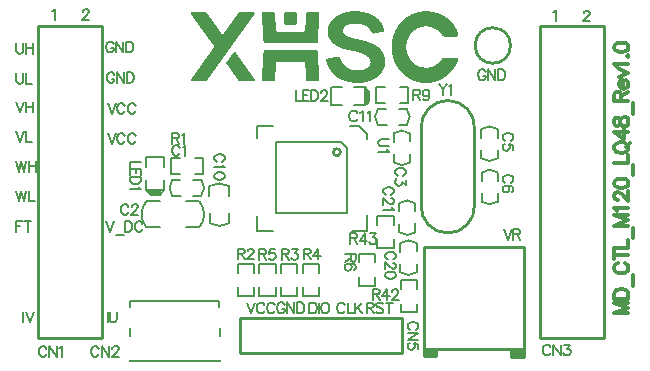
<source format=gto>
G04*
G04 #@! TF.GenerationSoftware,Altium Limited,Altium Designer,19.0.15 (446)*
G04*
G04 Layer_Color=65535*
%FSLAX24Y24*%
%MOIN*%
G70*
G01*
G75*
%ADD10C,0.0100*%
%ADD11C,0.0079*%
%ADD12C,0.0059*%
%ADD13C,0.0118*%
%ADD14R,0.0450X0.0250*%
G36*
X10001Y11675D02*
X10014D01*
Y11671D01*
X10022D01*
Y11666D01*
X10026D01*
Y11662D01*
X10030D01*
Y11658D01*
X10035D01*
Y11654D01*
X10039D01*
Y11650D01*
X10043D01*
Y11645D01*
Y11641D01*
X10047D01*
Y11637D01*
Y11633D01*
X10051D01*
Y11629D01*
Y11624D01*
Y11620D01*
Y11616D01*
Y11612D01*
X10056D01*
Y11608D01*
Y11603D01*
Y11599D01*
Y11595D01*
Y11591D01*
Y11587D01*
Y11582D01*
Y11578D01*
Y11574D01*
Y11570D01*
Y11566D01*
Y11561D01*
Y11557D01*
Y11553D01*
Y11549D01*
Y11545D01*
Y11540D01*
Y11536D01*
Y11532D01*
Y11528D01*
Y11524D01*
Y11519D01*
Y11515D01*
Y11511D01*
Y11507D01*
Y11503D01*
Y11499D01*
Y11494D01*
Y11490D01*
Y11486D01*
Y11482D01*
Y11478D01*
Y11473D01*
Y11469D01*
Y11465D01*
Y11461D01*
Y11457D01*
Y11452D01*
Y11448D01*
Y11444D01*
Y11440D01*
Y11436D01*
Y11431D01*
Y11427D01*
Y11423D01*
Y11419D01*
Y11415D01*
Y11410D01*
Y11406D01*
Y11402D01*
Y11398D01*
Y11394D01*
Y11389D01*
Y11385D01*
Y11381D01*
Y11377D01*
Y11373D01*
Y11368D01*
Y11364D01*
Y11360D01*
Y11356D01*
Y11352D01*
Y11347D01*
Y11343D01*
Y11339D01*
Y11335D01*
Y11331D01*
Y11326D01*
Y11322D01*
Y11318D01*
X10051D01*
Y11314D01*
Y11310D01*
Y11305D01*
Y11301D01*
X10047D01*
Y11297D01*
Y11293D01*
Y11289D01*
X10043D01*
Y11284D01*
X10039D01*
Y11280D01*
Y11276D01*
X10035D01*
Y11272D01*
X10030D01*
Y11268D01*
X10022D01*
Y11263D01*
X10014D01*
Y11259D01*
X10005D01*
Y11255D01*
X9678D01*
Y11259D01*
X9665D01*
Y11263D01*
X9661D01*
Y11268D01*
X9653D01*
Y11272D01*
X9648D01*
Y11276D01*
X9644D01*
Y11280D01*
X9640D01*
Y11284D01*
Y11289D01*
X9636D01*
Y11293D01*
Y11297D01*
X9632D01*
Y11301D01*
Y11305D01*
Y11310D01*
Y11314D01*
X9627D01*
Y11318D01*
Y11322D01*
Y11326D01*
Y11331D01*
Y11335D01*
Y11339D01*
Y11343D01*
Y11347D01*
Y11352D01*
Y11356D01*
Y11360D01*
Y11364D01*
Y11368D01*
Y11373D01*
Y11377D01*
Y11381D01*
Y11385D01*
Y11389D01*
Y11394D01*
Y11398D01*
Y11402D01*
Y11406D01*
Y11410D01*
Y11415D01*
Y11419D01*
Y11423D01*
Y11427D01*
Y11431D01*
Y11436D01*
Y11440D01*
Y11444D01*
Y11448D01*
Y11452D01*
Y11457D01*
Y11461D01*
Y11465D01*
Y11469D01*
Y11473D01*
Y11478D01*
Y11482D01*
Y11486D01*
Y11490D01*
Y11494D01*
Y11499D01*
Y11503D01*
Y11507D01*
Y11511D01*
Y11515D01*
Y11519D01*
Y11524D01*
Y11528D01*
Y11532D01*
Y11536D01*
Y11540D01*
Y11545D01*
Y11549D01*
Y11553D01*
Y11557D01*
Y11561D01*
Y11566D01*
Y11570D01*
Y11574D01*
Y11578D01*
Y11582D01*
Y11587D01*
Y11591D01*
Y11595D01*
Y11599D01*
Y11603D01*
Y11608D01*
Y11612D01*
Y11616D01*
Y11620D01*
X9632D01*
Y11624D01*
Y11629D01*
Y11633D01*
Y11637D01*
X9636D01*
Y11641D01*
Y11645D01*
X9640D01*
Y11650D01*
X9644D01*
Y11654D01*
X9648D01*
Y11658D01*
X9653D01*
Y11662D01*
X9657D01*
Y11666D01*
X9661D01*
Y11671D01*
X9669D01*
Y11675D01*
X9682D01*
Y11679D01*
X10001D01*
Y11675D01*
D02*
G37*
G36*
X10778D02*
X10786D01*
Y11671D01*
X10795D01*
Y11666D01*
Y11662D01*
X10799D01*
Y11658D01*
X10803D01*
Y11654D01*
Y11650D01*
Y11645D01*
Y11641D01*
Y11637D01*
Y11633D01*
Y11629D01*
Y11624D01*
Y11620D01*
Y11616D01*
Y11612D01*
Y11608D01*
Y11603D01*
Y11599D01*
Y11595D01*
Y11591D01*
Y11587D01*
Y11582D01*
X10799D01*
Y11578D01*
Y11574D01*
Y11570D01*
Y11566D01*
Y11561D01*
Y11557D01*
Y11553D01*
Y11549D01*
Y11545D01*
Y11540D01*
Y11536D01*
Y11532D01*
Y11528D01*
Y11524D01*
Y11519D01*
X10795D01*
Y11515D01*
Y11511D01*
Y11507D01*
Y11503D01*
Y11499D01*
Y11494D01*
Y11490D01*
Y11486D01*
Y11482D01*
Y11478D01*
Y11473D01*
Y11469D01*
Y11465D01*
Y11461D01*
Y11457D01*
X10790D01*
Y11452D01*
Y11448D01*
Y11444D01*
Y11440D01*
Y11436D01*
Y11431D01*
Y11427D01*
Y11423D01*
Y11419D01*
Y11415D01*
Y11410D01*
Y11406D01*
Y11402D01*
Y11398D01*
Y11394D01*
X10786D01*
Y11389D01*
Y11385D01*
Y11381D01*
Y11377D01*
Y11373D01*
Y11368D01*
Y11364D01*
Y11360D01*
Y11356D01*
Y11352D01*
Y11347D01*
Y11343D01*
Y11339D01*
Y11335D01*
Y11331D01*
X10782D01*
Y11326D01*
Y11322D01*
Y11318D01*
Y11314D01*
Y11310D01*
Y11305D01*
Y11301D01*
Y11297D01*
Y11293D01*
Y11289D01*
Y11284D01*
Y11280D01*
Y11276D01*
Y11272D01*
Y11268D01*
X10778D01*
Y11263D01*
Y11259D01*
Y11255D01*
Y11251D01*
Y11247D01*
Y11242D01*
Y11238D01*
Y11234D01*
Y11230D01*
Y11226D01*
Y11221D01*
Y11217D01*
Y11213D01*
Y11209D01*
Y11205D01*
X10774D01*
Y11200D01*
Y11196D01*
Y11192D01*
Y11188D01*
Y11184D01*
Y11179D01*
Y11175D01*
Y11171D01*
Y11167D01*
Y11163D01*
Y11158D01*
Y11154D01*
Y11150D01*
Y11146D01*
Y11142D01*
Y11137D01*
X10769D01*
Y11133D01*
Y11129D01*
Y11125D01*
Y11121D01*
Y11116D01*
Y11112D01*
Y11108D01*
Y11104D01*
Y11100D01*
Y11095D01*
Y11091D01*
Y11087D01*
Y11083D01*
Y11079D01*
Y11074D01*
X10765D01*
Y11070D01*
Y11066D01*
Y11062D01*
Y11058D01*
Y11053D01*
Y11049D01*
Y11045D01*
Y11041D01*
Y11037D01*
Y11032D01*
Y11028D01*
Y11024D01*
Y11020D01*
Y11016D01*
Y11011D01*
X10761D01*
Y11007D01*
Y11003D01*
Y10999D01*
Y10995D01*
Y10990D01*
Y10986D01*
Y10982D01*
Y10978D01*
Y10974D01*
Y10969D01*
Y10965D01*
Y10961D01*
Y10957D01*
Y10953D01*
Y10948D01*
X10757D01*
Y10944D01*
Y10940D01*
Y10936D01*
Y10932D01*
Y10927D01*
Y10923D01*
Y10919D01*
Y10915D01*
Y10911D01*
Y10906D01*
Y10902D01*
Y10898D01*
Y10894D01*
Y10890D01*
Y10886D01*
X10753D01*
Y10881D01*
Y10877D01*
Y10873D01*
Y10869D01*
Y10865D01*
Y10860D01*
Y10856D01*
Y10852D01*
Y10848D01*
Y10844D01*
Y10839D01*
Y10835D01*
Y10831D01*
Y10827D01*
Y10823D01*
X10748D01*
Y10818D01*
Y10814D01*
Y10810D01*
Y10806D01*
Y10802D01*
Y10797D01*
Y10793D01*
Y10789D01*
Y10785D01*
Y10781D01*
Y10776D01*
Y10772D01*
Y10768D01*
Y10764D01*
Y10760D01*
X10744D01*
Y10755D01*
Y10751D01*
Y10747D01*
Y10743D01*
Y10739D01*
Y10734D01*
Y10730D01*
Y10726D01*
Y10722D01*
Y10718D01*
Y10713D01*
Y10709D01*
Y10705D01*
Y10701D01*
Y10697D01*
X10740D01*
Y10692D01*
Y10688D01*
Y10684D01*
Y10680D01*
Y10676D01*
Y10671D01*
X10736D01*
Y10667D01*
X10732D01*
Y10663D01*
X10727D01*
Y10659D01*
X10723D01*
Y10655D01*
X10715D01*
Y10650D01*
X8968D01*
Y10655D01*
X8956D01*
Y10659D01*
X8951D01*
Y10663D01*
X8947D01*
Y10667D01*
Y10671D01*
X8943D01*
Y10676D01*
Y10680D01*
X8939D01*
Y10684D01*
Y10688D01*
Y10692D01*
Y10697D01*
Y10701D01*
Y10705D01*
Y10709D01*
Y10713D01*
Y10718D01*
Y10722D01*
Y10726D01*
Y10730D01*
Y10734D01*
X8935D01*
Y10739D01*
Y10743D01*
Y10747D01*
Y10751D01*
Y10755D01*
Y10760D01*
Y10764D01*
Y10768D01*
Y10772D01*
Y10776D01*
Y10781D01*
Y10785D01*
Y10789D01*
Y10793D01*
Y10797D01*
X8930D01*
Y10802D01*
Y10806D01*
Y10810D01*
Y10814D01*
Y10818D01*
Y10823D01*
Y10827D01*
Y10831D01*
Y10835D01*
Y10839D01*
Y10844D01*
Y10848D01*
Y10852D01*
Y10856D01*
Y10860D01*
X8926D01*
Y10865D01*
Y10869D01*
Y10873D01*
Y10877D01*
Y10881D01*
Y10886D01*
Y10890D01*
Y10894D01*
Y10898D01*
Y10902D01*
Y10906D01*
Y10911D01*
Y10915D01*
Y10919D01*
Y10923D01*
X8922D01*
Y10927D01*
Y10932D01*
Y10936D01*
Y10940D01*
Y10944D01*
Y10948D01*
Y10953D01*
Y10957D01*
Y10961D01*
Y10965D01*
Y10969D01*
Y10974D01*
Y10978D01*
Y10982D01*
Y10986D01*
Y10990D01*
X8918D01*
Y10995D01*
Y10999D01*
Y11003D01*
Y11007D01*
Y11011D01*
Y11016D01*
Y11020D01*
Y11024D01*
Y11028D01*
Y11032D01*
Y11037D01*
Y11041D01*
Y11045D01*
Y11049D01*
Y11053D01*
X8914D01*
Y11058D01*
Y11062D01*
Y11066D01*
Y11070D01*
Y11074D01*
Y11079D01*
Y11083D01*
Y11087D01*
Y11091D01*
Y11095D01*
Y11100D01*
Y11104D01*
Y11108D01*
Y11112D01*
Y11116D01*
X8909D01*
Y11121D01*
Y11125D01*
Y11129D01*
Y11133D01*
Y11137D01*
Y11142D01*
Y11146D01*
Y11150D01*
Y11154D01*
Y11158D01*
Y11163D01*
Y11167D01*
Y11171D01*
Y11175D01*
Y11179D01*
X8905D01*
Y11184D01*
Y11188D01*
Y11192D01*
Y11196D01*
Y11200D01*
Y11205D01*
Y11209D01*
Y11213D01*
Y11217D01*
Y11221D01*
Y11226D01*
Y11230D01*
Y11234D01*
Y11238D01*
Y11242D01*
X8901D01*
Y11247D01*
Y11251D01*
Y11255D01*
Y11259D01*
Y11263D01*
Y11268D01*
Y11272D01*
Y11276D01*
Y11280D01*
Y11284D01*
Y11289D01*
Y11293D01*
Y11297D01*
Y11301D01*
Y11305D01*
X8897D01*
Y11310D01*
Y11314D01*
Y11318D01*
Y11322D01*
Y11326D01*
Y11331D01*
Y11335D01*
Y11339D01*
Y11343D01*
Y11347D01*
Y11352D01*
Y11356D01*
Y11360D01*
Y11364D01*
Y11368D01*
X8893D01*
Y11373D01*
Y11377D01*
Y11381D01*
Y11385D01*
Y11389D01*
Y11394D01*
Y11398D01*
Y11402D01*
Y11406D01*
Y11410D01*
Y11415D01*
Y11419D01*
Y11423D01*
Y11427D01*
Y11431D01*
X8888D01*
Y11436D01*
Y11440D01*
Y11444D01*
Y11448D01*
Y11452D01*
Y11457D01*
Y11461D01*
Y11465D01*
Y11469D01*
Y11473D01*
Y11478D01*
Y11482D01*
Y11486D01*
Y11490D01*
Y11494D01*
Y11499D01*
X8884D01*
Y11503D01*
Y11507D01*
Y11511D01*
Y11515D01*
Y11519D01*
Y11524D01*
Y11528D01*
Y11532D01*
Y11536D01*
Y11540D01*
Y11545D01*
Y11549D01*
Y11553D01*
Y11557D01*
Y11561D01*
X8880D01*
Y11566D01*
Y11570D01*
Y11574D01*
Y11578D01*
Y11582D01*
Y11587D01*
Y11591D01*
Y11595D01*
Y11599D01*
Y11603D01*
Y11608D01*
Y11612D01*
Y11616D01*
Y11620D01*
Y11624D01*
X8876D01*
Y11629D01*
Y11633D01*
Y11637D01*
Y11641D01*
Y11645D01*
Y11650D01*
X8880D01*
Y11654D01*
Y11658D01*
X8884D01*
Y11662D01*
Y11666D01*
X8888D01*
Y11671D01*
X8893D01*
Y11675D01*
X8905D01*
Y11679D01*
X9291D01*
Y11675D01*
X9300D01*
Y11671D01*
X9304D01*
Y11666D01*
X9308D01*
Y11662D01*
X9312D01*
Y11658D01*
Y11654D01*
X9317D01*
Y11650D01*
Y11645D01*
Y11641D01*
Y11637D01*
Y11633D01*
Y11629D01*
Y11624D01*
Y11620D01*
Y11616D01*
Y11612D01*
X9321D01*
Y11608D01*
Y11603D01*
Y11599D01*
Y11595D01*
Y11591D01*
Y11587D01*
Y11582D01*
Y11578D01*
Y11574D01*
Y11570D01*
Y11566D01*
Y11561D01*
Y11557D01*
Y11553D01*
Y11549D01*
X9325D01*
Y11545D01*
Y11540D01*
Y11536D01*
Y11532D01*
Y11528D01*
Y11524D01*
Y11519D01*
Y11515D01*
Y11511D01*
Y11507D01*
Y11503D01*
Y11499D01*
Y11494D01*
Y11490D01*
Y11486D01*
X9329D01*
Y11482D01*
Y11478D01*
Y11473D01*
Y11469D01*
Y11465D01*
Y11461D01*
Y11457D01*
Y11452D01*
Y11448D01*
Y11444D01*
Y11440D01*
Y11436D01*
Y11431D01*
Y11427D01*
Y11423D01*
X9333D01*
Y11419D01*
Y11415D01*
Y11410D01*
Y11406D01*
Y11402D01*
Y11398D01*
Y11394D01*
Y11389D01*
Y11385D01*
Y11381D01*
Y11377D01*
Y11373D01*
Y11368D01*
Y11364D01*
Y11360D01*
Y11356D01*
X9338D01*
Y11352D01*
Y11347D01*
Y11343D01*
Y11339D01*
Y11335D01*
Y11331D01*
Y11326D01*
Y11322D01*
Y11318D01*
Y11314D01*
Y11310D01*
Y11305D01*
Y11301D01*
Y11297D01*
Y11293D01*
X9342D01*
Y11289D01*
Y11284D01*
Y11280D01*
Y11276D01*
Y11272D01*
Y11268D01*
Y11263D01*
Y11259D01*
Y11255D01*
Y11251D01*
Y11247D01*
Y11242D01*
Y11238D01*
Y11234D01*
Y11230D01*
X9346D01*
Y11226D01*
Y11221D01*
Y11217D01*
Y11213D01*
Y11209D01*
Y11205D01*
Y11200D01*
Y11196D01*
Y11192D01*
Y11188D01*
Y11184D01*
Y11179D01*
Y11175D01*
Y11171D01*
Y11167D01*
X9350D01*
Y11163D01*
Y11158D01*
Y11154D01*
Y11150D01*
Y11146D01*
Y11142D01*
Y11137D01*
Y11133D01*
Y11129D01*
Y11125D01*
Y11121D01*
Y11116D01*
Y11112D01*
Y11108D01*
Y11104D01*
X9354D01*
Y11100D01*
Y11095D01*
Y11091D01*
Y11087D01*
Y11083D01*
Y11079D01*
Y11074D01*
Y11070D01*
Y11066D01*
Y11062D01*
X9359D01*
Y11058D01*
Y11053D01*
X9363D01*
Y11049D01*
X9367D01*
Y11045D01*
X9371D01*
Y11041D01*
X9380D01*
Y11037D01*
X10303D01*
Y11041D01*
X10312D01*
Y11045D01*
X10316D01*
Y11049D01*
X10320D01*
Y11053D01*
Y11058D01*
X10324D01*
Y11062D01*
Y11066D01*
X10329D01*
Y11070D01*
Y11074D01*
Y11079D01*
Y11083D01*
Y11087D01*
Y11091D01*
Y11095D01*
Y11100D01*
Y11104D01*
Y11108D01*
Y11112D01*
Y11116D01*
Y11121D01*
Y11125D01*
Y11129D01*
X10333D01*
Y11133D01*
Y11137D01*
Y11142D01*
Y11146D01*
Y11150D01*
Y11154D01*
Y11158D01*
Y11163D01*
Y11167D01*
Y11171D01*
Y11175D01*
Y11179D01*
Y11184D01*
Y11188D01*
Y11192D01*
X10337D01*
Y11196D01*
Y11200D01*
Y11205D01*
Y11209D01*
Y11213D01*
Y11217D01*
Y11221D01*
Y11226D01*
Y11230D01*
Y11234D01*
Y11238D01*
Y11242D01*
Y11247D01*
Y11251D01*
Y11255D01*
X10341D01*
Y11259D01*
Y11263D01*
Y11268D01*
Y11272D01*
Y11276D01*
Y11280D01*
Y11284D01*
Y11289D01*
Y11293D01*
Y11297D01*
Y11301D01*
Y11305D01*
Y11310D01*
Y11314D01*
Y11318D01*
X10345D01*
Y11322D01*
Y11326D01*
Y11331D01*
Y11335D01*
Y11339D01*
Y11343D01*
Y11347D01*
Y11352D01*
Y11356D01*
Y11360D01*
Y11364D01*
Y11368D01*
Y11373D01*
Y11377D01*
Y11381D01*
X10350D01*
Y11385D01*
Y11389D01*
Y11394D01*
Y11398D01*
Y11402D01*
Y11406D01*
Y11410D01*
Y11415D01*
Y11419D01*
Y11423D01*
Y11427D01*
Y11431D01*
Y11436D01*
Y11440D01*
Y11444D01*
X10354D01*
Y11448D01*
Y11452D01*
Y11457D01*
Y11461D01*
Y11465D01*
Y11469D01*
Y11473D01*
Y11478D01*
Y11482D01*
Y11486D01*
Y11490D01*
Y11494D01*
Y11499D01*
Y11503D01*
Y11507D01*
X10358D01*
Y11511D01*
Y11515D01*
Y11519D01*
Y11524D01*
Y11528D01*
Y11532D01*
Y11536D01*
Y11540D01*
Y11545D01*
Y11549D01*
Y11553D01*
Y11557D01*
Y11561D01*
Y11566D01*
Y11570D01*
X10362D01*
Y11574D01*
Y11578D01*
Y11582D01*
Y11587D01*
Y11591D01*
Y11595D01*
Y11599D01*
Y11603D01*
Y11608D01*
Y11612D01*
Y11616D01*
Y11620D01*
Y11624D01*
Y11629D01*
Y11633D01*
Y11637D01*
X10366D01*
Y11641D01*
Y11645D01*
Y11650D01*
Y11654D01*
Y11658D01*
X10371D01*
Y11662D01*
X10375D01*
Y11666D01*
Y11671D01*
X10383D01*
Y11675D01*
X10392D01*
Y11679D01*
X10778D01*
Y11675D01*
D02*
G37*
G36*
X12046Y11713D02*
X12109D01*
Y11708D01*
X12151D01*
Y11704D01*
X12180D01*
Y11700D01*
X12210D01*
Y11696D01*
X12235D01*
Y11692D01*
X12256D01*
Y11687D01*
X12277D01*
Y11683D01*
X12293D01*
Y11679D01*
X12314D01*
Y11675D01*
X12331D01*
Y11671D01*
X12348D01*
Y11666D01*
X12361D01*
Y11662D01*
X12377D01*
Y11658D01*
X12390D01*
Y11654D01*
X12407D01*
Y11650D01*
X12419D01*
Y11645D01*
X12432D01*
Y11641D01*
X12445D01*
Y11637D01*
X12457D01*
Y11633D01*
X12470D01*
Y11629D01*
X12478D01*
Y11624D01*
X12491D01*
Y11620D01*
X12503D01*
Y11616D01*
X12512D01*
Y11612D01*
X12524D01*
Y11608D01*
X12533D01*
Y11603D01*
X12541D01*
Y11599D01*
X12554D01*
Y11595D01*
X12562D01*
Y11591D01*
X12571D01*
Y11587D01*
X12579D01*
Y11582D01*
X12587D01*
Y11578D01*
X12596D01*
Y11574D01*
X12600D01*
Y11570D01*
X12608D01*
Y11566D01*
X12613D01*
Y11561D01*
X12621D01*
Y11557D01*
X12629D01*
Y11553D01*
X12634D01*
Y11549D01*
X12642D01*
Y11545D01*
X12646D01*
Y11540D01*
X12655D01*
Y11536D01*
X12659D01*
Y11532D01*
X12663D01*
Y11528D01*
X12671D01*
Y11524D01*
X12676D01*
Y11519D01*
X12680D01*
Y11515D01*
X12688D01*
Y11511D01*
X12692D01*
Y11507D01*
X12697D01*
Y11503D01*
X12701D01*
Y11499D01*
X12709D01*
Y11494D01*
X12713D01*
Y11490D01*
X12718D01*
Y11486D01*
X12722D01*
Y11482D01*
X12726D01*
Y11478D01*
X12730D01*
Y11473D01*
X12734D01*
Y11469D01*
X12743D01*
Y11465D01*
X12747D01*
Y11461D01*
X12751D01*
Y11457D01*
X12755D01*
Y11452D01*
X12760D01*
Y11448D01*
X12764D01*
Y11444D01*
X12768D01*
Y11440D01*
X12772D01*
Y11436D01*
X12776D01*
Y11431D01*
X12781D01*
Y11427D01*
Y11423D01*
X12785D01*
Y11419D01*
X12789D01*
Y11415D01*
X12793D01*
Y11410D01*
X12797D01*
Y11406D01*
X12802D01*
Y11402D01*
X12806D01*
Y11398D01*
X12810D01*
Y11394D01*
Y11389D01*
X12814D01*
Y11385D01*
X12818D01*
Y11381D01*
X12823D01*
Y11377D01*
X12827D01*
Y11373D01*
Y11368D01*
X12831D01*
Y11364D01*
X12835D01*
Y11360D01*
Y11356D01*
X12839D01*
Y11352D01*
X12843D01*
Y11347D01*
X12848D01*
Y11343D01*
Y11339D01*
X12852D01*
Y11335D01*
X12856D01*
Y11331D01*
Y11326D01*
X12860D01*
Y11322D01*
Y11318D01*
X12864D01*
Y11314D01*
X12869D01*
Y11310D01*
Y11305D01*
X12873D01*
Y11301D01*
Y11297D01*
X12877D01*
Y11293D01*
X12881D01*
Y11289D01*
Y11284D01*
X12885D01*
Y11280D01*
Y11276D01*
X12890D01*
Y11272D01*
Y11268D01*
X12894D01*
Y11263D01*
Y11259D01*
X12898D01*
Y11255D01*
Y11251D01*
X12902D01*
Y11247D01*
Y11242D01*
X12906D01*
Y11238D01*
Y11234D01*
X12911D01*
Y11230D01*
Y11226D01*
Y11221D01*
X12915D01*
Y11217D01*
Y11213D01*
X12919D01*
Y11209D01*
Y11205D01*
Y11200D01*
X12923D01*
Y11196D01*
Y11192D01*
X12927D01*
Y11188D01*
Y11184D01*
Y11179D01*
X12932D01*
Y11175D01*
Y11171D01*
Y11167D01*
X12936D01*
Y11163D01*
Y11158D01*
Y11154D01*
X12940D01*
Y11150D01*
Y11146D01*
Y11142D01*
Y11137D01*
X12944D01*
Y11133D01*
Y11129D01*
Y11125D01*
X12948D01*
Y11121D01*
Y11116D01*
Y11112D01*
Y11108D01*
X12953D01*
Y11104D01*
Y11100D01*
Y11095D01*
Y11091D01*
Y11087D01*
Y11083D01*
Y11079D01*
Y11074D01*
Y11070D01*
Y11066D01*
Y11062D01*
Y11058D01*
X12948D01*
Y11053D01*
Y11049D01*
Y11045D01*
X12944D01*
Y11041D01*
X12940D01*
Y11037D01*
X12936D01*
Y11032D01*
X12927D01*
Y11028D01*
X12906D01*
Y11024D01*
X12885D01*
Y11020D01*
X12864D01*
Y11016D01*
X12839D01*
Y11011D01*
X12818D01*
Y11007D01*
X12793D01*
Y11003D01*
X12772D01*
Y10999D01*
X12747D01*
Y10995D01*
X12726D01*
Y10990D01*
X12701D01*
Y10986D01*
X12680D01*
Y10982D01*
X12659D01*
Y10978D01*
X12634D01*
Y10974D01*
X12613D01*
Y10969D01*
X12592D01*
Y10974D01*
X12575D01*
Y10978D01*
X12566D01*
Y10982D01*
X12562D01*
Y10986D01*
X12554D01*
Y10990D01*
X12550D01*
Y10995D01*
X12545D01*
Y10999D01*
X12541D01*
Y11003D01*
Y11007D01*
X12537D01*
Y11011D01*
X12533D01*
Y11016D01*
Y11020D01*
X12529D01*
Y11024D01*
Y11028D01*
X12524D01*
Y11032D01*
X12520D01*
Y11037D01*
Y11041D01*
X12516D01*
Y11045D01*
Y11049D01*
X12512D01*
Y11053D01*
Y11058D01*
X12508D01*
Y11062D01*
X12503D01*
Y11066D01*
Y11070D01*
X12499D01*
Y11074D01*
X12495D01*
Y11079D01*
Y11083D01*
X12491D01*
Y11087D01*
X12487D01*
Y11091D01*
Y11095D01*
X12482D01*
Y11100D01*
X12478D01*
Y11104D01*
X12474D01*
Y11108D01*
X12470D01*
Y11112D01*
Y11116D01*
X12466D01*
Y11121D01*
X12461D01*
Y11125D01*
X12457D01*
Y11129D01*
X12453D01*
Y11133D01*
X12449D01*
Y11137D01*
X12445D01*
Y11142D01*
X12440D01*
Y11146D01*
X12436D01*
Y11150D01*
X12432D01*
Y11154D01*
X12428D01*
Y11158D01*
X12424D01*
Y11163D01*
X12419D01*
Y11167D01*
X12415D01*
Y11171D01*
X12411D01*
Y11175D01*
X12407D01*
Y11179D01*
X12398D01*
Y11184D01*
X12394D01*
Y11188D01*
X12390D01*
Y11192D01*
X12382D01*
Y11196D01*
X12377D01*
Y11200D01*
X12373D01*
Y11205D01*
X12365D01*
Y11209D01*
X12361D01*
Y11213D01*
X12352D01*
Y11217D01*
X12344D01*
Y11221D01*
X12340D01*
Y11226D01*
X12331D01*
Y11230D01*
X12323D01*
Y11234D01*
X12314D01*
Y11238D01*
X12306D01*
Y11242D01*
X12298D01*
Y11247D01*
X12289D01*
Y11251D01*
X12281D01*
Y11255D01*
X12268D01*
Y11259D01*
X12260D01*
Y11263D01*
X12247D01*
Y11268D01*
X12235D01*
Y11272D01*
X12222D01*
Y11276D01*
X12205D01*
Y11280D01*
X12189D01*
Y11284D01*
X12172D01*
Y11289D01*
X12151D01*
Y11293D01*
X12121D01*
Y11297D01*
X12079D01*
Y11301D01*
X11953D01*
Y11297D01*
X11907D01*
Y11293D01*
X11874D01*
Y11289D01*
X11848D01*
Y11284D01*
X11827D01*
Y11280D01*
X11811D01*
Y11276D01*
X11794D01*
Y11272D01*
X11777D01*
Y11268D01*
X11764D01*
Y11263D01*
X11756D01*
Y11259D01*
X11743D01*
Y11255D01*
X11735D01*
Y11251D01*
X11727D01*
Y11247D01*
X11714D01*
Y11242D01*
X11710D01*
Y11238D01*
X11701D01*
Y11234D01*
X11693D01*
Y11230D01*
X11685D01*
Y11226D01*
X11680D01*
Y11221D01*
X11672D01*
Y11217D01*
X11668D01*
Y11213D01*
X11664D01*
Y11209D01*
X11659D01*
Y11205D01*
X11651D01*
Y11200D01*
X11647D01*
Y11196D01*
X11643D01*
Y11192D01*
X11638D01*
Y11188D01*
X11634D01*
Y11184D01*
X11630D01*
Y11179D01*
Y11175D01*
X11626D01*
Y11171D01*
X11622D01*
Y11167D01*
X11617D01*
Y11163D01*
Y11158D01*
X11613D01*
Y11154D01*
Y11150D01*
X11609D01*
Y11146D01*
X11605D01*
Y11142D01*
Y11137D01*
X11601D01*
Y11133D01*
Y11129D01*
Y11125D01*
X11597D01*
Y11121D01*
Y11116D01*
X11592D01*
Y11112D01*
Y11108D01*
Y11104D01*
Y11100D01*
X11588D01*
Y11095D01*
Y11091D01*
Y11087D01*
Y11083D01*
Y11079D01*
Y11074D01*
Y11070D01*
Y11066D01*
Y11062D01*
Y11058D01*
Y11053D01*
Y11049D01*
Y11045D01*
Y11041D01*
Y11037D01*
Y11032D01*
Y11028D01*
Y11024D01*
Y11020D01*
Y11016D01*
X11592D01*
Y11011D01*
Y11007D01*
Y11003D01*
X11597D01*
Y10999D01*
Y10995D01*
X11601D01*
Y10990D01*
Y10986D01*
X11605D01*
Y10982D01*
Y10978D01*
X11609D01*
Y10974D01*
Y10969D01*
X11613D01*
Y10965D01*
X11617D01*
Y10961D01*
X11622D01*
Y10957D01*
X11626D01*
Y10953D01*
X11630D01*
Y10948D01*
X11634D01*
Y10944D01*
X11638D01*
Y10940D01*
X11643D01*
Y10936D01*
X11647D01*
Y10932D01*
X11651D01*
Y10927D01*
X11655D01*
Y10923D01*
X11664D01*
Y10919D01*
X11668D01*
Y10915D01*
X11676D01*
Y10911D01*
X11680D01*
Y10906D01*
X11689D01*
Y10902D01*
X11693D01*
Y10898D01*
X11701D01*
Y10894D01*
X11710D01*
Y10890D01*
X11718D01*
Y10886D01*
X11727D01*
Y10881D01*
X11735D01*
Y10877D01*
X11743D01*
Y10873D01*
X11752D01*
Y10869D01*
X11760D01*
Y10865D01*
X11773D01*
Y10860D01*
X11781D01*
Y10856D01*
X11794D01*
Y10852D01*
X11802D01*
Y10848D01*
X11815D01*
Y10844D01*
X11827D01*
Y10839D01*
X11840D01*
Y10835D01*
X11853D01*
Y10831D01*
X11865D01*
Y10827D01*
X11882D01*
Y10823D01*
X11895D01*
Y10818D01*
X11911D01*
Y10814D01*
X11928D01*
Y10810D01*
X11945D01*
Y10806D01*
X11962D01*
Y10802D01*
X11983D01*
Y10797D01*
X12004D01*
Y10793D01*
X12025D01*
Y10789D01*
X12050D01*
Y10785D01*
X12067D01*
Y10781D01*
X12088D01*
Y10776D01*
X12105D01*
Y10772D01*
X12126D01*
Y10768D01*
X12142D01*
Y10764D01*
X12163D01*
Y10760D01*
X12180D01*
Y10755D01*
X12197D01*
Y10751D01*
X12214D01*
Y10747D01*
X12230D01*
Y10743D01*
X12247D01*
Y10739D01*
X12264D01*
Y10734D01*
X12281D01*
Y10730D01*
X12293D01*
Y10726D01*
X12310D01*
Y10722D01*
X12327D01*
Y10718D01*
X12340D01*
Y10713D01*
X12356D01*
Y10709D01*
X12369D01*
Y10705D01*
X12382D01*
Y10701D01*
X12394D01*
Y10697D01*
X12411D01*
Y10692D01*
X12424D01*
Y10688D01*
X12436D01*
Y10684D01*
X12449D01*
Y10680D01*
X12461D01*
Y10676D01*
X12470D01*
Y10671D01*
X12482D01*
Y10667D01*
X12495D01*
Y10663D01*
X12503D01*
Y10659D01*
X12516D01*
Y10655D01*
X12524D01*
Y10650D01*
X12533D01*
Y10646D01*
X12541D01*
Y10642D01*
X12554D01*
Y10638D01*
X12562D01*
Y10634D01*
X12575D01*
Y10629D01*
X12583D01*
Y10625D01*
X12592D01*
Y10621D01*
X12600D01*
Y10617D01*
X12608D01*
Y10613D01*
X12617D01*
Y10608D01*
X12625D01*
Y10604D01*
X12634D01*
Y10600D01*
X12642D01*
Y10596D01*
X12646D01*
Y10592D01*
X12655D01*
Y10587D01*
X12663D01*
Y10583D01*
X12671D01*
Y10579D01*
X12676D01*
Y10575D01*
X12684D01*
Y10571D01*
X12688D01*
Y10566D01*
X12697D01*
Y10562D01*
X12701D01*
Y10558D01*
X12709D01*
Y10554D01*
X12713D01*
Y10550D01*
X12722D01*
Y10545D01*
X12726D01*
Y10541D01*
X12730D01*
Y10537D01*
X12739D01*
Y10533D01*
X12743D01*
Y10529D01*
X12747D01*
Y10524D01*
X12755D01*
Y10520D01*
X12760D01*
Y10516D01*
X12764D01*
Y10512D01*
X12768D01*
Y10508D01*
X12772D01*
Y10503D01*
X12776D01*
Y10499D01*
X12785D01*
Y10495D01*
X12789D01*
Y10491D01*
X12793D01*
Y10487D01*
X12797D01*
Y10482D01*
X12802D01*
Y10478D01*
X12806D01*
Y10474D01*
X12810D01*
Y10470D01*
X12814D01*
Y10466D01*
X12818D01*
Y10461D01*
X12823D01*
Y10457D01*
X12827D01*
Y10453D01*
X12831D01*
Y10449D01*
X12835D01*
Y10445D01*
Y10440D01*
X12839D01*
Y10436D01*
X12843D01*
Y10432D01*
X12848D01*
Y10428D01*
X12852D01*
Y10424D01*
X12856D01*
Y10419D01*
Y10415D01*
X12860D01*
Y10411D01*
X12864D01*
Y10407D01*
X12869D01*
Y10403D01*
X12873D01*
Y10398D01*
Y10394D01*
X12877D01*
Y10390D01*
X12881D01*
Y10386D01*
Y10382D01*
X12885D01*
Y10377D01*
X12890D01*
Y10373D01*
Y10369D01*
X12894D01*
Y10365D01*
X12898D01*
Y10361D01*
Y10356D01*
X12902D01*
Y10352D01*
X12906D01*
Y10348D01*
Y10344D01*
X12911D01*
Y10340D01*
Y10335D01*
X12915D01*
Y10331D01*
X12919D01*
Y10327D01*
Y10323D01*
X12923D01*
Y10319D01*
Y10315D01*
X12927D01*
Y10310D01*
Y10306D01*
X12932D01*
Y10302D01*
Y10298D01*
X12936D01*
Y10294D01*
Y10289D01*
X12940D01*
Y10285D01*
Y10281D01*
X12944D01*
Y10277D01*
Y10273D01*
Y10268D01*
X12948D01*
Y10264D01*
Y10260D01*
X12953D01*
Y10256D01*
Y10252D01*
Y10247D01*
X12957D01*
Y10243D01*
Y10239D01*
X12961D01*
Y10235D01*
Y10231D01*
Y10226D01*
X12965D01*
Y10222D01*
Y10218D01*
Y10214D01*
X12969D01*
Y10210D01*
Y10205D01*
Y10201D01*
X12974D01*
Y10197D01*
Y10193D01*
Y10189D01*
Y10184D01*
X12978D01*
Y10180D01*
Y10176D01*
Y10172D01*
Y10168D01*
X12982D01*
Y10163D01*
Y10159D01*
Y10155D01*
Y10151D01*
X12986D01*
Y10147D01*
Y10142D01*
Y10138D01*
Y10134D01*
Y10130D01*
X12990D01*
Y10126D01*
Y10121D01*
Y10117D01*
Y10113D01*
Y10109D01*
Y10105D01*
X12995D01*
Y10100D01*
Y10096D01*
Y10092D01*
Y10088D01*
Y10084D01*
Y10079D01*
Y10075D01*
Y10071D01*
Y10067D01*
Y10063D01*
Y10058D01*
X12999D01*
Y10054D01*
Y10050D01*
Y10046D01*
Y10042D01*
Y10037D01*
Y10033D01*
Y10029D01*
Y10025D01*
Y10021D01*
Y10016D01*
Y10012D01*
X12995D01*
Y10008D01*
Y10004D01*
Y10000D01*
Y9995D01*
Y9991D01*
Y9987D01*
Y9983D01*
Y9979D01*
Y9974D01*
Y9970D01*
Y9966D01*
Y9962D01*
X12990D01*
Y9958D01*
Y9953D01*
Y9949D01*
Y9945D01*
Y9941D01*
Y9937D01*
X12986D01*
Y9932D01*
Y9928D01*
Y9924D01*
Y9920D01*
Y9916D01*
X12982D01*
Y9911D01*
Y9907D01*
Y9903D01*
Y9899D01*
Y9895D01*
X12978D01*
Y9890D01*
Y9886D01*
Y9882D01*
X12974D01*
Y9878D01*
Y9874D01*
Y9869D01*
Y9865D01*
X12969D01*
Y9861D01*
Y9857D01*
Y9853D01*
X12965D01*
Y9848D01*
Y9844D01*
Y9840D01*
X12961D01*
Y9836D01*
Y9832D01*
Y9827D01*
X12957D01*
Y9823D01*
Y9819D01*
X12953D01*
Y9815D01*
Y9811D01*
Y9806D01*
X12948D01*
Y9802D01*
Y9798D01*
X12944D01*
Y9794D01*
Y9790D01*
X12940D01*
Y9785D01*
Y9781D01*
X12936D01*
Y9777D01*
Y9773D01*
X12932D01*
Y9769D01*
Y9764D01*
X12927D01*
Y9760D01*
Y9756D01*
X12923D01*
Y9752D01*
Y9748D01*
X12919D01*
Y9743D01*
Y9739D01*
X12915D01*
Y9735D01*
Y9731D01*
X12911D01*
Y9727D01*
X12906D01*
Y9722D01*
Y9718D01*
X12902D01*
Y9714D01*
Y9710D01*
X12898D01*
Y9706D01*
X12894D01*
Y9701D01*
Y9697D01*
X12890D01*
Y9693D01*
X12885D01*
Y9689D01*
Y9685D01*
X12881D01*
Y9681D01*
X12877D01*
Y9676D01*
X12873D01*
Y9672D01*
Y9668D01*
X12869D01*
Y9664D01*
X12864D01*
Y9660D01*
X12860D01*
Y9655D01*
Y9651D01*
X12856D01*
Y9647D01*
X12852D01*
Y9643D01*
X12848D01*
Y9639D01*
X12843D01*
Y9634D01*
Y9630D01*
X12839D01*
Y9626D01*
X12835D01*
Y9622D01*
X12831D01*
Y9618D01*
X12827D01*
Y9613D01*
X12823D01*
Y9609D01*
X12818D01*
Y9605D01*
X12814D01*
Y9601D01*
X12810D01*
Y9597D01*
X12806D01*
Y9592D01*
X12802D01*
Y9588D01*
X12797D01*
Y9584D01*
X12793D01*
Y9580D01*
X12789D01*
Y9576D01*
X12785D01*
Y9571D01*
X12781D01*
Y9567D01*
X12776D01*
Y9563D01*
X12772D01*
Y9559D01*
X12768D01*
Y9555D01*
X12764D01*
Y9550D01*
X12760D01*
Y9546D01*
X12755D01*
Y9542D01*
X12751D01*
Y9538D01*
X12743D01*
Y9534D01*
X12739D01*
Y9529D01*
X12734D01*
Y9525D01*
X12730D01*
Y9521D01*
X12722D01*
Y9517D01*
X12718D01*
Y9513D01*
X12713D01*
Y9508D01*
X12705D01*
Y9504D01*
X12701D01*
Y9500D01*
X12697D01*
Y9496D01*
X12688D01*
Y9492D01*
X12680D01*
Y9487D01*
X12676D01*
Y9483D01*
X12667D01*
Y9479D01*
X12663D01*
Y9475D01*
X12655D01*
Y9471D01*
X12650D01*
Y9466D01*
X12642D01*
Y9462D01*
X12634D01*
Y9458D01*
X12625D01*
Y9454D01*
X12621D01*
Y9450D01*
X12613D01*
Y9445D01*
X12604D01*
Y9441D01*
X12596D01*
Y9437D01*
X12587D01*
Y9433D01*
X12579D01*
Y9429D01*
X12571D01*
Y9424D01*
X12562D01*
Y9420D01*
X12554D01*
Y9416D01*
X12545D01*
Y9412D01*
X12533D01*
Y9408D01*
X12524D01*
Y9403D01*
X12512D01*
Y9399D01*
X12503D01*
Y9395D01*
X12491D01*
Y9391D01*
X12482D01*
Y9387D01*
X12470D01*
Y9382D01*
X12457D01*
Y9378D01*
X12445D01*
Y9374D01*
X12432D01*
Y9370D01*
X12419D01*
Y9366D01*
X12403D01*
Y9361D01*
X12386D01*
Y9357D01*
X12373D01*
Y9353D01*
X12352D01*
Y9349D01*
X12335D01*
Y9345D01*
X12314D01*
Y9340D01*
X12289D01*
Y9336D01*
X12264D01*
Y9332D01*
X12230D01*
Y9328D01*
X12184D01*
Y9324D01*
X11995D01*
Y9328D01*
X11949D01*
Y9332D01*
X11911D01*
Y9336D01*
X11882D01*
Y9340D01*
X11857D01*
Y9345D01*
X11832D01*
Y9349D01*
X11811D01*
Y9353D01*
X11790D01*
Y9357D01*
X11773D01*
Y9361D01*
X11756D01*
Y9366D01*
X11735D01*
Y9370D01*
X11722D01*
Y9374D01*
X11706D01*
Y9378D01*
X11689D01*
Y9382D01*
X11676D01*
Y9387D01*
X11659D01*
Y9391D01*
X11647D01*
Y9395D01*
X11634D01*
Y9399D01*
X11622D01*
Y9403D01*
X11609D01*
Y9408D01*
X11597D01*
Y9412D01*
X11584D01*
Y9416D01*
X11576D01*
Y9420D01*
X11563D01*
Y9424D01*
X11550D01*
Y9429D01*
X11542D01*
Y9433D01*
X11534D01*
Y9437D01*
X11521D01*
Y9441D01*
X11513D01*
Y9445D01*
X11504D01*
Y9450D01*
X11496D01*
Y9454D01*
X11487D01*
Y9458D01*
X11479D01*
Y9462D01*
X11471D01*
Y9466D01*
X11462D01*
Y9471D01*
X11454D01*
Y9475D01*
X11445D01*
Y9479D01*
X11441D01*
Y9483D01*
X11433D01*
Y9487D01*
X11424D01*
Y9492D01*
X11420D01*
Y9496D01*
X11412D01*
Y9500D01*
X11408D01*
Y9504D01*
X11399D01*
Y9508D01*
X11395D01*
Y9513D01*
X11387D01*
Y9517D01*
X11382D01*
Y9521D01*
X11378D01*
Y9525D01*
X11370D01*
Y9529D01*
X11366D01*
Y9534D01*
X11361D01*
Y9538D01*
X11353D01*
Y9542D01*
X11349D01*
Y9546D01*
X11345D01*
Y9550D01*
X11340D01*
Y9555D01*
X11332D01*
Y9559D01*
X11328D01*
Y9563D01*
X11324D01*
Y9567D01*
X11319D01*
Y9571D01*
X11315D01*
Y9576D01*
X11311D01*
Y9580D01*
X11307D01*
Y9584D01*
X11303D01*
Y9588D01*
X11294D01*
Y9592D01*
X11290D01*
Y9597D01*
X11286D01*
Y9601D01*
X11282D01*
Y9605D01*
X11277D01*
Y9609D01*
X11273D01*
Y9613D01*
X11269D01*
Y9618D01*
X11265D01*
Y9622D01*
Y9626D01*
X11261D01*
Y9630D01*
X11256D01*
Y9634D01*
X11252D01*
Y9639D01*
X11248D01*
Y9643D01*
X11244D01*
Y9647D01*
X11240D01*
Y9651D01*
X11235D01*
Y9655D01*
X11231D01*
Y9660D01*
Y9664D01*
X11227D01*
Y9668D01*
X11223D01*
Y9672D01*
X11219D01*
Y9676D01*
X11214D01*
Y9681D01*
Y9685D01*
X11210D01*
Y9689D01*
X11206D01*
Y9693D01*
X11202D01*
Y9697D01*
Y9701D01*
X11198D01*
Y9706D01*
X11193D01*
Y9710D01*
X11189D01*
Y9714D01*
Y9718D01*
X11185D01*
Y9722D01*
X11181D01*
Y9727D01*
Y9731D01*
X11177D01*
Y9735D01*
X11172D01*
Y9739D01*
Y9743D01*
X11168D01*
Y9748D01*
X11164D01*
Y9752D01*
Y9756D01*
X11160D01*
Y9760D01*
X11156D01*
Y9764D01*
Y9769D01*
X11151D01*
Y9773D01*
X11147D01*
Y9777D01*
Y9781D01*
X11143D01*
Y9785D01*
Y9790D01*
X11139D01*
Y9794D01*
X11135D01*
Y9798D01*
Y9802D01*
X11130D01*
Y9806D01*
Y9811D01*
X11126D01*
Y9815D01*
Y9819D01*
X11122D01*
Y9823D01*
Y9827D01*
X11118D01*
Y9832D01*
Y9836D01*
X11114D01*
Y9840D01*
Y9844D01*
X11109D01*
Y9848D01*
Y9853D01*
X11105D01*
Y9857D01*
Y9861D01*
X11101D01*
Y9865D01*
Y9869D01*
X11097D01*
Y9874D01*
Y9878D01*
X11093D01*
Y9882D01*
Y9886D01*
X11088D01*
Y9890D01*
Y9895D01*
X11084D01*
Y9899D01*
Y9903D01*
X11080D01*
Y9907D01*
Y9911D01*
Y9916D01*
X11076D01*
Y9920D01*
Y9924D01*
X11072D01*
Y9928D01*
Y9932D01*
Y9937D01*
X11067D01*
Y9941D01*
Y9945D01*
X11063D01*
Y9949D01*
Y9953D01*
Y9958D01*
X11059D01*
Y9962D01*
Y9966D01*
Y9970D01*
X11055D01*
Y9974D01*
Y9979D01*
X11051D01*
Y9983D01*
Y9987D01*
Y9991D01*
X11046D01*
Y9995D01*
Y10000D01*
Y10004D01*
X11042D01*
Y10008D01*
Y10012D01*
Y10016D01*
X11038D01*
Y10021D01*
Y10025D01*
Y10029D01*
Y10033D01*
X11034D01*
Y10037D01*
Y10042D01*
Y10046D01*
X11030D01*
Y10050D01*
Y10054D01*
Y10058D01*
Y10063D01*
X11026D01*
Y10067D01*
Y10071D01*
Y10075D01*
Y10079D01*
Y10084D01*
Y10088D01*
Y10092D01*
Y10096D01*
Y10100D01*
X11030D01*
Y10105D01*
Y10109D01*
X11034D01*
Y10113D01*
X11038D01*
Y10117D01*
X11042D01*
Y10121D01*
X11051D01*
Y10126D01*
X11059D01*
Y10130D01*
X11072D01*
Y10134D01*
X11097D01*
Y10138D01*
X11118D01*
Y10142D01*
X11139D01*
Y10147D01*
X11164D01*
Y10151D01*
X11185D01*
Y10155D01*
X11206D01*
Y10159D01*
X11227D01*
Y10163D01*
X11248D01*
Y10168D01*
X11269D01*
Y10172D01*
X11294D01*
Y10176D01*
X11315D01*
Y10180D01*
X11336D01*
Y10184D01*
X11357D01*
Y10189D01*
X11378D01*
Y10193D01*
X11399D01*
Y10197D01*
X11420D01*
Y10201D01*
X11454D01*
Y10197D01*
X11466D01*
Y10193D01*
X11471D01*
Y10189D01*
X11475D01*
Y10184D01*
X11479D01*
Y10180D01*
Y10176D01*
Y10172D01*
X11483D01*
Y10168D01*
Y10163D01*
Y10159D01*
X11487D01*
Y10155D01*
Y10151D01*
Y10147D01*
X11492D01*
Y10142D01*
Y10138D01*
Y10134D01*
X11496D01*
Y10130D01*
Y10126D01*
X11500D01*
Y10121D01*
Y10117D01*
Y10113D01*
X11504D01*
Y10109D01*
Y10105D01*
X11508D01*
Y10100D01*
Y10096D01*
X11513D01*
Y10092D01*
Y10088D01*
X11517D01*
Y10084D01*
Y10079D01*
X11521D01*
Y10075D01*
Y10071D01*
X11525D01*
Y10067D01*
Y10063D01*
X11529D01*
Y10058D01*
Y10054D01*
X11534D01*
Y10050D01*
Y10046D01*
X11538D01*
Y10042D01*
Y10037D01*
X11542D01*
Y10033D01*
Y10029D01*
X11546D01*
Y10025D01*
X11550D01*
Y10021D01*
Y10016D01*
X11555D01*
Y10012D01*
X11559D01*
Y10008D01*
Y10004D01*
X11563D01*
Y10000D01*
Y9995D01*
X11567D01*
Y9991D01*
X11571D01*
Y9987D01*
X11576D01*
Y9983D01*
Y9979D01*
X11580D01*
Y9974D01*
X11584D01*
Y9970D01*
Y9966D01*
X11588D01*
Y9962D01*
X11592D01*
Y9958D01*
X11597D01*
Y9953D01*
X11601D01*
Y9949D01*
Y9945D01*
X11605D01*
Y9941D01*
X11609D01*
Y9937D01*
X11613D01*
Y9932D01*
X11617D01*
Y9928D01*
X11622D01*
Y9924D01*
X11626D01*
Y9920D01*
X11630D01*
Y9916D01*
X11634D01*
Y9911D01*
X11638D01*
Y9907D01*
X11643D01*
Y9903D01*
X11647D01*
Y9899D01*
X11651D01*
Y9895D01*
X11655D01*
Y9890D01*
X11659D01*
Y9886D01*
X11664D01*
Y9882D01*
X11668D01*
Y9878D01*
X11672D01*
Y9874D01*
X11676D01*
Y9869D01*
X11685D01*
Y9865D01*
X11689D01*
Y9861D01*
X11693D01*
Y9857D01*
X11701D01*
Y9853D01*
X11706D01*
Y9848D01*
X11710D01*
Y9844D01*
X11718D01*
Y9840D01*
X11722D01*
Y9836D01*
X11731D01*
Y9832D01*
X11735D01*
Y9827D01*
X11743D01*
Y9823D01*
X11752D01*
Y9819D01*
X11756D01*
Y9815D01*
X11764D01*
Y9811D01*
X11773D01*
Y9806D01*
X11781D01*
Y9802D01*
X11790D01*
Y9798D01*
X11798D01*
Y9794D01*
X11806D01*
Y9790D01*
X11815D01*
Y9785D01*
X11827D01*
Y9781D01*
X11836D01*
Y9777D01*
X11848D01*
Y9773D01*
X11861D01*
Y9769D01*
X11874D01*
Y9764D01*
X11886D01*
Y9760D01*
X11903D01*
Y9756D01*
X11924D01*
Y9752D01*
X11945D01*
Y9748D01*
X11979D01*
Y9743D01*
X12172D01*
Y9748D01*
X12205D01*
Y9752D01*
X12230D01*
Y9756D01*
X12247D01*
Y9760D01*
X12268D01*
Y9764D01*
X12281D01*
Y9769D01*
X12293D01*
Y9773D01*
X12306D01*
Y9777D01*
X12319D01*
Y9781D01*
X12327D01*
Y9785D01*
X12340D01*
Y9790D01*
X12348D01*
Y9794D01*
X12356D01*
Y9798D01*
X12365D01*
Y9802D01*
X12369D01*
Y9806D01*
X12377D01*
Y9811D01*
X12386D01*
Y9815D01*
X12390D01*
Y9819D01*
X12398D01*
Y9823D01*
X12403D01*
Y9827D01*
X12407D01*
Y9832D01*
X12411D01*
Y9836D01*
X12419D01*
Y9840D01*
X12424D01*
Y9844D01*
X12428D01*
Y9848D01*
X12432D01*
Y9853D01*
X12436D01*
Y9857D01*
X12440D01*
Y9861D01*
X12445D01*
Y9865D01*
X12449D01*
Y9869D01*
Y9874D01*
X12453D01*
Y9878D01*
X12457D01*
Y9882D01*
X12461D01*
Y9886D01*
Y9890D01*
X12466D01*
Y9895D01*
X12470D01*
Y9899D01*
Y9903D01*
X12474D01*
Y9907D01*
Y9911D01*
X12478D01*
Y9916D01*
Y9920D01*
X12482D01*
Y9924D01*
Y9928D01*
X12487D01*
Y9932D01*
Y9937D01*
X12491D01*
Y9941D01*
Y9945D01*
X12495D01*
Y9949D01*
Y9953D01*
Y9958D01*
X12499D01*
Y9962D01*
Y9966D01*
Y9970D01*
Y9974D01*
X12503D01*
Y9979D01*
Y9983D01*
Y9987D01*
Y9991D01*
Y9995D01*
Y10000D01*
Y10004D01*
X12508D01*
Y10008D01*
Y10012D01*
Y10016D01*
Y10021D01*
Y10025D01*
Y10029D01*
Y10033D01*
X12503D01*
Y10037D01*
Y10042D01*
Y10046D01*
Y10050D01*
Y10054D01*
Y10058D01*
Y10063D01*
X12499D01*
Y10067D01*
Y10071D01*
Y10075D01*
X12495D01*
Y10079D01*
Y10084D01*
Y10088D01*
X12491D01*
Y10092D01*
Y10096D01*
X12487D01*
Y10100D01*
Y10105D01*
X12482D01*
Y10109D01*
Y10113D01*
X12478D01*
Y10117D01*
Y10121D01*
X12474D01*
Y10126D01*
Y10130D01*
X12470D01*
Y10134D01*
X12466D01*
Y10138D01*
Y10142D01*
X12461D01*
Y10147D01*
X12457D01*
Y10151D01*
X12453D01*
Y10155D01*
X12449D01*
Y10159D01*
Y10163D01*
X12445D01*
Y10168D01*
X12440D01*
Y10172D01*
X12436D01*
Y10176D01*
X12432D01*
Y10180D01*
X12428D01*
Y10184D01*
X12424D01*
Y10189D01*
X12415D01*
Y10193D01*
X12411D01*
Y10197D01*
X12407D01*
Y10201D01*
X12403D01*
Y10205D01*
X12398D01*
Y10210D01*
X12390D01*
Y10214D01*
X12386D01*
Y10218D01*
X12382D01*
Y10222D01*
X12373D01*
Y10226D01*
X12369D01*
Y10231D01*
X12361D01*
Y10235D01*
X12356D01*
Y10239D01*
X12348D01*
Y10243D01*
X12340D01*
Y10247D01*
X12335D01*
Y10252D01*
X12327D01*
Y10256D01*
X12319D01*
Y10260D01*
X12310D01*
Y10264D01*
X12306D01*
Y10268D01*
X12298D01*
Y10273D01*
X12289D01*
Y10277D01*
X12281D01*
Y10281D01*
X12272D01*
Y10285D01*
X12260D01*
Y10289D01*
X12251D01*
Y10294D01*
X12243D01*
Y10298D01*
X12235D01*
Y10302D01*
X12222D01*
Y10306D01*
X12214D01*
Y10310D01*
X12201D01*
Y10315D01*
X12189D01*
Y10319D01*
X12180D01*
Y10323D01*
X12168D01*
Y10327D01*
X12155D01*
Y10331D01*
X12142D01*
Y10335D01*
X12130D01*
Y10340D01*
X12117D01*
Y10344D01*
X12105D01*
Y10348D01*
X12088D01*
Y10352D01*
X12075D01*
Y10356D01*
X12058D01*
Y10361D01*
X12046D01*
Y10365D01*
X12029D01*
Y10369D01*
X12012D01*
Y10373D01*
X11995D01*
Y10377D01*
X11979D01*
Y10382D01*
X11958D01*
Y10386D01*
X11941D01*
Y10390D01*
X11920D01*
Y10394D01*
X11899D01*
Y10398D01*
X11874D01*
Y10403D01*
X11848D01*
Y10407D01*
X11823D01*
Y10411D01*
X11794D01*
Y10415D01*
X11773D01*
Y10419D01*
X11752D01*
Y10424D01*
X11731D01*
Y10428D01*
X11714D01*
Y10432D01*
X11693D01*
Y10436D01*
X11676D01*
Y10440D01*
X11664D01*
Y10445D01*
X11647D01*
Y10449D01*
X11634D01*
Y10453D01*
X11617D01*
Y10457D01*
X11605D01*
Y10461D01*
X11592D01*
Y10466D01*
X11580D01*
Y10470D01*
X11567D01*
Y10474D01*
X11555D01*
Y10478D01*
X11542D01*
Y10482D01*
X11534D01*
Y10487D01*
X11521D01*
Y10491D01*
X11508D01*
Y10495D01*
X11500D01*
Y10499D01*
X11492D01*
Y10503D01*
X11479D01*
Y10508D01*
X11471D01*
Y10512D01*
X11462D01*
Y10516D01*
X11454D01*
Y10520D01*
X11445D01*
Y10524D01*
X11437D01*
Y10529D01*
X11429D01*
Y10533D01*
X11420D01*
Y10537D01*
X11412D01*
Y10541D01*
X11403D01*
Y10545D01*
X11395D01*
Y10550D01*
X11387D01*
Y10554D01*
X11382D01*
Y10558D01*
X11374D01*
Y10562D01*
X11366D01*
Y10566D01*
X11361D01*
Y10571D01*
X11353D01*
Y10575D01*
X11349D01*
Y10579D01*
X11340D01*
Y10583D01*
X11336D01*
Y10587D01*
X11328D01*
Y10592D01*
X11324D01*
Y10596D01*
X11315D01*
Y10600D01*
X11311D01*
Y10604D01*
X11307D01*
Y10608D01*
X11298D01*
Y10613D01*
X11294D01*
Y10617D01*
X11290D01*
Y10621D01*
X11286D01*
Y10625D01*
X11277D01*
Y10629D01*
X11273D01*
Y10634D01*
X11269D01*
Y10638D01*
X11265D01*
Y10642D01*
X11261D01*
Y10646D01*
X11256D01*
Y10650D01*
X11252D01*
Y10655D01*
X11248D01*
Y10659D01*
X11240D01*
Y10663D01*
X11235D01*
Y10667D01*
X11231D01*
Y10671D01*
X11227D01*
Y10676D01*
X11223D01*
Y10680D01*
Y10684D01*
X11219D01*
Y10688D01*
X11214D01*
Y10692D01*
X11210D01*
Y10697D01*
X11206D01*
Y10701D01*
X11202D01*
Y10705D01*
X11198D01*
Y10709D01*
X11193D01*
Y10713D01*
Y10718D01*
X11189D01*
Y10722D01*
X11185D01*
Y10726D01*
X11181D01*
Y10730D01*
X11177D01*
Y10734D01*
Y10739D01*
X11172D01*
Y10743D01*
X11168D01*
Y10747D01*
Y10751D01*
X11164D01*
Y10755D01*
X11160D01*
Y10760D01*
X11156D01*
Y10764D01*
Y10768D01*
X11151D01*
Y10772D01*
Y10776D01*
X11147D01*
Y10781D01*
X11143D01*
Y10785D01*
Y10789D01*
X11139D01*
Y10793D01*
Y10797D01*
X11135D01*
Y10802D01*
Y10806D01*
X11130D01*
Y10810D01*
X11126D01*
Y10814D01*
Y10818D01*
X11122D01*
Y10823D01*
Y10827D01*
Y10831D01*
X11118D01*
Y10835D01*
Y10839D01*
X11114D01*
Y10844D01*
Y10848D01*
X11109D01*
Y10852D01*
Y10856D01*
Y10860D01*
X11105D01*
Y10865D01*
Y10869D01*
X11101D01*
Y10873D01*
Y10877D01*
Y10881D01*
X11097D01*
Y10886D01*
Y10890D01*
Y10894D01*
X11093D01*
Y10898D01*
Y10902D01*
Y10906D01*
Y10911D01*
X11088D01*
Y10915D01*
Y10919D01*
Y10923D01*
Y10927D01*
X11084D01*
Y10932D01*
Y10936D01*
Y10940D01*
Y10944D01*
X11080D01*
Y10948D01*
Y10953D01*
Y10957D01*
Y10961D01*
Y10965D01*
Y10969D01*
X11076D01*
Y10974D01*
Y10978D01*
Y10982D01*
Y10986D01*
Y10990D01*
Y10995D01*
Y10999D01*
Y11003D01*
Y11007D01*
Y11011D01*
X11072D01*
Y11016D01*
Y11020D01*
Y11024D01*
Y11028D01*
Y11032D01*
Y11037D01*
X11076D01*
Y11041D01*
Y11045D01*
Y11049D01*
Y11053D01*
Y11058D01*
Y11062D01*
Y11066D01*
Y11070D01*
Y11074D01*
Y11079D01*
Y11083D01*
Y11087D01*
Y11091D01*
Y11095D01*
Y11100D01*
X11080D01*
Y11104D01*
Y11108D01*
Y11112D01*
Y11116D01*
Y11121D01*
Y11125D01*
Y11129D01*
X11084D01*
Y11133D01*
Y11137D01*
Y11142D01*
Y11146D01*
Y11150D01*
X11088D01*
Y11154D01*
Y11158D01*
Y11163D01*
Y11167D01*
Y11171D01*
X11093D01*
Y11175D01*
Y11179D01*
Y11184D01*
X11097D01*
Y11188D01*
Y11192D01*
Y11196D01*
Y11200D01*
X11101D01*
Y11205D01*
Y11209D01*
Y11213D01*
X11105D01*
Y11217D01*
Y11221D01*
Y11226D01*
X11109D01*
Y11230D01*
Y11234D01*
X11114D01*
Y11238D01*
Y11242D01*
Y11247D01*
X11118D01*
Y11251D01*
Y11255D01*
X11122D01*
Y11259D01*
Y11263D01*
X11126D01*
Y11268D01*
Y11272D01*
Y11276D01*
X11130D01*
Y11280D01*
Y11284D01*
X11135D01*
Y11289D01*
Y11293D01*
X11139D01*
Y11297D01*
Y11301D01*
X11143D01*
Y11305D01*
X11147D01*
Y11310D01*
Y11314D01*
X11151D01*
Y11318D01*
Y11322D01*
X11156D01*
Y11326D01*
X11160D01*
Y11331D01*
Y11335D01*
X11164D01*
Y11339D01*
Y11343D01*
X11168D01*
Y11347D01*
X11172D01*
Y11352D01*
Y11356D01*
X11177D01*
Y11360D01*
X11181D01*
Y11364D01*
X11185D01*
Y11368D01*
Y11373D01*
X11189D01*
Y11377D01*
X11193D01*
Y11381D01*
X11198D01*
Y11385D01*
Y11389D01*
X11202D01*
Y11394D01*
X11206D01*
Y11398D01*
X11210D01*
Y11402D01*
X11214D01*
Y11406D01*
Y11410D01*
X11219D01*
Y11415D01*
X11223D01*
Y11419D01*
X11227D01*
Y11423D01*
X11231D01*
Y11427D01*
X11235D01*
Y11431D01*
X11240D01*
Y11436D01*
X11244D01*
Y11440D01*
X11248D01*
Y11444D01*
X11252D01*
Y11448D01*
X11256D01*
Y11452D01*
X11261D01*
Y11457D01*
X11265D01*
Y11461D01*
X11269D01*
Y11465D01*
X11273D01*
Y11469D01*
X11277D01*
Y11473D01*
X11282D01*
Y11478D01*
X11286D01*
Y11482D01*
X11290D01*
Y11486D01*
X11294D01*
Y11490D01*
X11298D01*
Y11494D01*
X11307D01*
Y11499D01*
X11311D01*
Y11503D01*
X11315D01*
Y11507D01*
X11319D01*
Y11511D01*
X11328D01*
Y11515D01*
X11332D01*
Y11519D01*
X11336D01*
Y11524D01*
X11345D01*
Y11528D01*
X11349D01*
Y11532D01*
X11353D01*
Y11536D01*
X11361D01*
Y11540D01*
X11366D01*
Y11545D01*
X11374D01*
Y11549D01*
X11378D01*
Y11553D01*
X11387D01*
Y11557D01*
X11391D01*
Y11561D01*
X11399D01*
Y11566D01*
X11408D01*
Y11570D01*
X11412D01*
Y11574D01*
X11420D01*
Y11578D01*
X11429D01*
Y11582D01*
X11437D01*
Y11587D01*
X11445D01*
Y11591D01*
X11454D01*
Y11595D01*
X11462D01*
Y11599D01*
X11471D01*
Y11603D01*
X11479D01*
Y11608D01*
X11487D01*
Y11612D01*
X11500D01*
Y11616D01*
X11508D01*
Y11620D01*
X11517D01*
Y11624D01*
X11529D01*
Y11629D01*
X11538D01*
Y11633D01*
X11550D01*
Y11637D01*
X11559D01*
Y11641D01*
X11571D01*
Y11645D01*
X11584D01*
Y11650D01*
X11597D01*
Y11654D01*
X11609D01*
Y11658D01*
X11622D01*
Y11662D01*
X11634D01*
Y11666D01*
X11651D01*
Y11671D01*
X11664D01*
Y11675D01*
X11680D01*
Y11679D01*
X11697D01*
Y11683D01*
X11714D01*
Y11687D01*
X11735D01*
Y11692D01*
X11752D01*
Y11696D01*
X11777D01*
Y11700D01*
X11802D01*
Y11704D01*
X11832D01*
Y11708D01*
X11869D01*
Y11713D01*
X11932D01*
Y11717D01*
X12046D01*
Y11713D01*
D02*
G37*
G36*
X8611Y11675D02*
X8624D01*
Y11671D01*
X8632D01*
Y11666D01*
X8637D01*
Y11662D01*
X8641D01*
Y11658D01*
Y11654D01*
X8645D01*
Y11650D01*
Y11645D01*
Y11641D01*
X8649D01*
Y11637D01*
X8645D01*
Y11633D01*
Y11629D01*
Y11624D01*
Y11620D01*
X8641D01*
Y11616D01*
X8637D01*
Y11612D01*
Y11608D01*
X8632D01*
Y11603D01*
X8628D01*
Y11599D01*
Y11595D01*
X8624D01*
Y11591D01*
X8620D01*
Y11587D01*
X8616D01*
Y11582D01*
Y11578D01*
X8611D01*
Y11574D01*
X8607D01*
Y11570D01*
Y11566D01*
X8603D01*
Y11561D01*
X8599D01*
Y11557D01*
X8595D01*
Y11553D01*
Y11549D01*
X8590D01*
Y11545D01*
X8586D01*
Y11540D01*
X8582D01*
Y11536D01*
Y11532D01*
X8578D01*
Y11528D01*
X8574D01*
Y11524D01*
Y11519D01*
X8569D01*
Y11515D01*
X8565D01*
Y11511D01*
X8561D01*
Y11507D01*
Y11503D01*
X8557D01*
Y11499D01*
X8553D01*
Y11494D01*
Y11490D01*
X8548D01*
Y11486D01*
X8544D01*
Y11482D01*
X8540D01*
Y11478D01*
Y11473D01*
X8536D01*
Y11469D01*
X8532D01*
Y11465D01*
Y11461D01*
X8527D01*
Y11457D01*
X8523D01*
Y11452D01*
X8519D01*
Y11448D01*
Y11444D01*
X8515D01*
Y11440D01*
X8511D01*
Y11436D01*
Y11431D01*
X8506D01*
Y11427D01*
X8502D01*
Y11423D01*
X8498D01*
Y11419D01*
Y11415D01*
X8494D01*
Y11410D01*
X8490D01*
Y11406D01*
X8485D01*
Y11402D01*
Y11398D01*
X8481D01*
Y11394D01*
X8477D01*
Y11389D01*
Y11385D01*
X8473D01*
Y11381D01*
X8469D01*
Y11377D01*
X8464D01*
Y11373D01*
Y11368D01*
X8460D01*
Y11364D01*
X8456D01*
Y11360D01*
Y11356D01*
X8452D01*
Y11352D01*
X8448D01*
Y11347D01*
X8443D01*
Y11343D01*
Y11339D01*
X8439D01*
Y11335D01*
X8435D01*
Y11331D01*
Y11326D01*
X8431D01*
Y11322D01*
X8427D01*
Y11318D01*
X8422D01*
Y11314D01*
Y11310D01*
X8418D01*
Y11305D01*
X8414D01*
Y11301D01*
Y11297D01*
X8410D01*
Y11293D01*
X8406D01*
Y11289D01*
X8401D01*
Y11284D01*
Y11280D01*
X8397D01*
Y11276D01*
X8393D01*
Y11272D01*
X8389D01*
Y11268D01*
Y11263D01*
X8385D01*
Y11259D01*
X8380D01*
Y11255D01*
Y11251D01*
X8376D01*
Y11247D01*
X8372D01*
Y11242D01*
X8368D01*
Y11238D01*
Y11234D01*
X8364D01*
Y11230D01*
X8359D01*
Y11226D01*
Y11221D01*
X8355D01*
Y11217D01*
X8351D01*
Y11213D01*
X8347D01*
Y11209D01*
Y11205D01*
X8343D01*
Y11200D01*
X8338D01*
Y11196D01*
Y11192D01*
X8334D01*
Y11188D01*
X8330D01*
Y11184D01*
X8326D01*
Y11179D01*
Y11175D01*
X8322D01*
Y11171D01*
X8317D01*
Y11167D01*
Y11163D01*
X8313D01*
Y11158D01*
X8309D01*
Y11154D01*
X8305D01*
Y11150D01*
Y11146D01*
X8301D01*
Y11142D01*
X8296D01*
Y11137D01*
X8292D01*
Y11133D01*
Y11129D01*
X8288D01*
Y11125D01*
X8284D01*
Y11121D01*
Y11116D01*
X8280D01*
Y11112D01*
X8275D01*
Y11108D01*
X8271D01*
Y11104D01*
Y11100D01*
X8267D01*
Y11095D01*
X8263D01*
Y11091D01*
Y11087D01*
X8259D01*
Y11083D01*
X8254D01*
Y11079D01*
X8250D01*
Y11074D01*
Y11070D01*
X8246D01*
Y11066D01*
X8242D01*
Y11062D01*
Y11058D01*
X8238D01*
Y11053D01*
X8233D01*
Y11049D01*
X8229D01*
Y11045D01*
Y11041D01*
X8225D01*
Y11037D01*
X8221D01*
Y11032D01*
Y11028D01*
X8217D01*
Y11024D01*
X8212D01*
Y11020D01*
X8208D01*
Y11016D01*
Y11011D01*
X8204D01*
Y11007D01*
X8200D01*
Y11003D01*
X8196D01*
Y10999D01*
Y10995D01*
X8191D01*
Y10990D01*
X8187D01*
Y10986D01*
Y10982D01*
X8183D01*
Y10978D01*
X8179D01*
Y10974D01*
X8175D01*
Y10969D01*
Y10965D01*
X8170D01*
Y10961D01*
X8166D01*
Y10957D01*
Y10953D01*
X8162D01*
Y10948D01*
X8158D01*
Y10944D01*
X8154D01*
Y10940D01*
Y10936D01*
X8149D01*
Y10932D01*
X8145D01*
Y10927D01*
Y10923D01*
X8141D01*
Y10919D01*
X8137D01*
Y10915D01*
X8133D01*
Y10911D01*
Y10906D01*
X8128D01*
Y10902D01*
X8124D01*
Y10898D01*
Y10894D01*
X8120D01*
Y10890D01*
X8116D01*
Y10886D01*
X8112D01*
Y10881D01*
Y10877D01*
X8107D01*
Y10873D01*
X8103D01*
Y10869D01*
X8099D01*
Y10865D01*
Y10860D01*
X8095D01*
Y10856D01*
X8091D01*
Y10852D01*
Y10848D01*
X8086D01*
Y10844D01*
X8082D01*
Y10839D01*
X8078D01*
Y10835D01*
Y10831D01*
X8074D01*
Y10827D01*
X8070D01*
Y10823D01*
Y10818D01*
X8065D01*
Y10814D01*
X8061D01*
Y10810D01*
X8057D01*
Y10806D01*
Y10802D01*
X8053D01*
Y10797D01*
X8049D01*
Y10793D01*
Y10789D01*
X8044D01*
Y10785D01*
X8040D01*
Y10781D01*
X8036D01*
Y10776D01*
Y10772D01*
X8032D01*
Y10768D01*
X8028D01*
Y10764D01*
Y10760D01*
X8024D01*
Y10755D01*
X8019D01*
Y10751D01*
X8015D01*
Y10747D01*
Y10743D01*
X8011D01*
Y10739D01*
X8007D01*
Y10734D01*
X8003D01*
Y10730D01*
Y10726D01*
X7998D01*
Y10722D01*
X7994D01*
Y10718D01*
Y10713D01*
X7990D01*
Y10709D01*
X7986D01*
Y10705D01*
X7982D01*
Y10701D01*
Y10697D01*
X7977D01*
Y10692D01*
X7973D01*
Y10688D01*
Y10684D01*
X7969D01*
Y10680D01*
X7965D01*
Y10676D01*
X7961D01*
Y10671D01*
Y10667D01*
X7956D01*
Y10663D01*
X7952D01*
Y10659D01*
Y10655D01*
X7948D01*
Y10650D01*
X7944D01*
Y10646D01*
X7940D01*
Y10642D01*
Y10638D01*
X7935D01*
Y10634D01*
X7931D01*
Y10629D01*
Y10625D01*
X7927D01*
Y10621D01*
X7923D01*
Y10617D01*
X7919D01*
Y10613D01*
Y10608D01*
X7914D01*
Y10604D01*
X7910D01*
Y10600D01*
X7906D01*
Y10596D01*
Y10592D01*
X7902D01*
Y10587D01*
X7898D01*
Y10583D01*
Y10579D01*
X7893D01*
Y10575D01*
X7889D01*
Y10571D01*
X7885D01*
Y10566D01*
Y10562D01*
X7881D01*
Y10558D01*
X7877D01*
Y10554D01*
Y10550D01*
X7872D01*
Y10545D01*
X7868D01*
Y10541D01*
X7864D01*
Y10537D01*
Y10533D01*
X7860D01*
Y10529D01*
X7856D01*
Y10524D01*
Y10520D01*
X7851D01*
Y10516D01*
X7847D01*
Y10512D01*
X7843D01*
Y10508D01*
Y10503D01*
X7839D01*
Y10499D01*
X7835D01*
Y10495D01*
Y10491D01*
X7830D01*
Y10487D01*
X7826D01*
Y10482D01*
X7822D01*
Y10478D01*
Y10474D01*
X7818D01*
Y10470D01*
X7814D01*
Y10466D01*
X7809D01*
Y10461D01*
Y10457D01*
X7805D01*
Y10453D01*
X7801D01*
Y10449D01*
Y10445D01*
X7797D01*
Y10440D01*
X7793D01*
Y10436D01*
X7788D01*
Y10432D01*
Y10428D01*
X7784D01*
Y10424D01*
X7780D01*
Y10419D01*
Y10415D01*
X7776D01*
Y10411D01*
X7772D01*
Y10407D01*
X7767D01*
Y10403D01*
Y10398D01*
X7763D01*
Y10394D01*
X7759D01*
Y10390D01*
Y10386D01*
X7755D01*
Y10382D01*
X7751D01*
Y10377D01*
X7746D01*
Y10373D01*
Y10369D01*
X7742D01*
Y10365D01*
X7738D01*
Y10361D01*
Y10356D01*
X7734D01*
Y10352D01*
X7730D01*
Y10348D01*
X7725D01*
Y10344D01*
Y10340D01*
X7721D01*
Y10335D01*
X7717D01*
Y10331D01*
Y10327D01*
X7713D01*
Y10323D01*
X7709D01*
Y10319D01*
X7704D01*
Y10315D01*
Y10310D01*
X7700D01*
Y10306D01*
X7696D01*
Y10302D01*
X7692D01*
Y10298D01*
Y10294D01*
X7688D01*
Y10289D01*
X7683D01*
Y10285D01*
Y10281D01*
X7679D01*
Y10277D01*
X7675D01*
Y10273D01*
X7671D01*
Y10268D01*
Y10264D01*
X7667D01*
Y10260D01*
X7662D01*
Y10256D01*
Y10252D01*
X7658D01*
Y10247D01*
X7654D01*
Y10243D01*
X7650D01*
Y10239D01*
Y10235D01*
X7646D01*
Y10231D01*
X7641D01*
Y10226D01*
Y10222D01*
X7637D01*
Y10218D01*
X7633D01*
Y10214D01*
X7629D01*
Y10210D01*
Y10205D01*
X7625D01*
Y10201D01*
X7620D01*
Y10197D01*
Y10193D01*
X7616D01*
Y10189D01*
X7612D01*
Y10184D01*
X7608D01*
Y10180D01*
Y10176D01*
X7604D01*
Y10172D01*
X7599D01*
Y10168D01*
X7595D01*
Y10163D01*
Y10159D01*
X7591D01*
Y10155D01*
X7587D01*
Y10151D01*
Y10147D01*
X7583D01*
Y10142D01*
X7578D01*
Y10138D01*
X7574D01*
Y10134D01*
Y10130D01*
X7570D01*
Y10126D01*
X7566D01*
Y10121D01*
Y10117D01*
X7562D01*
Y10113D01*
X7557D01*
Y10109D01*
X7553D01*
Y10105D01*
Y10100D01*
X7549D01*
Y10096D01*
X7545D01*
Y10092D01*
Y10088D01*
X7541D01*
Y10084D01*
X7536D01*
Y10079D01*
X7532D01*
Y10075D01*
Y10071D01*
X7528D01*
Y10067D01*
X7524D01*
Y10063D01*
Y10058D01*
X7520D01*
Y10054D01*
X7515D01*
Y10050D01*
X7511D01*
Y10046D01*
Y10042D01*
X7507D01*
Y10037D01*
X7503D01*
Y10033D01*
X7499D01*
Y10029D01*
Y10025D01*
X7494D01*
Y10021D01*
X7490D01*
Y10016D01*
Y10012D01*
X7486D01*
Y10008D01*
X7482D01*
Y10004D01*
X7478D01*
Y10000D01*
Y9995D01*
X7473D01*
Y9991D01*
X7469D01*
Y9987D01*
Y9983D01*
X7465D01*
Y9979D01*
X7461D01*
Y9974D01*
X7457D01*
Y9970D01*
Y9966D01*
X7452D01*
Y9962D01*
X7448D01*
Y9958D01*
Y9953D01*
X7444D01*
Y9949D01*
X7440D01*
Y9945D01*
X7436D01*
Y9941D01*
Y9937D01*
X7431D01*
Y9932D01*
X7427D01*
Y9928D01*
Y9924D01*
X7423D01*
Y9920D01*
X7419D01*
Y9916D01*
X7415D01*
Y9911D01*
Y9907D01*
X7411D01*
Y9903D01*
X7406D01*
Y9899D01*
X7402D01*
Y9895D01*
Y9890D01*
X7398D01*
Y9886D01*
X7394D01*
Y9882D01*
Y9878D01*
X7390D01*
Y9874D01*
X7385D01*
Y9869D01*
X7381D01*
Y9865D01*
Y9861D01*
X7377D01*
Y9857D01*
X7373D01*
Y9853D01*
Y9848D01*
X7369D01*
Y9844D01*
X7364D01*
Y9840D01*
X7360D01*
Y9836D01*
Y9832D01*
X7356D01*
Y9827D01*
X7352D01*
Y9823D01*
Y9819D01*
X7348D01*
Y9815D01*
X7343D01*
Y9811D01*
X7339D01*
Y9806D01*
Y9802D01*
X7335D01*
Y9798D01*
X7331D01*
Y9794D01*
Y9790D01*
X7327D01*
Y9785D01*
X7322D01*
Y9781D01*
X7318D01*
Y9777D01*
Y9773D01*
X7314D01*
Y9769D01*
X7310D01*
Y9764D01*
X7306D01*
Y9760D01*
Y9756D01*
X7301D01*
Y9752D01*
X7297D01*
Y9748D01*
Y9743D01*
X7293D01*
Y9739D01*
X7289D01*
Y9735D01*
X7285D01*
Y9731D01*
Y9727D01*
X7280D01*
Y9722D01*
X7276D01*
Y9718D01*
Y9714D01*
X7272D01*
Y9710D01*
X7268D01*
Y9706D01*
X7264D01*
Y9701D01*
Y9697D01*
X7259D01*
Y9693D01*
X7255D01*
Y9689D01*
Y9685D01*
X7251D01*
Y9681D01*
X7247D01*
Y9676D01*
X7243D01*
Y9672D01*
Y9668D01*
X7238D01*
Y9664D01*
X7234D01*
Y9660D01*
Y9655D01*
X7230D01*
Y9651D01*
X7226D01*
Y9647D01*
X7222D01*
Y9643D01*
Y9639D01*
X7217D01*
Y9634D01*
X7213D01*
Y9630D01*
X7209D01*
Y9626D01*
Y9622D01*
X7205D01*
Y9618D01*
X7201D01*
Y9613D01*
Y9609D01*
X7196D01*
Y9605D01*
X7192D01*
Y9601D01*
X7188D01*
Y9597D01*
Y9592D01*
X7184D01*
Y9588D01*
X7180D01*
Y9584D01*
Y9580D01*
X7175D01*
Y9576D01*
X7171D01*
Y9571D01*
X7167D01*
Y9567D01*
Y9563D01*
X7163D01*
Y9559D01*
X7159D01*
Y9555D01*
Y9550D01*
X7154D01*
Y9546D01*
X7150D01*
Y9542D01*
X7146D01*
Y9538D01*
Y9534D01*
X7142D01*
Y9529D01*
X7138D01*
Y9525D01*
Y9521D01*
X7133D01*
Y9517D01*
X7129D01*
Y9513D01*
X7125D01*
Y9508D01*
Y9504D01*
X7121D01*
Y9500D01*
X7117D01*
Y9496D01*
X7112D01*
Y9492D01*
Y9487D01*
X7108D01*
Y9483D01*
X7104D01*
Y9479D01*
Y9475D01*
X7100D01*
Y9471D01*
X7096D01*
Y9466D01*
X7091D01*
Y9462D01*
Y9458D01*
X7087D01*
Y9454D01*
X7083D01*
Y9450D01*
Y9445D01*
X7079D01*
Y9441D01*
X7075D01*
Y9437D01*
X7070D01*
Y9433D01*
Y9429D01*
X7066D01*
Y9424D01*
X7062D01*
Y9420D01*
Y9416D01*
X7058D01*
Y9412D01*
X7054D01*
Y9408D01*
X7049D01*
Y9403D01*
Y9399D01*
X7045D01*
Y9395D01*
X7041D01*
Y9391D01*
X7037D01*
Y9387D01*
X7028D01*
Y9382D01*
X6541D01*
Y9387D01*
X6533D01*
Y9391D01*
X6525D01*
Y9395D01*
Y9399D01*
X6520D01*
Y9403D01*
X6516D01*
Y9408D01*
Y9412D01*
Y9416D01*
Y9420D01*
Y9424D01*
Y9429D01*
Y9433D01*
Y9437D01*
X6520D01*
Y9441D01*
Y9445D01*
X6525D01*
Y9450D01*
X6529D01*
Y9454D01*
X6533D01*
Y9458D01*
Y9462D01*
X6537D01*
Y9466D01*
X6541D01*
Y9471D01*
Y9475D01*
X6546D01*
Y9479D01*
X6550D01*
Y9483D01*
X6554D01*
Y9487D01*
Y9492D01*
X6558D01*
Y9496D01*
X6562D01*
Y9500D01*
Y9504D01*
X6567D01*
Y9508D01*
X6571D01*
Y9513D01*
X6575D01*
Y9517D01*
Y9521D01*
X6579D01*
Y9525D01*
X6583D01*
Y9529D01*
Y9534D01*
X6588D01*
Y9538D01*
X6592D01*
Y9542D01*
X6596D01*
Y9546D01*
Y9550D01*
X6600D01*
Y9555D01*
X6604D01*
Y9559D01*
Y9563D01*
X6609D01*
Y9567D01*
X6613D01*
Y9571D01*
X6617D01*
Y9576D01*
Y9580D01*
X6621D01*
Y9584D01*
X6625D01*
Y9588D01*
Y9592D01*
X6630D01*
Y9597D01*
X6634D01*
Y9601D01*
X6638D01*
Y9605D01*
Y9609D01*
X6642D01*
Y9613D01*
X6646D01*
Y9618D01*
Y9622D01*
X6651D01*
Y9626D01*
X6655D01*
Y9630D01*
X6659D01*
Y9634D01*
Y9639D01*
X6663D01*
Y9643D01*
X6667D01*
Y9647D01*
Y9651D01*
X6672D01*
Y9655D01*
X6676D01*
Y9660D01*
X6680D01*
Y9664D01*
Y9668D01*
X6684D01*
Y9672D01*
X6688D01*
Y9676D01*
Y9681D01*
X6693D01*
Y9685D01*
X6697D01*
Y9689D01*
X6701D01*
Y9693D01*
Y9697D01*
X6705D01*
Y9701D01*
X6709D01*
Y9706D01*
Y9710D01*
X6714D01*
Y9714D01*
X6718D01*
Y9718D01*
X6722D01*
Y9722D01*
Y9727D01*
X6726D01*
Y9731D01*
X6730D01*
Y9735D01*
Y9739D01*
X6735D01*
Y9743D01*
X6739D01*
Y9748D01*
X6743D01*
Y9752D01*
Y9756D01*
X6747D01*
Y9760D01*
X6751D01*
Y9764D01*
Y9769D01*
X6756D01*
Y9773D01*
X6760D01*
Y9777D01*
X6764D01*
Y9781D01*
Y9785D01*
X6768D01*
Y9790D01*
X6772D01*
Y9794D01*
Y9798D01*
X6777D01*
Y9802D01*
X6781D01*
Y9806D01*
X6785D01*
Y9811D01*
Y9815D01*
X6789D01*
Y9819D01*
X6793D01*
Y9823D01*
Y9827D01*
X6798D01*
Y9832D01*
X6802D01*
Y9836D01*
X6806D01*
Y9840D01*
Y9844D01*
X6810D01*
Y9848D01*
X6814D01*
Y9853D01*
Y9857D01*
X6819D01*
Y9861D01*
X6823D01*
Y9865D01*
X6827D01*
Y9869D01*
Y9874D01*
X6831D01*
Y9878D01*
X6835D01*
Y9882D01*
Y9886D01*
X6840D01*
Y9890D01*
X6844D01*
Y9895D01*
Y9899D01*
X6848D01*
Y9903D01*
X6852D01*
Y9907D01*
X6856D01*
Y9911D01*
Y9916D01*
X6860D01*
Y9920D01*
X6865D01*
Y9924D01*
Y9928D01*
X6869D01*
Y9932D01*
X6873D01*
Y9937D01*
X6877D01*
Y9941D01*
Y9945D01*
X6881D01*
Y9949D01*
X6886D01*
Y9953D01*
Y9958D01*
X6890D01*
Y9962D01*
X6894D01*
Y9966D01*
X6898D01*
Y9970D01*
Y9974D01*
X6902D01*
Y9979D01*
X6907D01*
Y9983D01*
Y9987D01*
X6911D01*
Y9991D01*
X6915D01*
Y9995D01*
X6919D01*
Y10000D01*
Y10004D01*
X6923D01*
Y10008D01*
X6928D01*
Y10012D01*
Y10016D01*
X6932D01*
Y10021D01*
X6936D01*
Y10025D01*
X6940D01*
Y10029D01*
Y10033D01*
X6944D01*
Y10037D01*
X6949D01*
Y10042D01*
Y10046D01*
X6953D01*
Y10050D01*
X6957D01*
Y10054D01*
X6961D01*
Y10058D01*
Y10063D01*
X6965D01*
Y10067D01*
X6970D01*
Y10071D01*
Y10075D01*
X6974D01*
Y10079D01*
X6978D01*
Y10084D01*
X6982D01*
Y10088D01*
Y10092D01*
X6986D01*
Y10096D01*
X6991D01*
Y10100D01*
Y10105D01*
X6995D01*
Y10109D01*
X6999D01*
Y10113D01*
X7003D01*
Y10117D01*
Y10121D01*
X7007D01*
Y10126D01*
X7012D01*
Y10130D01*
Y10134D01*
X7016D01*
Y10138D01*
X7020D01*
Y10142D01*
X7024D01*
Y10147D01*
Y10151D01*
X7028D01*
Y10155D01*
X7033D01*
Y10159D01*
Y10163D01*
X7037D01*
Y10168D01*
X7041D01*
Y10172D01*
X7045D01*
Y10176D01*
Y10180D01*
X7049D01*
Y10184D01*
X7054D01*
Y10189D01*
Y10193D01*
X7058D01*
Y10197D01*
X7062D01*
Y10201D01*
X7066D01*
Y10205D01*
Y10210D01*
X7070D01*
Y10214D01*
X7075D01*
Y10218D01*
Y10222D01*
X7079D01*
Y10226D01*
X7083D01*
Y10231D01*
X7087D01*
Y10235D01*
Y10239D01*
X7091D01*
Y10243D01*
X7096D01*
Y10247D01*
Y10252D01*
X7100D01*
Y10256D01*
X7104D01*
Y10260D01*
X7108D01*
Y10264D01*
Y10268D01*
X7112D01*
Y10273D01*
X7117D01*
Y10277D01*
Y10281D01*
X7121D01*
Y10285D01*
X7125D01*
Y10289D01*
X7129D01*
Y10294D01*
Y10298D01*
X7133D01*
Y10302D01*
X7138D01*
Y10306D01*
Y10310D01*
X7142D01*
Y10315D01*
X7146D01*
Y10319D01*
X7150D01*
Y10323D01*
Y10327D01*
X7154D01*
Y10331D01*
X7159D01*
Y10335D01*
Y10340D01*
X7163D01*
Y10344D01*
X7167D01*
Y10348D01*
X7171D01*
Y10352D01*
Y10356D01*
X7175D01*
Y10361D01*
X7180D01*
Y10365D01*
Y10369D01*
X7184D01*
Y10373D01*
X7188D01*
Y10377D01*
Y10382D01*
X7192D01*
Y10386D01*
X7196D01*
Y10390D01*
X7201D01*
Y10394D01*
Y10398D01*
X7205D01*
Y10403D01*
X7209D01*
Y10407D01*
Y10411D01*
X7213D01*
Y10415D01*
X7217D01*
Y10419D01*
X7222D01*
Y10424D01*
Y10428D01*
X7226D01*
Y10432D01*
X7230D01*
Y10436D01*
Y10440D01*
X7234D01*
Y10445D01*
X7238D01*
Y10449D01*
X7243D01*
Y10453D01*
Y10457D01*
X7247D01*
Y10461D01*
X7251D01*
Y10466D01*
Y10470D01*
X7255D01*
Y10474D01*
X7259D01*
Y10478D01*
X7264D01*
Y10482D01*
Y10487D01*
X7268D01*
Y10491D01*
X7272D01*
Y10495D01*
Y10499D01*
X7276D01*
Y10503D01*
X7280D01*
Y10508D01*
X7285D01*
Y10512D01*
Y10516D01*
X7289D01*
Y10520D01*
Y10524D01*
Y10529D01*
X7293D01*
Y10533D01*
Y10537D01*
Y10541D01*
X7289D01*
Y10545D01*
Y10550D01*
X7285D01*
Y10554D01*
Y10558D01*
X7280D01*
Y10562D01*
X7276D01*
Y10566D01*
Y10571D01*
X7272D01*
Y10575D01*
X7268D01*
Y10579D01*
X7264D01*
Y10583D01*
Y10587D01*
X7259D01*
Y10592D01*
X7255D01*
Y10596D01*
Y10600D01*
X7251D01*
Y10604D01*
X7247D01*
Y10608D01*
X7243D01*
Y10613D01*
Y10617D01*
X7238D01*
Y10621D01*
X7234D01*
Y10625D01*
X7230D01*
Y10629D01*
Y10634D01*
X7226D01*
Y10638D01*
X7222D01*
Y10642D01*
Y10646D01*
X7217D01*
Y10650D01*
X7213D01*
Y10655D01*
X7209D01*
Y10659D01*
Y10663D01*
X7205D01*
Y10667D01*
X7201D01*
Y10671D01*
X7196D01*
Y10676D01*
Y10680D01*
X7192D01*
Y10684D01*
X7188D01*
Y10688D01*
Y10692D01*
X7184D01*
Y10697D01*
X7180D01*
Y10701D01*
X7175D01*
Y10705D01*
Y10709D01*
X7171D01*
Y10713D01*
X7167D01*
Y10718D01*
X7163D01*
Y10722D01*
Y10726D01*
X7159D01*
Y10730D01*
X7154D01*
Y10734D01*
Y10739D01*
X7150D01*
Y10743D01*
X7146D01*
Y10747D01*
X7142D01*
Y10751D01*
Y10755D01*
X7138D01*
Y10760D01*
X7133D01*
Y10764D01*
X7129D01*
Y10768D01*
Y10772D01*
X7125D01*
Y10776D01*
X7121D01*
Y10781D01*
Y10785D01*
X7117D01*
Y10789D01*
X7112D01*
Y10793D01*
X7108D01*
Y10797D01*
Y10802D01*
X7104D01*
Y10806D01*
X7100D01*
Y10810D01*
X7096D01*
Y10814D01*
Y10818D01*
X7091D01*
Y10823D01*
X7087D01*
Y10827D01*
Y10831D01*
X7083D01*
Y10835D01*
X7079D01*
Y10839D01*
X7075D01*
Y10844D01*
Y10848D01*
X7070D01*
Y10852D01*
X7066D01*
Y10856D01*
X7062D01*
Y10860D01*
Y10865D01*
X7058D01*
Y10869D01*
X7054D01*
Y10873D01*
Y10877D01*
X7049D01*
Y10881D01*
X7045D01*
Y10886D01*
X7041D01*
Y10890D01*
Y10894D01*
X7037D01*
Y10898D01*
X7033D01*
Y10902D01*
X7028D01*
Y10906D01*
Y10911D01*
X7024D01*
Y10915D01*
X7020D01*
Y10919D01*
Y10923D01*
X7016D01*
Y10927D01*
X7012D01*
Y10932D01*
X7007D01*
Y10936D01*
Y10940D01*
X7003D01*
Y10944D01*
X6999D01*
Y10948D01*
X6995D01*
Y10953D01*
Y10957D01*
X6991D01*
Y10961D01*
X6986D01*
Y10965D01*
Y10969D01*
X6982D01*
Y10974D01*
X6978D01*
Y10978D01*
X6974D01*
Y10982D01*
Y10986D01*
X6970D01*
Y10990D01*
X6965D01*
Y10995D01*
X6961D01*
Y10999D01*
Y11003D01*
X6957D01*
Y11007D01*
X6953D01*
Y11011D01*
Y11016D01*
X6949D01*
Y11020D01*
X6944D01*
Y11024D01*
X6940D01*
Y11028D01*
Y11032D01*
X6936D01*
Y11037D01*
X6932D01*
Y11041D01*
X6928D01*
Y11045D01*
Y11049D01*
X6923D01*
Y11053D01*
X6919D01*
Y11058D01*
Y11062D01*
X6915D01*
Y11066D01*
X6911D01*
Y11070D01*
X6907D01*
Y11074D01*
Y11079D01*
X6902D01*
Y11083D01*
X6898D01*
Y11087D01*
X6894D01*
Y11091D01*
Y11095D01*
X6890D01*
Y11100D01*
X6886D01*
Y11104D01*
Y11108D01*
X6881D01*
Y11112D01*
X6877D01*
Y11116D01*
X6873D01*
Y11121D01*
Y11125D01*
X6869D01*
Y11129D01*
X6865D01*
Y11133D01*
X6860D01*
Y11137D01*
Y11142D01*
X6856D01*
Y11146D01*
X6852D01*
Y11150D01*
Y11154D01*
X6848D01*
Y11158D01*
X6844D01*
Y11163D01*
X6840D01*
Y11167D01*
Y11171D01*
X6835D01*
Y11175D01*
X6831D01*
Y11179D01*
X6827D01*
Y11184D01*
Y11188D01*
X6823D01*
Y11192D01*
X6819D01*
Y11196D01*
Y11200D01*
X6814D01*
Y11205D01*
X6810D01*
Y11209D01*
X6806D01*
Y11213D01*
Y11217D01*
X6802D01*
Y11221D01*
X6798D01*
Y11226D01*
X6793D01*
Y11230D01*
Y11234D01*
X6789D01*
Y11238D01*
X6785D01*
Y11242D01*
Y11247D01*
X6781D01*
Y11251D01*
X6777D01*
Y11255D01*
X6772D01*
Y11259D01*
Y11263D01*
X6768D01*
Y11268D01*
X6764D01*
Y11272D01*
X6760D01*
Y11276D01*
Y11280D01*
X6756D01*
Y11284D01*
X6751D01*
Y11289D01*
Y11293D01*
X6747D01*
Y11297D01*
X6743D01*
Y11301D01*
X6739D01*
Y11305D01*
Y11310D01*
X6735D01*
Y11314D01*
X6730D01*
Y11318D01*
X6726D01*
Y11322D01*
Y11326D01*
X6722D01*
Y11331D01*
X6718D01*
Y11335D01*
X6714D01*
Y11339D01*
Y11343D01*
X6709D01*
Y11347D01*
X6705D01*
Y11352D01*
Y11356D01*
X6701D01*
Y11360D01*
X6697D01*
Y11364D01*
X6693D01*
Y11368D01*
Y11373D01*
X6688D01*
Y11377D01*
X6684D01*
Y11381D01*
X6680D01*
Y11385D01*
Y11389D01*
X6676D01*
Y11394D01*
X6672D01*
Y11398D01*
Y11402D01*
X6667D01*
Y11406D01*
X6663D01*
Y11410D01*
X6659D01*
Y11415D01*
Y11419D01*
X6655D01*
Y11423D01*
X6651D01*
Y11427D01*
X6646D01*
Y11431D01*
Y11436D01*
X6642D01*
Y11440D01*
X6638D01*
Y11444D01*
Y11448D01*
X6634D01*
Y11452D01*
X6630D01*
Y11457D01*
X6625D01*
Y11461D01*
Y11465D01*
X6621D01*
Y11469D01*
X6617D01*
Y11473D01*
X6613D01*
Y11478D01*
Y11482D01*
X6609D01*
Y11486D01*
X6604D01*
Y11490D01*
Y11494D01*
X6600D01*
Y11499D01*
X6596D01*
Y11503D01*
X6592D01*
Y11507D01*
Y11511D01*
X6588D01*
Y11515D01*
X6583D01*
Y11519D01*
X6579D01*
Y11524D01*
Y11528D01*
X6575D01*
Y11532D01*
X6571D01*
Y11536D01*
Y11540D01*
X6567D01*
Y11545D01*
X6562D01*
Y11549D01*
X6558D01*
Y11553D01*
Y11557D01*
X6554D01*
Y11561D01*
X6550D01*
Y11566D01*
X6546D01*
Y11570D01*
Y11574D01*
X6541D01*
Y11578D01*
X6537D01*
Y11582D01*
Y11587D01*
X6533D01*
Y11591D01*
X6529D01*
Y11595D01*
X6525D01*
Y11599D01*
Y11603D01*
X6520D01*
Y11608D01*
X6516D01*
Y11612D01*
X6512D01*
Y11616D01*
Y11620D01*
X6508D01*
Y11624D01*
Y11629D01*
Y11633D01*
Y11637D01*
Y11641D01*
Y11645D01*
Y11650D01*
Y11654D01*
X6512D01*
Y11658D01*
Y11662D01*
X6516D01*
Y11666D01*
X6525D01*
Y11671D01*
X6533D01*
Y11675D01*
X7033D01*
Y11671D01*
X7041D01*
Y11666D01*
X7045D01*
Y11662D01*
X7049D01*
Y11658D01*
Y11654D01*
X7054D01*
Y11650D01*
X7058D01*
Y11645D01*
X7062D01*
Y11641D01*
Y11637D01*
X7066D01*
Y11633D01*
X7070D01*
Y11629D01*
Y11624D01*
X7075D01*
Y11620D01*
X7079D01*
Y11616D01*
X7083D01*
Y11612D01*
Y11608D01*
X7087D01*
Y11603D01*
X7091D01*
Y11599D01*
Y11595D01*
X7096D01*
Y11591D01*
X7100D01*
Y11587D01*
X7104D01*
Y11582D01*
Y11578D01*
X7108D01*
Y11574D01*
X7112D01*
Y11570D01*
Y11566D01*
X7117D01*
Y11561D01*
X7121D01*
Y11557D01*
Y11553D01*
X7125D01*
Y11549D01*
X7129D01*
Y11545D01*
X7133D01*
Y11540D01*
Y11536D01*
X7138D01*
Y11532D01*
X7142D01*
Y11528D01*
Y11524D01*
X7146D01*
Y11519D01*
X7150D01*
Y11515D01*
X7154D01*
Y11511D01*
Y11507D01*
X7159D01*
Y11503D01*
X7163D01*
Y11499D01*
Y11494D01*
X7167D01*
Y11490D01*
X7171D01*
Y11486D01*
X7175D01*
Y11482D01*
Y11478D01*
X7180D01*
Y11473D01*
X7184D01*
Y11469D01*
Y11465D01*
X7188D01*
Y11461D01*
X7192D01*
Y11457D01*
X7196D01*
Y11452D01*
Y11448D01*
X7201D01*
Y11444D01*
X7205D01*
Y11440D01*
Y11436D01*
X7209D01*
Y11431D01*
X7213D01*
Y11427D01*
Y11423D01*
X7217D01*
Y11419D01*
X7222D01*
Y11415D01*
X7226D01*
Y11410D01*
Y11406D01*
X7230D01*
Y11402D01*
X7234D01*
Y11398D01*
Y11394D01*
X7238D01*
Y11389D01*
X7243D01*
Y11385D01*
X7247D01*
Y11381D01*
Y11377D01*
X7251D01*
Y11373D01*
X7255D01*
Y11368D01*
Y11364D01*
X7259D01*
Y11360D01*
X7264D01*
Y11356D01*
X7268D01*
Y11352D01*
Y11347D01*
X7272D01*
Y11343D01*
X7276D01*
Y11339D01*
Y11335D01*
X7280D01*
Y11331D01*
X7285D01*
Y11326D01*
Y11322D01*
X7289D01*
Y11318D01*
X7293D01*
Y11314D01*
X7297D01*
Y11310D01*
Y11305D01*
X7301D01*
Y11301D01*
X7306D01*
Y11297D01*
Y11293D01*
X7310D01*
Y11289D01*
X7314D01*
Y11284D01*
X7318D01*
Y11280D01*
Y11276D01*
X7322D01*
Y11272D01*
X7327D01*
Y11268D01*
Y11263D01*
X7331D01*
Y11259D01*
X7335D01*
Y11255D01*
X7339D01*
Y11251D01*
Y11247D01*
X7343D01*
Y11242D01*
X7348D01*
Y11238D01*
Y11234D01*
X7352D01*
Y11230D01*
X7356D01*
Y11226D01*
Y11221D01*
X7360D01*
Y11217D01*
X7364D01*
Y11213D01*
X7369D01*
Y11209D01*
Y11205D01*
X7373D01*
Y11200D01*
X7377D01*
Y11196D01*
Y11192D01*
X7381D01*
Y11188D01*
X7385D01*
Y11184D01*
X7390D01*
Y11179D01*
Y11175D01*
X7394D01*
Y11171D01*
X7398D01*
Y11167D01*
Y11163D01*
X7402D01*
Y11158D01*
X7406D01*
Y11154D01*
X7411D01*
Y11150D01*
Y11146D01*
X7415D01*
Y11142D01*
X7419D01*
Y11137D01*
Y11133D01*
X7423D01*
Y11129D01*
X7427D01*
Y11125D01*
Y11121D01*
X7431D01*
Y11116D01*
X7436D01*
Y11112D01*
X7440D01*
Y11108D01*
Y11104D01*
X7444D01*
Y11100D01*
X7448D01*
Y11095D01*
Y11091D01*
X7452D01*
Y11087D01*
X7457D01*
Y11083D01*
X7461D01*
Y11079D01*
Y11074D01*
X7465D01*
Y11070D01*
X7469D01*
Y11066D01*
Y11062D01*
X7473D01*
Y11058D01*
X7478D01*
Y11053D01*
X7482D01*
Y11049D01*
Y11045D01*
X7486D01*
Y11041D01*
X7490D01*
Y11037D01*
Y11032D01*
X7494D01*
Y11028D01*
X7499D01*
Y11024D01*
Y11020D01*
X7503D01*
Y11016D01*
X7507D01*
Y11011D01*
X7511D01*
Y11007D01*
Y11003D01*
X7515D01*
Y10999D01*
X7520D01*
Y10995D01*
Y10990D01*
X7524D01*
Y10986D01*
X7528D01*
Y10982D01*
X7532D01*
Y10978D01*
Y10974D01*
X7536D01*
Y10969D01*
X7541D01*
Y10965D01*
Y10961D01*
X7545D01*
Y10957D01*
X7553D01*
Y10953D01*
X7557D01*
Y10948D01*
X7591D01*
Y10953D01*
X7595D01*
Y10957D01*
X7604D01*
Y10961D01*
X7608D01*
Y10965D01*
Y10969D01*
X7612D01*
Y10974D01*
X7616D01*
Y10978D01*
Y10982D01*
X7620D01*
Y10986D01*
X7625D01*
Y10990D01*
X7629D01*
Y10995D01*
Y10999D01*
X7633D01*
Y11003D01*
X7637D01*
Y11007D01*
Y11011D01*
X7641D01*
Y11016D01*
X7646D01*
Y11020D01*
X7650D01*
Y11024D01*
Y11028D01*
X7654D01*
Y11032D01*
X7658D01*
Y11037D01*
Y11041D01*
X7662D01*
Y11045D01*
X7667D01*
Y11049D01*
X7671D01*
Y11053D01*
Y11058D01*
X7675D01*
Y11062D01*
X7679D01*
Y11066D01*
Y11070D01*
X7683D01*
Y11074D01*
X7688D01*
Y11079D01*
X7692D01*
Y11083D01*
Y11087D01*
X7696D01*
Y11091D01*
X7700D01*
Y11095D01*
Y11100D01*
X7704D01*
Y11104D01*
X7709D01*
Y11108D01*
X7713D01*
Y11112D01*
Y11116D01*
X7717D01*
Y11121D01*
X7721D01*
Y11125D01*
Y11129D01*
X7725D01*
Y11133D01*
X7730D01*
Y11137D01*
X7734D01*
Y11142D01*
Y11146D01*
X7738D01*
Y11150D01*
X7742D01*
Y11154D01*
Y11158D01*
X7746D01*
Y11163D01*
X7751D01*
Y11167D01*
X7755D01*
Y11171D01*
Y11175D01*
X7759D01*
Y11179D01*
X7763D01*
Y11184D01*
Y11188D01*
X7767D01*
Y11192D01*
X7772D01*
Y11196D01*
X7776D01*
Y11200D01*
Y11205D01*
X7780D01*
Y11209D01*
X7784D01*
Y11213D01*
Y11217D01*
X7788D01*
Y11221D01*
X7793D01*
Y11226D01*
X7797D01*
Y11230D01*
Y11234D01*
X7801D01*
Y11238D01*
X7805D01*
Y11242D01*
Y11247D01*
X7809D01*
Y11251D01*
X7814D01*
Y11255D01*
X7818D01*
Y11259D01*
Y11263D01*
X7822D01*
Y11268D01*
X7826D01*
Y11272D01*
Y11276D01*
X7830D01*
Y11280D01*
X7835D01*
Y11284D01*
X7839D01*
Y11289D01*
Y11293D01*
X7843D01*
Y11297D01*
X7847D01*
Y11301D01*
Y11305D01*
X7851D01*
Y11310D01*
X7856D01*
Y11314D01*
Y11318D01*
X7860D01*
Y11322D01*
X7864D01*
Y11326D01*
X7868D01*
Y11331D01*
Y11335D01*
X7872D01*
Y11339D01*
X7877D01*
Y11343D01*
Y11347D01*
X7881D01*
Y11352D01*
X7885D01*
Y11356D01*
X7889D01*
Y11360D01*
Y11364D01*
X7893D01*
Y11368D01*
X7898D01*
Y11373D01*
Y11377D01*
X7902D01*
Y11381D01*
X7906D01*
Y11385D01*
X7910D01*
Y11389D01*
Y11394D01*
X7914D01*
Y11398D01*
X7919D01*
Y11402D01*
Y11406D01*
X7923D01*
Y11410D01*
X7927D01*
Y11415D01*
X7931D01*
Y11419D01*
Y11423D01*
X7935D01*
Y11427D01*
X7940D01*
Y11431D01*
Y11436D01*
X7944D01*
Y11440D01*
X7948D01*
Y11444D01*
X7952D01*
Y11448D01*
Y11452D01*
X7956D01*
Y11457D01*
X7961D01*
Y11461D01*
Y11465D01*
X7965D01*
Y11469D01*
X7969D01*
Y11473D01*
X7973D01*
Y11478D01*
Y11482D01*
X7977D01*
Y11486D01*
X7982D01*
Y11490D01*
Y11494D01*
X7986D01*
Y11499D01*
X7990D01*
Y11503D01*
X7994D01*
Y11507D01*
Y11511D01*
X7998D01*
Y11515D01*
X8003D01*
Y11519D01*
Y11524D01*
X8007D01*
Y11528D01*
X8011D01*
Y11532D01*
X8015D01*
Y11536D01*
Y11540D01*
X8019D01*
Y11545D01*
X8024D01*
Y11549D01*
Y11553D01*
X8028D01*
Y11557D01*
X8032D01*
Y11561D01*
X8036D01*
Y11566D01*
Y11570D01*
X8040D01*
Y11574D01*
X8044D01*
Y11578D01*
Y11582D01*
X8049D01*
Y11587D01*
X8053D01*
Y11591D01*
X8057D01*
Y11595D01*
Y11599D01*
X8061D01*
Y11603D01*
X8065D01*
Y11608D01*
Y11612D01*
X8070D01*
Y11616D01*
X8074D01*
Y11620D01*
X8078D01*
Y11624D01*
Y11629D01*
X8082D01*
Y11633D01*
X8086D01*
Y11637D01*
Y11641D01*
X8091D01*
Y11645D01*
X8095D01*
Y11650D01*
X8099D01*
Y11654D01*
Y11658D01*
X8103D01*
Y11662D01*
X8107D01*
Y11666D01*
X8112D01*
Y11671D01*
X8116D01*
Y11675D01*
X8133D01*
Y11679D01*
X8611D01*
Y11675D01*
D02*
G37*
G36*
X14405Y11713D02*
X14464D01*
Y11708D01*
X14502D01*
Y11704D01*
X14531D01*
Y11700D01*
X14557D01*
Y11696D01*
X14582D01*
Y11692D01*
X14603D01*
Y11687D01*
X14619D01*
Y11683D01*
X14636D01*
Y11679D01*
X14653D01*
Y11675D01*
X14670D01*
Y11671D01*
X14682D01*
Y11666D01*
X14699D01*
Y11662D01*
X14712D01*
Y11658D01*
X14724D01*
Y11654D01*
X14737D01*
Y11650D01*
X14750D01*
Y11645D01*
X14762D01*
Y11641D01*
X14771D01*
Y11637D01*
X14783D01*
Y11633D01*
X14792D01*
Y11629D01*
X14804D01*
Y11624D01*
X14813D01*
Y11620D01*
X14825D01*
Y11616D01*
X14834D01*
Y11612D01*
X14842D01*
Y11608D01*
X14850D01*
Y11603D01*
X14859D01*
Y11599D01*
X14867D01*
Y11595D01*
X14880D01*
Y11591D01*
X14888D01*
Y11587D01*
X14892D01*
Y11582D01*
X14901D01*
Y11578D01*
X14909D01*
Y11574D01*
X14918D01*
Y11570D01*
X14926D01*
Y11566D01*
X14934D01*
Y11561D01*
X14939D01*
Y11557D01*
X14947D01*
Y11553D01*
X14955D01*
Y11549D01*
X14964D01*
Y11545D01*
X14968D01*
Y11540D01*
X14976D01*
Y11536D01*
X14981D01*
Y11532D01*
X14989D01*
Y11528D01*
X14997D01*
Y11524D01*
X15002D01*
Y11519D01*
X15010D01*
Y11515D01*
X15014D01*
Y11511D01*
X15023D01*
Y11507D01*
X15027D01*
Y11503D01*
X15031D01*
Y11499D01*
X15039D01*
Y11494D01*
X15044D01*
Y11490D01*
X15052D01*
Y11486D01*
X15056D01*
Y11482D01*
X15060D01*
Y11478D01*
X15069D01*
Y11473D01*
X15073D01*
Y11469D01*
X15077D01*
Y11465D01*
X15086D01*
Y11461D01*
X15090D01*
Y11457D01*
X15094D01*
Y11452D01*
X15098D01*
Y11448D01*
X15102D01*
Y11444D01*
X15111D01*
Y11440D01*
X15115D01*
Y11436D01*
X15119D01*
Y11431D01*
X15123D01*
Y11427D01*
X15128D01*
Y11423D01*
X15132D01*
Y11419D01*
X15140D01*
Y11415D01*
X15144D01*
Y11410D01*
X15149D01*
Y11406D01*
X15153D01*
Y11402D01*
X15157D01*
Y11398D01*
X15161D01*
Y11394D01*
X15165D01*
Y11389D01*
X15170D01*
Y11385D01*
X15174D01*
Y11381D01*
X15178D01*
Y11377D01*
X15182D01*
Y11373D01*
X15186D01*
Y11368D01*
X15191D01*
Y11364D01*
X15195D01*
Y11360D01*
X15199D01*
Y11356D01*
X15203D01*
Y11352D01*
X15207D01*
Y11347D01*
X15211D01*
Y11343D01*
X15216D01*
Y11339D01*
X15220D01*
Y11335D01*
X15224D01*
Y11331D01*
Y11326D01*
X15228D01*
Y11322D01*
X15232D01*
Y11318D01*
X15237D01*
Y11314D01*
X15241D01*
Y11310D01*
X15245D01*
Y11305D01*
X15249D01*
Y11301D01*
Y11297D01*
X15253D01*
Y11293D01*
X15258D01*
Y11289D01*
X15262D01*
Y11284D01*
X15266D01*
Y11280D01*
Y11276D01*
X15270D01*
Y11272D01*
X15274D01*
Y11268D01*
X15279D01*
Y11263D01*
Y11259D01*
X15283D01*
Y11255D01*
X15287D01*
Y11251D01*
X15291D01*
Y11247D01*
Y11242D01*
X15295D01*
Y11238D01*
X15300D01*
Y11234D01*
Y11230D01*
X15304D01*
Y11226D01*
X15308D01*
Y11221D01*
Y11217D01*
X15312D01*
Y11213D01*
X15316D01*
Y11209D01*
Y11205D01*
X15321D01*
Y11200D01*
X15325D01*
Y11196D01*
Y11192D01*
X15329D01*
Y11188D01*
Y11184D01*
X15333D01*
Y11179D01*
X15337D01*
Y11175D01*
Y11171D01*
X15342D01*
Y11167D01*
Y11163D01*
X15346D01*
Y11158D01*
Y11154D01*
X15350D01*
Y11150D01*
X15354D01*
Y11146D01*
Y11142D01*
X15358D01*
Y11137D01*
Y11133D01*
X15363D01*
Y11129D01*
Y11125D01*
X15367D01*
Y11121D01*
Y11116D01*
X15371D01*
Y11112D01*
Y11108D01*
X15375D01*
Y11104D01*
Y11100D01*
Y11095D01*
X15379D01*
Y11091D01*
Y11087D01*
X15384D01*
Y11083D01*
Y11079D01*
X15388D01*
Y11074D01*
Y11070D01*
Y11066D01*
X15392D01*
Y11062D01*
Y11058D01*
X15396D01*
Y11053D01*
Y11049D01*
Y11045D01*
X15400D01*
Y11041D01*
Y11037D01*
Y11032D01*
X15405D01*
Y11028D01*
Y11024D01*
Y11020D01*
X15409D01*
Y11016D01*
Y11011D01*
Y11007D01*
X15413D01*
Y11003D01*
Y10999D01*
Y10995D01*
X15417D01*
Y10990D01*
Y10986D01*
Y10982D01*
Y10978D01*
X15421D01*
Y10974D01*
Y10969D01*
Y10965D01*
Y10961D01*
X15426D01*
Y10957D01*
Y10953D01*
Y10948D01*
Y10944D01*
X15430D01*
Y10940D01*
Y10936D01*
Y10932D01*
Y10927D01*
Y10923D01*
X15434D01*
Y10919D01*
Y10915D01*
Y10911D01*
Y10906D01*
X15430D01*
Y10902D01*
Y10898D01*
Y10894D01*
X15426D01*
Y10890D01*
Y10886D01*
X15421D01*
Y10881D01*
X15417D01*
Y10877D01*
X15409D01*
Y10873D01*
X15396D01*
Y10869D01*
X14968D01*
Y10873D01*
X14951D01*
Y10877D01*
X14939D01*
Y10881D01*
X14930D01*
Y10886D01*
X14922D01*
Y10890D01*
X14918D01*
Y10894D01*
X14913D01*
Y10898D01*
X14905D01*
Y10902D01*
X14901D01*
Y10906D01*
X14897D01*
Y10911D01*
X14892D01*
Y10915D01*
X14888D01*
Y10919D01*
Y10923D01*
X14884D01*
Y10927D01*
X14880D01*
Y10932D01*
X14876D01*
Y10936D01*
Y10940D01*
X14871D01*
Y10944D01*
X14867D01*
Y10948D01*
X14863D01*
Y10953D01*
Y10957D01*
X14859D01*
Y10961D01*
X14855D01*
Y10965D01*
X14850D01*
Y10969D01*
X14846D01*
Y10974D01*
Y10978D01*
X14842D01*
Y10982D01*
X14838D01*
Y10986D01*
X14834D01*
Y10990D01*
X14829D01*
Y10995D01*
X14825D01*
Y10999D01*
X14821D01*
Y11003D01*
X14817D01*
Y11007D01*
X14813D01*
Y11011D01*
X14808D01*
Y11016D01*
X14804D01*
Y11020D01*
X14800D01*
Y11024D01*
X14796D01*
Y11028D01*
X14792D01*
Y11032D01*
X14787D01*
Y11037D01*
X14783D01*
Y11041D01*
X14779D01*
Y11045D01*
X14775D01*
Y11049D01*
X14771D01*
Y11053D01*
X14766D01*
Y11058D01*
X14758D01*
Y11062D01*
X14754D01*
Y11066D01*
X14750D01*
Y11070D01*
X14745D01*
Y11074D01*
X14737D01*
Y11079D01*
X14733D01*
Y11083D01*
X14729D01*
Y11087D01*
X14720D01*
Y11091D01*
X14716D01*
Y11095D01*
X14708D01*
Y11100D01*
X14703D01*
Y11104D01*
X14695D01*
Y11108D01*
X14691D01*
Y11112D01*
X14682D01*
Y11116D01*
X14678D01*
Y11121D01*
X14670D01*
Y11125D01*
X14661D01*
Y11129D01*
X14653D01*
Y11133D01*
X14645D01*
Y11137D01*
X14636D01*
Y11142D01*
X14628D01*
Y11146D01*
X14619D01*
Y11150D01*
X14611D01*
Y11154D01*
X14603D01*
Y11158D01*
X14590D01*
Y11163D01*
X14578D01*
Y11167D01*
X14569D01*
Y11171D01*
X14557D01*
Y11175D01*
X14544D01*
Y11179D01*
X14527D01*
Y11184D01*
X14515D01*
Y11188D01*
X14494D01*
Y11192D01*
X14477D01*
Y11196D01*
X14452D01*
Y11200D01*
X14422D01*
Y11205D01*
X14279D01*
Y11200D01*
X14250D01*
Y11196D01*
X14225D01*
Y11192D01*
X14208D01*
Y11188D01*
X14191D01*
Y11184D01*
X14174D01*
Y11179D01*
X14162D01*
Y11175D01*
X14149D01*
Y11171D01*
X14137D01*
Y11167D01*
X14128D01*
Y11163D01*
X14116D01*
Y11158D01*
X14107D01*
Y11154D01*
X14099D01*
Y11150D01*
X14086D01*
Y11146D01*
X14078D01*
Y11142D01*
X14069D01*
Y11137D01*
X14061D01*
Y11133D01*
X14053D01*
Y11129D01*
X14048D01*
Y11125D01*
X14040D01*
Y11121D01*
X14032D01*
Y11116D01*
X14023D01*
Y11112D01*
X14019D01*
Y11108D01*
X14011D01*
Y11104D01*
X14007D01*
Y11100D01*
X13998D01*
Y11095D01*
X13994D01*
Y11091D01*
X13986D01*
Y11087D01*
X13981D01*
Y11083D01*
X13977D01*
Y11079D01*
X13969D01*
Y11074D01*
X13965D01*
Y11070D01*
X13960D01*
Y11066D01*
X13952D01*
Y11062D01*
X13948D01*
Y11058D01*
X13944D01*
Y11053D01*
X13939D01*
Y11049D01*
X13935D01*
Y11045D01*
X13927D01*
Y11041D01*
X13923D01*
Y11037D01*
X13918D01*
Y11032D01*
X13914D01*
Y11028D01*
X13910D01*
Y11024D01*
X13906D01*
Y11020D01*
X13902D01*
Y11016D01*
X13897D01*
Y11011D01*
X13893D01*
Y11007D01*
X13889D01*
Y11003D01*
X13885D01*
Y10999D01*
X13881D01*
Y10995D01*
X13876D01*
Y10990D01*
X13872D01*
Y10986D01*
Y10982D01*
X13868D01*
Y10978D01*
X13864D01*
Y10974D01*
X13860D01*
Y10969D01*
X13855D01*
Y10965D01*
X13851D01*
Y10961D01*
X13847D01*
Y10957D01*
Y10953D01*
X13843D01*
Y10948D01*
X13839D01*
Y10944D01*
X13834D01*
Y10940D01*
Y10936D01*
X13830D01*
Y10932D01*
X13826D01*
Y10927D01*
X13822D01*
Y10923D01*
Y10919D01*
X13818D01*
Y10915D01*
X13813D01*
Y10911D01*
Y10906D01*
X13809D01*
Y10902D01*
X13805D01*
Y10898D01*
Y10894D01*
X13801D01*
Y10890D01*
Y10886D01*
X13797D01*
Y10881D01*
X13792D01*
Y10877D01*
Y10873D01*
X13788D01*
Y10869D01*
Y10865D01*
X13784D01*
Y10860D01*
X13780D01*
Y10856D01*
Y10852D01*
X13776D01*
Y10848D01*
Y10844D01*
X13771D01*
Y10839D01*
Y10835D01*
X13767D01*
Y10831D01*
Y10827D01*
X13763D01*
Y10823D01*
Y10818D01*
X13759D01*
Y10814D01*
Y10810D01*
Y10806D01*
X13755D01*
Y10802D01*
Y10797D01*
X13750D01*
Y10793D01*
Y10789D01*
X13746D01*
Y10785D01*
Y10781D01*
Y10776D01*
X13742D01*
Y10772D01*
Y10768D01*
X13738D01*
Y10764D01*
Y10760D01*
Y10755D01*
X13734D01*
Y10751D01*
Y10747D01*
Y10743D01*
X13729D01*
Y10739D01*
Y10734D01*
Y10730D01*
X13725D01*
Y10726D01*
Y10722D01*
Y10718D01*
Y10713D01*
X13721D01*
Y10709D01*
Y10705D01*
Y10701D01*
Y10697D01*
X13717D01*
Y10692D01*
Y10688D01*
Y10684D01*
Y10680D01*
X13713D01*
Y10676D01*
Y10671D01*
Y10667D01*
Y10663D01*
Y10659D01*
X13708D01*
Y10655D01*
Y10650D01*
Y10646D01*
Y10642D01*
Y10638D01*
Y10634D01*
X13704D01*
Y10629D01*
Y10625D01*
Y10621D01*
Y10617D01*
Y10613D01*
Y10608D01*
Y10604D01*
X13700D01*
Y10600D01*
Y10596D01*
Y10592D01*
Y10587D01*
Y10583D01*
Y10579D01*
Y10575D01*
Y10571D01*
Y10566D01*
Y10562D01*
Y10558D01*
Y10554D01*
Y10550D01*
Y10545D01*
Y10541D01*
X13696D01*
Y10537D01*
Y10533D01*
Y10529D01*
Y10524D01*
Y10520D01*
Y10516D01*
Y10512D01*
Y10508D01*
Y10503D01*
Y10499D01*
X13700D01*
Y10495D01*
Y10491D01*
Y10487D01*
Y10482D01*
Y10478D01*
Y10474D01*
Y10470D01*
Y10466D01*
Y10461D01*
Y10457D01*
Y10453D01*
Y10449D01*
Y10445D01*
Y10440D01*
X13704D01*
Y10436D01*
Y10432D01*
Y10428D01*
Y10424D01*
Y10419D01*
Y10415D01*
Y10411D01*
Y10407D01*
X13708D01*
Y10403D01*
Y10398D01*
Y10394D01*
Y10390D01*
Y10386D01*
Y10382D01*
X13713D01*
Y10377D01*
Y10373D01*
Y10369D01*
Y10365D01*
X13717D01*
Y10361D01*
Y10356D01*
Y10352D01*
Y10348D01*
Y10344D01*
X13721D01*
Y10340D01*
Y10335D01*
Y10331D01*
Y10327D01*
X13725D01*
Y10323D01*
Y10319D01*
Y10315D01*
X13729D01*
Y10310D01*
Y10306D01*
Y10302D01*
X13734D01*
Y10298D01*
Y10294D01*
Y10289D01*
X13738D01*
Y10285D01*
Y10281D01*
Y10277D01*
X13742D01*
Y10273D01*
Y10268D01*
Y10264D01*
X13746D01*
Y10260D01*
Y10256D01*
X13750D01*
Y10252D01*
Y10247D01*
Y10243D01*
X13755D01*
Y10239D01*
Y10235D01*
X13759D01*
Y10231D01*
Y10226D01*
X13763D01*
Y10222D01*
Y10218D01*
Y10214D01*
X13767D01*
Y10210D01*
Y10205D01*
X13771D01*
Y10201D01*
Y10197D01*
X13776D01*
Y10193D01*
Y10189D01*
X13780D01*
Y10184D01*
Y10180D01*
X13784D01*
Y10176D01*
X13788D01*
Y10172D01*
Y10168D01*
X13792D01*
Y10163D01*
Y10159D01*
X13797D01*
Y10155D01*
Y10151D01*
X13801D01*
Y10147D01*
X13805D01*
Y10142D01*
Y10138D01*
X13809D01*
Y10134D01*
X13813D01*
Y10130D01*
Y10126D01*
X13818D01*
Y10121D01*
X13822D01*
Y10117D01*
Y10113D01*
X13826D01*
Y10109D01*
X13830D01*
Y10105D01*
Y10100D01*
X13834D01*
Y10096D01*
X13839D01*
Y10092D01*
X13843D01*
Y10088D01*
Y10084D01*
X13847D01*
Y10079D01*
X13851D01*
Y10075D01*
X13855D01*
Y10071D01*
X13860D01*
Y10067D01*
Y10063D01*
X13864D01*
Y10058D01*
X13868D01*
Y10054D01*
X13872D01*
Y10050D01*
X13876D01*
Y10046D01*
X13881D01*
Y10042D01*
X13885D01*
Y10037D01*
X13889D01*
Y10033D01*
X13893D01*
Y10029D01*
Y10025D01*
X13897D01*
Y10021D01*
X13902D01*
Y10016D01*
X13910D01*
Y10012D01*
X13914D01*
Y10008D01*
X13918D01*
Y10004D01*
X13923D01*
Y10000D01*
X13927D01*
Y9995D01*
X13931D01*
Y9991D01*
X13935D01*
Y9987D01*
X13939D01*
Y9983D01*
X13944D01*
Y9979D01*
X13952D01*
Y9974D01*
X13956D01*
Y9970D01*
X13960D01*
Y9966D01*
X13965D01*
Y9962D01*
X13973D01*
Y9958D01*
X13977D01*
Y9953D01*
X13981D01*
Y9949D01*
X13990D01*
Y9945D01*
X13994D01*
Y9941D01*
X14002D01*
Y9937D01*
X14007D01*
Y9932D01*
X14015D01*
Y9928D01*
X14023D01*
Y9924D01*
X14027D01*
Y9920D01*
X14036D01*
Y9916D01*
X14044D01*
Y9911D01*
X14053D01*
Y9907D01*
X14057D01*
Y9903D01*
X14065D01*
Y9899D01*
X14074D01*
Y9895D01*
X14082D01*
Y9890D01*
X14095D01*
Y9886D01*
X14103D01*
Y9882D01*
X14111D01*
Y9878D01*
X14124D01*
Y9874D01*
X14132D01*
Y9869D01*
X14145D01*
Y9865D01*
X14158D01*
Y9861D01*
X14170D01*
Y9857D01*
X14187D01*
Y9853D01*
X14204D01*
Y9848D01*
X14221D01*
Y9844D01*
X14246D01*
Y9840D01*
X14271D01*
Y9836D01*
X14313D01*
Y9832D01*
X14418D01*
Y9836D01*
X14456D01*
Y9840D01*
X14481D01*
Y9844D01*
X14502D01*
Y9848D01*
X14519D01*
Y9853D01*
X14531D01*
Y9857D01*
X14548D01*
Y9861D01*
X14561D01*
Y9865D01*
X14569D01*
Y9869D01*
X14582D01*
Y9874D01*
X14590D01*
Y9878D01*
X14603D01*
Y9882D01*
X14611D01*
Y9886D01*
X14619D01*
Y9890D01*
X14628D01*
Y9895D01*
X14636D01*
Y9899D01*
X14645D01*
Y9903D01*
X14653D01*
Y9907D01*
X14657D01*
Y9911D01*
X14666D01*
Y9916D01*
X14674D01*
Y9920D01*
X14678D01*
Y9924D01*
X14687D01*
Y9928D01*
X14691D01*
Y9932D01*
X14699D01*
Y9937D01*
X14703D01*
Y9941D01*
X14712D01*
Y9945D01*
X14716D01*
Y9949D01*
X14720D01*
Y9953D01*
X14729D01*
Y9958D01*
X14733D01*
Y9962D01*
X14737D01*
Y9966D01*
X14745D01*
Y9970D01*
X14750D01*
Y9974D01*
X14754D01*
Y9979D01*
X14758D01*
Y9983D01*
X14762D01*
Y9987D01*
X14766D01*
Y9991D01*
X14771D01*
Y9995D01*
X14779D01*
Y10000D01*
X14783D01*
Y10004D01*
X14787D01*
Y10008D01*
X14792D01*
Y10012D01*
X14796D01*
Y10016D01*
X14800D01*
Y10021D01*
X14804D01*
Y10025D01*
X14808D01*
Y10029D01*
X14813D01*
Y10033D01*
Y10037D01*
X14817D01*
Y10042D01*
X14821D01*
Y10046D01*
X14825D01*
Y10050D01*
X14829D01*
Y10054D01*
X14834D01*
Y10058D01*
X14838D01*
Y10063D01*
X14842D01*
Y10067D01*
X14846D01*
Y10071D01*
Y10075D01*
X14850D01*
Y10079D01*
X14855D01*
Y10084D01*
X14859D01*
Y10088D01*
X14863D01*
Y10092D01*
Y10096D01*
X14867D01*
Y10100D01*
X14871D01*
Y10105D01*
X14876D01*
Y10109D01*
Y10113D01*
X14880D01*
Y10117D01*
X14884D01*
Y10121D01*
X14888D01*
Y10126D01*
Y10130D01*
X14892D01*
Y10134D01*
X14901D01*
Y10138D01*
X14905D01*
Y10142D01*
X14913D01*
Y10147D01*
X14926D01*
Y10151D01*
X15396D01*
Y10147D01*
X15405D01*
Y10142D01*
X15413D01*
Y10138D01*
X15417D01*
Y10134D01*
X15421D01*
Y10130D01*
X15426D01*
Y10126D01*
Y10121D01*
Y10117D01*
Y10113D01*
X15430D01*
Y10109D01*
Y10105D01*
Y10100D01*
X15426D01*
Y10096D01*
Y10092D01*
Y10088D01*
Y10084D01*
X15421D01*
Y10079D01*
Y10075D01*
Y10071D01*
X15417D01*
Y10067D01*
Y10063D01*
X15413D01*
Y10058D01*
Y10054D01*
Y10050D01*
X15409D01*
Y10046D01*
Y10042D01*
X15405D01*
Y10037D01*
Y10033D01*
Y10029D01*
X15400D01*
Y10025D01*
Y10021D01*
X15396D01*
Y10016D01*
Y10012D01*
X15392D01*
Y10008D01*
Y10004D01*
X15388D01*
Y10000D01*
Y9995D01*
Y9991D01*
X15384D01*
Y9987D01*
Y9983D01*
X15379D01*
Y9979D01*
Y9974D01*
X15375D01*
Y9970D01*
Y9966D01*
X15371D01*
Y9962D01*
Y9958D01*
X15367D01*
Y9953D01*
Y9949D01*
X15363D01*
Y9945D01*
Y9941D01*
X15358D01*
Y9937D01*
Y9932D01*
X15354D01*
Y9928D01*
X15350D01*
Y9924D01*
Y9920D01*
X15346D01*
Y9916D01*
Y9911D01*
X15342D01*
Y9907D01*
Y9903D01*
X15337D01*
Y9899D01*
Y9895D01*
X15333D01*
Y9890D01*
X15329D01*
Y9886D01*
Y9882D01*
X15325D01*
Y9878D01*
Y9874D01*
X15321D01*
Y9869D01*
X15316D01*
Y9865D01*
Y9861D01*
X15312D01*
Y9857D01*
X15308D01*
Y9853D01*
Y9848D01*
X15304D01*
Y9844D01*
X15300D01*
Y9840D01*
Y9836D01*
X15295D01*
Y9832D01*
X15291D01*
Y9827D01*
Y9823D01*
X15287D01*
Y9819D01*
X15283D01*
Y9815D01*
Y9811D01*
X15279D01*
Y9806D01*
X15274D01*
Y9802D01*
Y9798D01*
X15270D01*
Y9794D01*
X15266D01*
Y9790D01*
X15262D01*
Y9785D01*
Y9781D01*
X15258D01*
Y9777D01*
X15253D01*
Y9773D01*
X15249D01*
Y9769D01*
X15245D01*
Y9764D01*
Y9760D01*
X15241D01*
Y9756D01*
X15237D01*
Y9752D01*
X15232D01*
Y9748D01*
X15228D01*
Y9743D01*
Y9739D01*
X15224D01*
Y9735D01*
X15220D01*
Y9731D01*
X15216D01*
Y9727D01*
X15211D01*
Y9722D01*
X15207D01*
Y9718D01*
X15203D01*
Y9714D01*
Y9710D01*
X15199D01*
Y9706D01*
X15195D01*
Y9701D01*
X15191D01*
Y9697D01*
X15186D01*
Y9693D01*
X15182D01*
Y9689D01*
X15178D01*
Y9685D01*
X15174D01*
Y9681D01*
X15170D01*
Y9676D01*
X15165D01*
Y9672D01*
X15161D01*
Y9668D01*
X15157D01*
Y9664D01*
X15153D01*
Y9660D01*
X15149D01*
Y9655D01*
X15144D01*
Y9651D01*
X15140D01*
Y9647D01*
X15136D01*
Y9643D01*
X15132D01*
Y9639D01*
X15128D01*
Y9634D01*
X15123D01*
Y9630D01*
X15119D01*
Y9626D01*
X15115D01*
Y9622D01*
X15111D01*
Y9618D01*
X15107D01*
Y9613D01*
X15102D01*
Y9609D01*
X15098D01*
Y9605D01*
X15090D01*
Y9601D01*
X15086D01*
Y9597D01*
X15081D01*
Y9592D01*
X15077D01*
Y9588D01*
X15073D01*
Y9584D01*
X15069D01*
Y9580D01*
X15060D01*
Y9576D01*
X15056D01*
Y9571D01*
X15052D01*
Y9567D01*
X15048D01*
Y9563D01*
X15044D01*
Y9559D01*
X15035D01*
Y9555D01*
X15031D01*
Y9550D01*
X15027D01*
Y9546D01*
X15018D01*
Y9542D01*
X15014D01*
Y9538D01*
X15010D01*
Y9534D01*
X15002D01*
Y9529D01*
X14997D01*
Y9525D01*
X14993D01*
Y9521D01*
X14985D01*
Y9517D01*
X14981D01*
Y9513D01*
X14972D01*
Y9508D01*
X14968D01*
Y9504D01*
X14960D01*
Y9500D01*
X14955D01*
Y9496D01*
X14947D01*
Y9492D01*
X14943D01*
Y9487D01*
X14934D01*
Y9483D01*
X14926D01*
Y9479D01*
X14922D01*
Y9475D01*
X14913D01*
Y9471D01*
X14905D01*
Y9466D01*
X14901D01*
Y9462D01*
X14892D01*
Y9458D01*
X14884D01*
Y9454D01*
X14876D01*
Y9450D01*
X14867D01*
Y9445D01*
X14863D01*
Y9441D01*
X14855D01*
Y9437D01*
X14846D01*
Y9433D01*
X14838D01*
Y9429D01*
X14829D01*
Y9424D01*
X14817D01*
Y9420D01*
X14808D01*
Y9416D01*
X14800D01*
Y9412D01*
X14792D01*
Y9408D01*
X14779D01*
Y9403D01*
X14771D01*
Y9399D01*
X14758D01*
Y9395D01*
X14750D01*
Y9391D01*
X14737D01*
Y9387D01*
X14724D01*
Y9382D01*
X14712D01*
Y9378D01*
X14699D01*
Y9374D01*
X14687D01*
Y9370D01*
X14674D01*
Y9366D01*
X14661D01*
Y9361D01*
X14645D01*
Y9357D01*
X14628D01*
Y9353D01*
X14611D01*
Y9349D01*
X14590D01*
Y9345D01*
X14573D01*
Y9340D01*
X14548D01*
Y9336D01*
X14523D01*
Y9332D01*
X14494D01*
Y9328D01*
X14452D01*
Y9324D01*
X14372D01*
Y9319D01*
X14330D01*
Y9324D01*
X14250D01*
Y9328D01*
X14212D01*
Y9332D01*
X14183D01*
Y9336D01*
X14158D01*
Y9340D01*
X14137D01*
Y9345D01*
X14116D01*
Y9349D01*
X14095D01*
Y9353D01*
X14078D01*
Y9357D01*
X14061D01*
Y9361D01*
X14048D01*
Y9366D01*
X14032D01*
Y9370D01*
X14019D01*
Y9374D01*
X14007D01*
Y9378D01*
X13994D01*
Y9382D01*
X13981D01*
Y9387D01*
X13969D01*
Y9391D01*
X13960D01*
Y9395D01*
X13948D01*
Y9399D01*
X13935D01*
Y9403D01*
X13927D01*
Y9408D01*
X13918D01*
Y9412D01*
X13906D01*
Y9416D01*
X13897D01*
Y9420D01*
X13889D01*
Y9424D01*
X13881D01*
Y9429D01*
X13872D01*
Y9433D01*
X13860D01*
Y9437D01*
X13851D01*
Y9441D01*
X13847D01*
Y9445D01*
X13839D01*
Y9450D01*
X13830D01*
Y9454D01*
X13822D01*
Y9458D01*
X13813D01*
Y9462D01*
X13805D01*
Y9466D01*
X13801D01*
Y9471D01*
X13792D01*
Y9475D01*
X13784D01*
Y9479D01*
X13776D01*
Y9483D01*
X13771D01*
Y9487D01*
X13763D01*
Y9492D01*
X13759D01*
Y9496D01*
X13750D01*
Y9500D01*
X13746D01*
Y9504D01*
X13738D01*
Y9508D01*
X13729D01*
Y9513D01*
X13725D01*
Y9517D01*
X13721D01*
Y9521D01*
X13713D01*
Y9525D01*
X13708D01*
Y9529D01*
X13700D01*
Y9534D01*
X13696D01*
Y9538D01*
X13692D01*
Y9542D01*
X13683D01*
Y9546D01*
X13679D01*
Y9550D01*
X13675D01*
Y9555D01*
X13666D01*
Y9559D01*
X13662D01*
Y9563D01*
X13658D01*
Y9567D01*
X13654D01*
Y9571D01*
X13645D01*
Y9576D01*
X13641D01*
Y9580D01*
X13637D01*
Y9584D01*
X13633D01*
Y9588D01*
X13629D01*
Y9592D01*
X13620D01*
Y9597D01*
X13616D01*
Y9601D01*
X13612D01*
Y9605D01*
X13608D01*
Y9609D01*
X13603D01*
Y9613D01*
X13599D01*
Y9618D01*
X13595D01*
Y9622D01*
X13591D01*
Y9626D01*
X13587D01*
Y9630D01*
X13582D01*
Y9634D01*
X13574D01*
Y9639D01*
X13570D01*
Y9643D01*
X13566D01*
Y9647D01*
X13561D01*
Y9651D01*
X13557D01*
Y9655D01*
X13553D01*
Y9660D01*
X13549D01*
Y9664D01*
X13545D01*
Y9668D01*
Y9672D01*
X13540D01*
Y9676D01*
X13536D01*
Y9681D01*
X13532D01*
Y9685D01*
X13528D01*
Y9689D01*
X13524D01*
Y9693D01*
X13519D01*
Y9697D01*
X13515D01*
Y9701D01*
X13511D01*
Y9706D01*
X13507D01*
Y9710D01*
X13503D01*
Y9714D01*
Y9718D01*
X13498D01*
Y9722D01*
X13494D01*
Y9727D01*
X13490D01*
Y9731D01*
X13486D01*
Y9735D01*
X13482D01*
Y9739D01*
Y9743D01*
X13477D01*
Y9748D01*
X13473D01*
Y9752D01*
X13469D01*
Y9756D01*
X13465D01*
Y9760D01*
Y9764D01*
X13461D01*
Y9769D01*
X13456D01*
Y9773D01*
X13452D01*
Y9777D01*
X13448D01*
Y9781D01*
Y9785D01*
X13444D01*
Y9790D01*
X13440D01*
Y9794D01*
Y9798D01*
X13435D01*
Y9802D01*
X13431D01*
Y9806D01*
X13427D01*
Y9811D01*
Y9815D01*
X13423D01*
Y9819D01*
X13419D01*
Y9823D01*
Y9827D01*
X13414D01*
Y9832D01*
X13410D01*
Y9836D01*
Y9840D01*
X13406D01*
Y9844D01*
X13402D01*
Y9848D01*
Y9853D01*
X13398D01*
Y9857D01*
X13393D01*
Y9861D01*
Y9865D01*
X13389D01*
Y9869D01*
Y9874D01*
X13385D01*
Y9878D01*
X13381D01*
Y9882D01*
Y9886D01*
X13377D01*
Y9890D01*
Y9895D01*
X13373D01*
Y9899D01*
X13368D01*
Y9903D01*
Y9907D01*
X13364D01*
Y9911D01*
Y9916D01*
X13360D01*
Y9920D01*
Y9924D01*
X13356D01*
Y9928D01*
X13352D01*
Y9932D01*
Y9937D01*
X13347D01*
Y9941D01*
Y9945D01*
X13343D01*
Y9949D01*
Y9953D01*
X13339D01*
Y9958D01*
Y9962D01*
X13335D01*
Y9966D01*
Y9970D01*
X13331D01*
Y9974D01*
Y9979D01*
X13326D01*
Y9983D01*
Y9987D01*
X13322D01*
Y9991D01*
Y9995D01*
X13318D01*
Y10000D01*
Y10004D01*
Y10008D01*
X13314D01*
Y10012D01*
Y10016D01*
X13310D01*
Y10021D01*
Y10025D01*
X13305D01*
Y10029D01*
Y10033D01*
Y10037D01*
X13301D01*
Y10042D01*
Y10046D01*
X13297D01*
Y10050D01*
Y10054D01*
X13293D01*
Y10058D01*
Y10063D01*
Y10067D01*
X13289D01*
Y10071D01*
Y10075D01*
Y10079D01*
X13284D01*
Y10084D01*
Y10088D01*
X13280D01*
Y10092D01*
Y10096D01*
Y10100D01*
X13276D01*
Y10105D01*
Y10109D01*
Y10113D01*
X13272D01*
Y10117D01*
Y10121D01*
Y10126D01*
X13268D01*
Y10130D01*
Y10134D01*
Y10138D01*
X13263D01*
Y10142D01*
Y10147D01*
Y10151D01*
X13259D01*
Y10155D01*
Y10159D01*
Y10163D01*
X13255D01*
Y10168D01*
Y10172D01*
Y10176D01*
Y10180D01*
X13251D01*
Y10184D01*
Y10189D01*
Y10193D01*
X13247D01*
Y10197D01*
Y10201D01*
Y10205D01*
Y10210D01*
X13242D01*
Y10214D01*
Y10218D01*
Y10222D01*
Y10226D01*
X13238D01*
Y10231D01*
Y10235D01*
Y10239D01*
Y10243D01*
X13234D01*
Y10247D01*
Y10252D01*
Y10256D01*
Y10260D01*
Y10264D01*
X13230D01*
Y10268D01*
Y10273D01*
Y10277D01*
Y10281D01*
Y10285D01*
X13226D01*
Y10289D01*
Y10294D01*
Y10298D01*
Y10302D01*
Y10306D01*
X13221D01*
Y10310D01*
Y10315D01*
Y10319D01*
Y10323D01*
Y10327D01*
Y10331D01*
Y10335D01*
X13217D01*
Y10340D01*
Y10344D01*
Y10348D01*
Y10352D01*
Y10356D01*
Y10361D01*
Y10365D01*
X13213D01*
Y10369D01*
Y10373D01*
Y10377D01*
Y10382D01*
Y10386D01*
Y10390D01*
Y10394D01*
Y10398D01*
Y10403D01*
X13209D01*
Y10407D01*
Y10411D01*
Y10415D01*
Y10419D01*
Y10424D01*
Y10428D01*
Y10432D01*
Y10436D01*
Y10440D01*
Y10445D01*
Y10449D01*
Y10453D01*
Y10457D01*
X13205D01*
Y10461D01*
Y10466D01*
Y10470D01*
Y10474D01*
Y10478D01*
Y10482D01*
Y10487D01*
Y10491D01*
Y10495D01*
Y10499D01*
Y10503D01*
Y10508D01*
Y10512D01*
Y10516D01*
Y10520D01*
Y10524D01*
Y10529D01*
Y10533D01*
Y10537D01*
Y10541D01*
Y10545D01*
Y10550D01*
Y10554D01*
Y10558D01*
Y10562D01*
Y10566D01*
Y10571D01*
Y10575D01*
Y10579D01*
Y10583D01*
X13209D01*
Y10587D01*
Y10592D01*
Y10596D01*
Y10600D01*
Y10604D01*
Y10608D01*
Y10613D01*
Y10617D01*
Y10621D01*
Y10625D01*
Y10629D01*
Y10634D01*
Y10638D01*
Y10642D01*
X13213D01*
Y10646D01*
Y10650D01*
Y10655D01*
Y10659D01*
Y10663D01*
Y10667D01*
Y10671D01*
Y10676D01*
Y10680D01*
X13217D01*
Y10684D01*
Y10688D01*
Y10692D01*
Y10697D01*
Y10701D01*
Y10705D01*
Y10709D01*
X13221D01*
Y10713D01*
Y10718D01*
Y10722D01*
Y10726D01*
Y10730D01*
Y10734D01*
X13226D01*
Y10739D01*
Y10743D01*
Y10747D01*
Y10751D01*
Y10755D01*
X13230D01*
Y10760D01*
Y10764D01*
Y10768D01*
Y10772D01*
Y10776D01*
X13234D01*
Y10781D01*
Y10785D01*
Y10789D01*
Y10793D01*
Y10797D01*
X13238D01*
Y10802D01*
Y10806D01*
Y10810D01*
Y10814D01*
X13242D01*
Y10818D01*
Y10823D01*
Y10827D01*
Y10831D01*
X13247D01*
Y10835D01*
Y10839D01*
Y10844D01*
Y10848D01*
X13251D01*
Y10852D01*
Y10856D01*
Y10860D01*
X13255D01*
Y10865D01*
Y10869D01*
Y10873D01*
Y10877D01*
X13259D01*
Y10881D01*
Y10886D01*
Y10890D01*
X13263D01*
Y10894D01*
Y10898D01*
Y10902D01*
X13268D01*
Y10906D01*
Y10911D01*
Y10915D01*
X13272D01*
Y10919D01*
Y10923D01*
Y10927D01*
X13276D01*
Y10932D01*
Y10936D01*
Y10940D01*
X13280D01*
Y10944D01*
Y10948D01*
Y10953D01*
X13284D01*
Y10957D01*
Y10961D01*
X13289D01*
Y10965D01*
Y10969D01*
Y10974D01*
X13293D01*
Y10978D01*
Y10982D01*
X13297D01*
Y10986D01*
Y10990D01*
Y10995D01*
X13301D01*
Y10999D01*
Y11003D01*
X13305D01*
Y11007D01*
Y11011D01*
Y11016D01*
X13310D01*
Y11020D01*
Y11024D01*
X13314D01*
Y11028D01*
Y11032D01*
X13318D01*
Y11037D01*
Y11041D01*
X13322D01*
Y11045D01*
Y11049D01*
X13326D01*
Y11053D01*
Y11058D01*
X13331D01*
Y11062D01*
Y11066D01*
Y11070D01*
X13335D01*
Y11074D01*
Y11079D01*
X13339D01*
Y11083D01*
X13343D01*
Y11087D01*
Y11091D01*
X13347D01*
Y11095D01*
Y11100D01*
X13352D01*
Y11104D01*
Y11108D01*
X13356D01*
Y11112D01*
Y11116D01*
X13360D01*
Y11121D01*
Y11125D01*
X13364D01*
Y11129D01*
Y11133D01*
X13368D01*
Y11137D01*
X13373D01*
Y11142D01*
Y11146D01*
X13377D01*
Y11150D01*
Y11154D01*
X13381D01*
Y11158D01*
X13385D01*
Y11163D01*
Y11167D01*
X13389D01*
Y11171D01*
Y11175D01*
X13393D01*
Y11179D01*
X13398D01*
Y11184D01*
Y11188D01*
X13402D01*
Y11192D01*
X13406D01*
Y11196D01*
Y11200D01*
X13410D01*
Y11205D01*
X13414D01*
Y11209D01*
Y11213D01*
X13419D01*
Y11217D01*
X13423D01*
Y11221D01*
Y11226D01*
X13427D01*
Y11230D01*
X13431D01*
Y11234D01*
X13435D01*
Y11238D01*
Y11242D01*
X13440D01*
Y11247D01*
X13444D01*
Y11251D01*
Y11255D01*
X13448D01*
Y11259D01*
X13452D01*
Y11263D01*
X13456D01*
Y11268D01*
Y11272D01*
X13461D01*
Y11276D01*
X13465D01*
Y11280D01*
X13469D01*
Y11284D01*
X13473D01*
Y11289D01*
Y11293D01*
X13477D01*
Y11297D01*
X13482D01*
Y11301D01*
X13486D01*
Y11305D01*
X13490D01*
Y11310D01*
X13494D01*
Y11314D01*
Y11318D01*
X13498D01*
Y11322D01*
X13503D01*
Y11326D01*
X13507D01*
Y11331D01*
X13511D01*
Y11335D01*
X13515D01*
Y11339D01*
X13519D01*
Y11343D01*
X13524D01*
Y11347D01*
X13528D01*
Y11352D01*
Y11356D01*
X13532D01*
Y11360D01*
X13536D01*
Y11364D01*
X13540D01*
Y11368D01*
X13545D01*
Y11373D01*
X13549D01*
Y11377D01*
X13553D01*
Y11381D01*
X13557D01*
Y11385D01*
X13561D01*
Y11389D01*
X13566D01*
Y11394D01*
X13570D01*
Y11398D01*
X13574D01*
Y11402D01*
X13578D01*
Y11406D01*
X13582D01*
Y11410D01*
X13587D01*
Y11415D01*
X13595D01*
Y11419D01*
X13599D01*
Y11423D01*
X13603D01*
Y11427D01*
X13608D01*
Y11431D01*
X13612D01*
Y11436D01*
X13616D01*
Y11440D01*
X13620D01*
Y11444D01*
X13624D01*
Y11448D01*
X13633D01*
Y11452D01*
X13637D01*
Y11457D01*
X13641D01*
Y11461D01*
X13645D01*
Y11465D01*
X13650D01*
Y11469D01*
X13658D01*
Y11473D01*
X13662D01*
Y11478D01*
X13666D01*
Y11482D01*
X13671D01*
Y11486D01*
X13679D01*
Y11490D01*
X13683D01*
Y11494D01*
X13687D01*
Y11499D01*
X13696D01*
Y11503D01*
X13700D01*
Y11507D01*
X13708D01*
Y11511D01*
X13713D01*
Y11515D01*
X13717D01*
Y11519D01*
X13725D01*
Y11524D01*
X13729D01*
Y11528D01*
X13738D01*
Y11532D01*
X13742D01*
Y11536D01*
X13750D01*
Y11540D01*
X13755D01*
Y11545D01*
X13763D01*
Y11549D01*
X13771D01*
Y11553D01*
X13776D01*
Y11557D01*
X13784D01*
Y11561D01*
X13792D01*
Y11566D01*
X13797D01*
Y11570D01*
X13805D01*
Y11574D01*
X13813D01*
Y11578D01*
X13822D01*
Y11582D01*
X13830D01*
Y11587D01*
X13834D01*
Y11591D01*
X13843D01*
Y11595D01*
X13851D01*
Y11599D01*
X13860D01*
Y11603D01*
X13868D01*
Y11608D01*
X13876D01*
Y11612D01*
X13889D01*
Y11616D01*
X13897D01*
Y11620D01*
X13906D01*
Y11624D01*
X13914D01*
Y11629D01*
X13927D01*
Y11633D01*
X13935D01*
Y11637D01*
X13948D01*
Y11641D01*
X13956D01*
Y11645D01*
X13969D01*
Y11650D01*
X13981D01*
Y11654D01*
X13994D01*
Y11658D01*
X14007D01*
Y11662D01*
X14019D01*
Y11666D01*
X14032D01*
Y11671D01*
X14044D01*
Y11675D01*
X14061D01*
Y11679D01*
X14078D01*
Y11683D01*
X14095D01*
Y11687D01*
X14111D01*
Y11692D01*
X14132D01*
Y11696D01*
X14153D01*
Y11700D01*
X14179D01*
Y11704D01*
X14208D01*
Y11708D01*
X14246D01*
Y11713D01*
X14309D01*
Y11717D01*
X14405D01*
Y11713D01*
D02*
G37*
G36*
X10715Y10407D02*
X10723D01*
Y10403D01*
X10727D01*
Y10398D01*
X10732D01*
Y10394D01*
X10736D01*
Y10390D01*
X10740D01*
Y10386D01*
Y10382D01*
Y10377D01*
Y10373D01*
Y10369D01*
X10744D01*
Y10365D01*
Y10361D01*
Y10356D01*
Y10352D01*
Y10348D01*
Y10344D01*
Y10340D01*
Y10335D01*
Y10331D01*
Y10327D01*
Y10323D01*
Y10319D01*
Y10315D01*
Y10310D01*
Y10306D01*
Y10302D01*
X10748D01*
Y10298D01*
Y10294D01*
Y10289D01*
Y10285D01*
Y10281D01*
Y10277D01*
Y10273D01*
Y10268D01*
Y10264D01*
Y10260D01*
Y10256D01*
Y10252D01*
Y10247D01*
Y10243D01*
Y10239D01*
X10753D01*
Y10235D01*
Y10231D01*
Y10226D01*
Y10222D01*
Y10218D01*
Y10214D01*
Y10210D01*
Y10205D01*
Y10201D01*
Y10197D01*
Y10193D01*
Y10189D01*
Y10184D01*
Y10180D01*
Y10176D01*
X10757D01*
Y10172D01*
Y10168D01*
Y10163D01*
Y10159D01*
Y10155D01*
Y10151D01*
Y10147D01*
Y10142D01*
Y10138D01*
Y10134D01*
Y10130D01*
Y10126D01*
Y10121D01*
Y10117D01*
Y10113D01*
X10761D01*
Y10109D01*
Y10105D01*
Y10100D01*
Y10096D01*
Y10092D01*
Y10088D01*
Y10084D01*
Y10079D01*
Y10075D01*
Y10071D01*
Y10067D01*
Y10063D01*
Y10058D01*
Y10054D01*
Y10050D01*
X10765D01*
Y10046D01*
Y10042D01*
Y10037D01*
Y10033D01*
Y10029D01*
Y10025D01*
Y10021D01*
Y10016D01*
Y10012D01*
Y10008D01*
Y10004D01*
Y10000D01*
Y9995D01*
Y9991D01*
Y9987D01*
X10769D01*
Y9983D01*
Y9979D01*
Y9974D01*
Y9970D01*
Y9966D01*
Y9962D01*
Y9958D01*
Y9953D01*
Y9949D01*
Y9945D01*
Y9941D01*
Y9937D01*
Y9932D01*
Y9928D01*
Y9924D01*
X10774D01*
Y9920D01*
Y9916D01*
Y9911D01*
Y9907D01*
Y9903D01*
Y9899D01*
Y9895D01*
Y9890D01*
Y9886D01*
Y9882D01*
Y9878D01*
Y9874D01*
Y9869D01*
Y9865D01*
Y9861D01*
X10778D01*
Y9857D01*
Y9853D01*
Y9848D01*
Y9844D01*
Y9840D01*
Y9836D01*
Y9832D01*
Y9827D01*
Y9823D01*
Y9819D01*
Y9815D01*
Y9811D01*
Y9806D01*
Y9802D01*
Y9798D01*
Y9794D01*
X10782D01*
Y9790D01*
Y9785D01*
Y9781D01*
Y9777D01*
Y9773D01*
Y9769D01*
Y9764D01*
Y9760D01*
Y9756D01*
Y9752D01*
Y9748D01*
Y9743D01*
Y9739D01*
Y9735D01*
Y9731D01*
X10786D01*
Y9727D01*
Y9722D01*
Y9718D01*
Y9714D01*
Y9710D01*
Y9706D01*
Y9701D01*
Y9697D01*
Y9693D01*
Y9689D01*
Y9685D01*
Y9681D01*
Y9676D01*
Y9672D01*
Y9668D01*
X10790D01*
Y9664D01*
Y9660D01*
Y9655D01*
Y9651D01*
Y9647D01*
Y9643D01*
Y9639D01*
Y9634D01*
Y9630D01*
Y9626D01*
Y9622D01*
Y9618D01*
Y9613D01*
Y9609D01*
Y9605D01*
X10795D01*
Y9601D01*
Y9597D01*
Y9592D01*
Y9588D01*
Y9584D01*
Y9580D01*
Y9576D01*
Y9571D01*
Y9567D01*
Y9563D01*
Y9559D01*
Y9555D01*
Y9550D01*
Y9546D01*
Y9542D01*
X10799D01*
Y9538D01*
Y9534D01*
Y9529D01*
Y9525D01*
Y9521D01*
Y9517D01*
Y9513D01*
Y9508D01*
Y9504D01*
Y9500D01*
Y9496D01*
Y9492D01*
Y9487D01*
Y9483D01*
Y9479D01*
X10803D01*
Y9475D01*
Y9471D01*
Y9466D01*
Y9462D01*
Y9458D01*
Y9454D01*
Y9450D01*
Y9445D01*
Y9441D01*
Y9437D01*
Y9433D01*
Y9429D01*
Y9424D01*
Y9420D01*
Y9416D01*
Y9412D01*
Y9408D01*
Y9403D01*
X10799D01*
Y9399D01*
X10795D01*
Y9395D01*
Y9391D01*
X10786D01*
Y9387D01*
X10778D01*
Y9382D01*
X10392D01*
Y9387D01*
X10383D01*
Y9391D01*
X10375D01*
Y9395D01*
Y9399D01*
X10371D01*
Y9403D01*
X10366D01*
Y9408D01*
Y9412D01*
Y9416D01*
Y9420D01*
Y9424D01*
Y9429D01*
X10362D01*
Y9433D01*
Y9437D01*
Y9441D01*
Y9445D01*
Y9450D01*
Y9454D01*
Y9458D01*
Y9462D01*
Y9466D01*
Y9471D01*
Y9475D01*
Y9479D01*
Y9483D01*
Y9487D01*
Y9492D01*
X10358D01*
Y9496D01*
Y9500D01*
Y9504D01*
Y9508D01*
Y9513D01*
Y9517D01*
Y9521D01*
Y9525D01*
Y9529D01*
Y9534D01*
Y9538D01*
Y9542D01*
Y9546D01*
Y9550D01*
Y9555D01*
X10354D01*
Y9559D01*
Y9563D01*
Y9567D01*
Y9571D01*
Y9576D01*
Y9580D01*
Y9584D01*
Y9588D01*
Y9592D01*
Y9597D01*
Y9601D01*
Y9605D01*
Y9609D01*
Y9613D01*
Y9618D01*
X10350D01*
Y9622D01*
Y9626D01*
Y9630D01*
Y9634D01*
Y9639D01*
Y9643D01*
Y9647D01*
Y9651D01*
Y9655D01*
Y9660D01*
Y9664D01*
Y9668D01*
Y9672D01*
Y9676D01*
Y9681D01*
X10345D01*
Y9685D01*
Y9689D01*
Y9693D01*
Y9697D01*
Y9701D01*
Y9706D01*
Y9710D01*
Y9714D01*
Y9718D01*
Y9722D01*
Y9727D01*
Y9731D01*
Y9735D01*
Y9739D01*
Y9743D01*
X10341D01*
Y9748D01*
Y9752D01*
Y9756D01*
Y9760D01*
Y9764D01*
Y9769D01*
Y9773D01*
Y9777D01*
Y9781D01*
Y9785D01*
Y9790D01*
Y9794D01*
Y9798D01*
Y9802D01*
Y9806D01*
X10337D01*
Y9811D01*
Y9815D01*
Y9819D01*
Y9823D01*
Y9827D01*
Y9832D01*
Y9836D01*
Y9840D01*
Y9844D01*
Y9848D01*
Y9853D01*
Y9857D01*
Y9861D01*
Y9865D01*
Y9869D01*
X10333D01*
Y9874D01*
Y9878D01*
Y9882D01*
Y9886D01*
Y9890D01*
Y9895D01*
Y9899D01*
Y9903D01*
Y9907D01*
Y9911D01*
Y9916D01*
Y9920D01*
Y9924D01*
Y9928D01*
Y9932D01*
Y9937D01*
X10329D01*
Y9941D01*
Y9945D01*
Y9949D01*
Y9953D01*
Y9958D01*
Y9962D01*
Y9966D01*
Y9970D01*
Y9974D01*
Y9979D01*
Y9983D01*
Y9987D01*
Y9991D01*
Y9995D01*
X10324D01*
Y10000D01*
Y10004D01*
X10320D01*
Y10008D01*
Y10012D01*
X10316D01*
Y10016D01*
X10312D01*
Y10021D01*
X10303D01*
Y10025D01*
X9380D01*
Y10021D01*
X9371D01*
Y10016D01*
X9367D01*
Y10012D01*
X9363D01*
Y10008D01*
X9359D01*
Y10004D01*
Y10000D01*
X9354D01*
Y9995D01*
Y9991D01*
Y9987D01*
Y9983D01*
Y9979D01*
Y9974D01*
Y9970D01*
Y9966D01*
Y9962D01*
Y9958D01*
X9350D01*
Y9953D01*
Y9949D01*
Y9945D01*
Y9941D01*
Y9937D01*
Y9932D01*
Y9928D01*
Y9924D01*
Y9920D01*
Y9916D01*
Y9911D01*
Y9907D01*
Y9903D01*
Y9899D01*
Y9895D01*
X9346D01*
Y9890D01*
Y9886D01*
Y9882D01*
Y9878D01*
Y9874D01*
Y9869D01*
Y9865D01*
Y9861D01*
Y9857D01*
Y9853D01*
Y9848D01*
Y9844D01*
Y9840D01*
Y9836D01*
Y9832D01*
X9342D01*
Y9827D01*
Y9823D01*
Y9819D01*
Y9815D01*
Y9811D01*
Y9806D01*
Y9802D01*
Y9798D01*
Y9794D01*
Y9790D01*
Y9785D01*
Y9781D01*
Y9777D01*
Y9773D01*
Y9769D01*
Y9764D01*
X9338D01*
Y9760D01*
Y9756D01*
Y9752D01*
Y9748D01*
Y9743D01*
Y9739D01*
Y9735D01*
Y9731D01*
Y9727D01*
Y9722D01*
Y9718D01*
Y9714D01*
Y9710D01*
Y9706D01*
Y9701D01*
X9333D01*
Y9697D01*
Y9693D01*
Y9689D01*
Y9685D01*
Y9681D01*
Y9676D01*
Y9672D01*
Y9668D01*
Y9664D01*
Y9660D01*
Y9655D01*
Y9651D01*
Y9647D01*
Y9643D01*
Y9639D01*
X9329D01*
Y9634D01*
Y9630D01*
Y9626D01*
Y9622D01*
Y9618D01*
Y9613D01*
Y9609D01*
Y9605D01*
Y9601D01*
Y9597D01*
Y9592D01*
Y9588D01*
Y9584D01*
Y9580D01*
Y9576D01*
X9325D01*
Y9571D01*
Y9567D01*
Y9563D01*
Y9559D01*
Y9555D01*
Y9550D01*
Y9546D01*
Y9542D01*
Y9538D01*
Y9534D01*
Y9529D01*
Y9525D01*
Y9521D01*
Y9517D01*
Y9513D01*
X9321D01*
Y9508D01*
Y9504D01*
Y9500D01*
Y9496D01*
Y9492D01*
Y9487D01*
Y9483D01*
Y9479D01*
Y9475D01*
Y9471D01*
Y9466D01*
Y9462D01*
Y9458D01*
Y9454D01*
Y9450D01*
X9317D01*
Y9445D01*
Y9441D01*
Y9437D01*
Y9433D01*
Y9429D01*
Y9424D01*
Y9420D01*
Y9416D01*
Y9412D01*
Y9408D01*
X9312D01*
Y9403D01*
Y9399D01*
X9308D01*
Y9395D01*
X9304D01*
Y9391D01*
X9300D01*
Y9387D01*
X9291D01*
Y9382D01*
X8905D01*
Y9387D01*
X8893D01*
Y9391D01*
X8888D01*
Y9395D01*
X8884D01*
Y9399D01*
Y9403D01*
X8880D01*
Y9408D01*
Y9412D01*
X8876D01*
Y9416D01*
Y9420D01*
Y9424D01*
Y9429D01*
Y9433D01*
Y9437D01*
X8880D01*
Y9441D01*
Y9445D01*
Y9450D01*
Y9454D01*
Y9458D01*
Y9462D01*
Y9466D01*
Y9471D01*
Y9475D01*
Y9479D01*
Y9483D01*
Y9487D01*
Y9492D01*
Y9496D01*
Y9500D01*
X8884D01*
Y9504D01*
Y9508D01*
Y9513D01*
Y9517D01*
Y9521D01*
Y9525D01*
Y9529D01*
Y9534D01*
Y9538D01*
Y9542D01*
Y9546D01*
Y9550D01*
Y9555D01*
Y9559D01*
Y9563D01*
X8888D01*
Y9567D01*
Y9571D01*
Y9576D01*
Y9580D01*
Y9584D01*
Y9588D01*
Y9592D01*
Y9597D01*
Y9601D01*
Y9605D01*
Y9609D01*
Y9613D01*
Y9618D01*
Y9622D01*
Y9626D01*
Y9630D01*
X8893D01*
Y9634D01*
Y9639D01*
Y9643D01*
Y9647D01*
Y9651D01*
Y9655D01*
Y9660D01*
Y9664D01*
Y9668D01*
Y9672D01*
Y9676D01*
Y9681D01*
Y9685D01*
Y9689D01*
Y9693D01*
X8897D01*
Y9697D01*
Y9701D01*
Y9706D01*
Y9710D01*
Y9714D01*
Y9718D01*
Y9722D01*
Y9727D01*
Y9731D01*
Y9735D01*
Y9739D01*
Y9743D01*
Y9748D01*
Y9752D01*
Y9756D01*
X8901D01*
Y9760D01*
Y9764D01*
Y9769D01*
Y9773D01*
Y9777D01*
Y9781D01*
Y9785D01*
Y9790D01*
Y9794D01*
Y9798D01*
Y9802D01*
Y9806D01*
Y9811D01*
Y9815D01*
Y9819D01*
X8905D01*
Y9823D01*
Y9827D01*
Y9832D01*
Y9836D01*
Y9840D01*
Y9844D01*
Y9848D01*
Y9853D01*
Y9857D01*
Y9861D01*
Y9865D01*
Y9869D01*
Y9874D01*
Y9878D01*
Y9882D01*
X8909D01*
Y9886D01*
Y9890D01*
Y9895D01*
Y9899D01*
Y9903D01*
Y9907D01*
Y9911D01*
Y9916D01*
Y9920D01*
Y9924D01*
Y9928D01*
Y9932D01*
Y9937D01*
Y9941D01*
Y9945D01*
X8914D01*
Y9949D01*
Y9953D01*
Y9958D01*
Y9962D01*
Y9966D01*
Y9970D01*
Y9974D01*
Y9979D01*
Y9983D01*
Y9987D01*
Y9991D01*
Y9995D01*
Y10000D01*
Y10004D01*
Y10008D01*
X8918D01*
Y10012D01*
Y10016D01*
Y10021D01*
Y10025D01*
Y10029D01*
Y10033D01*
Y10037D01*
Y10042D01*
Y10046D01*
Y10050D01*
Y10054D01*
Y10058D01*
Y10063D01*
Y10067D01*
Y10071D01*
X8922D01*
Y10075D01*
Y10079D01*
Y10084D01*
Y10088D01*
Y10092D01*
Y10096D01*
Y10100D01*
Y10105D01*
Y10109D01*
Y10113D01*
Y10117D01*
Y10121D01*
Y10126D01*
Y10130D01*
Y10134D01*
X8926D01*
Y10138D01*
Y10142D01*
Y10147D01*
Y10151D01*
Y10155D01*
Y10159D01*
Y10163D01*
Y10168D01*
Y10172D01*
Y10176D01*
Y10180D01*
Y10184D01*
Y10189D01*
Y10193D01*
Y10197D01*
X8930D01*
Y10201D01*
Y10205D01*
Y10210D01*
Y10214D01*
Y10218D01*
Y10222D01*
Y10226D01*
Y10231D01*
Y10235D01*
Y10239D01*
Y10243D01*
Y10247D01*
Y10252D01*
Y10256D01*
Y10260D01*
Y10264D01*
X8935D01*
Y10268D01*
Y10273D01*
Y10277D01*
Y10281D01*
Y10285D01*
Y10289D01*
Y10294D01*
Y10298D01*
Y10302D01*
Y10306D01*
Y10310D01*
Y10315D01*
Y10319D01*
Y10323D01*
Y10327D01*
X8939D01*
Y10331D01*
Y10335D01*
Y10340D01*
Y10344D01*
Y10348D01*
Y10352D01*
Y10356D01*
Y10361D01*
Y10365D01*
Y10369D01*
Y10373D01*
Y10377D01*
Y10382D01*
X8943D01*
Y10386D01*
Y10390D01*
X8947D01*
Y10394D01*
Y10398D01*
X8951D01*
Y10403D01*
X8956D01*
Y10407D01*
X8968D01*
Y10411D01*
X10715D01*
Y10407D01*
D02*
G37*
G36*
X7986Y10352D02*
X7998D01*
Y10348D01*
X8003D01*
Y10344D01*
X8007D01*
Y10340D01*
X8011D01*
Y10335D01*
Y10331D01*
X8015D01*
Y10327D01*
X8019D01*
Y10323D01*
X8024D01*
Y10319D01*
Y10315D01*
X8028D01*
Y10310D01*
X8032D01*
Y10306D01*
Y10302D01*
X8036D01*
Y10298D01*
X8040D01*
Y10294D01*
Y10289D01*
X8044D01*
Y10285D01*
X8049D01*
Y10281D01*
X8053D01*
Y10277D01*
Y10273D01*
X8057D01*
Y10268D01*
X8061D01*
Y10264D01*
Y10260D01*
X8065D01*
Y10256D01*
X8070D01*
Y10252D01*
X8074D01*
Y10247D01*
Y10243D01*
X8078D01*
Y10239D01*
X8082D01*
Y10235D01*
Y10231D01*
X8086D01*
Y10226D01*
X8091D01*
Y10222D01*
X8095D01*
Y10218D01*
Y10214D01*
X8099D01*
Y10210D01*
X8103D01*
Y10205D01*
Y10201D01*
X8107D01*
Y10197D01*
X8112D01*
Y10193D01*
Y10189D01*
X8116D01*
Y10184D01*
X8120D01*
Y10180D01*
X8124D01*
Y10176D01*
Y10172D01*
X8128D01*
Y10168D01*
X8133D01*
Y10163D01*
Y10159D01*
X8137D01*
Y10155D01*
X8141D01*
Y10151D01*
X8145D01*
Y10147D01*
Y10142D01*
X8149D01*
Y10138D01*
X8154D01*
Y10134D01*
Y10130D01*
X8158D01*
Y10126D01*
X8162D01*
Y10121D01*
X8166D01*
Y10117D01*
Y10113D01*
X8170D01*
Y10109D01*
X8175D01*
Y10105D01*
Y10100D01*
X8179D01*
Y10096D01*
X8183D01*
Y10092D01*
X8187D01*
Y10088D01*
Y10084D01*
X8191D01*
Y10079D01*
X8196D01*
Y10075D01*
Y10071D01*
X8200D01*
Y10067D01*
X8204D01*
Y10063D01*
Y10058D01*
X8208D01*
Y10054D01*
X8212D01*
Y10050D01*
X8217D01*
Y10046D01*
Y10042D01*
X8221D01*
Y10037D01*
X8225D01*
Y10033D01*
Y10029D01*
X8229D01*
Y10025D01*
X8233D01*
Y10021D01*
X8238D01*
Y10016D01*
Y10012D01*
X8242D01*
Y10008D01*
X8246D01*
Y10004D01*
Y10000D01*
X8250D01*
Y9995D01*
X8254D01*
Y9991D01*
X8259D01*
Y9987D01*
Y9983D01*
X8263D01*
Y9979D01*
X8267D01*
Y9974D01*
Y9970D01*
X8271D01*
Y9966D01*
X8275D01*
Y9962D01*
Y9958D01*
X8280D01*
Y9953D01*
X8284D01*
Y9949D01*
X8288D01*
Y9945D01*
Y9941D01*
X8292D01*
Y9937D01*
X8296D01*
Y9932D01*
Y9928D01*
X8301D01*
Y9924D01*
X8305D01*
Y9920D01*
X8309D01*
Y9916D01*
Y9911D01*
X8313D01*
Y9907D01*
X8317D01*
Y9903D01*
Y9899D01*
X8322D01*
Y9895D01*
X8326D01*
Y9890D01*
X8330D01*
Y9886D01*
Y9882D01*
X8334D01*
Y9878D01*
X8338D01*
Y9874D01*
Y9869D01*
X8343D01*
Y9865D01*
X8347D01*
Y9861D01*
Y9857D01*
X8351D01*
Y9853D01*
X8355D01*
Y9848D01*
X8359D01*
Y9844D01*
Y9840D01*
X8364D01*
Y9836D01*
X8368D01*
Y9832D01*
Y9827D01*
X8372D01*
Y9823D01*
X8376D01*
Y9819D01*
X8380D01*
Y9815D01*
Y9811D01*
X8385D01*
Y9806D01*
X8389D01*
Y9802D01*
Y9798D01*
X8393D01*
Y9794D01*
X8397D01*
Y9790D01*
X8401D01*
Y9785D01*
Y9781D01*
X8406D01*
Y9777D01*
X8410D01*
Y9773D01*
Y9769D01*
X8414D01*
Y9764D01*
X8418D01*
Y9760D01*
Y9756D01*
X8422D01*
Y9752D01*
X8427D01*
Y9748D01*
X8431D01*
Y9743D01*
Y9739D01*
X8435D01*
Y9735D01*
X8439D01*
Y9731D01*
Y9727D01*
X8443D01*
Y9722D01*
X8448D01*
Y9718D01*
X8452D01*
Y9714D01*
Y9710D01*
X8456D01*
Y9706D01*
X8460D01*
Y9701D01*
Y9697D01*
X8464D01*
Y9693D01*
X8469D01*
Y9689D01*
X8473D01*
Y9685D01*
Y9681D01*
X8477D01*
Y9676D01*
X8481D01*
Y9672D01*
Y9668D01*
X8485D01*
Y9664D01*
X8490D01*
Y9660D01*
X8494D01*
Y9655D01*
Y9651D01*
X8498D01*
Y9647D01*
X8502D01*
Y9643D01*
Y9639D01*
X8506D01*
Y9634D01*
X8511D01*
Y9630D01*
Y9626D01*
X8515D01*
Y9622D01*
X8519D01*
Y9618D01*
X8523D01*
Y9613D01*
Y9609D01*
X8527D01*
Y9605D01*
X8532D01*
Y9601D01*
Y9597D01*
X8536D01*
Y9592D01*
X8540D01*
Y9588D01*
X8544D01*
Y9584D01*
Y9580D01*
X8548D01*
Y9576D01*
X8553D01*
Y9571D01*
Y9567D01*
X8557D01*
Y9563D01*
X8561D01*
Y9559D01*
X8565D01*
Y9555D01*
Y9550D01*
X8569D01*
Y9546D01*
X8574D01*
Y9542D01*
Y9538D01*
X8578D01*
Y9534D01*
X8582D01*
Y9529D01*
Y9525D01*
X8586D01*
Y9521D01*
X8590D01*
Y9517D01*
X8595D01*
Y9513D01*
Y9508D01*
X8599D01*
Y9504D01*
X8603D01*
Y9500D01*
Y9496D01*
X8607D01*
Y9492D01*
X8611D01*
Y9487D01*
X8616D01*
Y9483D01*
Y9479D01*
X8620D01*
Y9475D01*
X8624D01*
Y9471D01*
Y9466D01*
X8628D01*
Y9462D01*
X8632D01*
Y9458D01*
X8637D01*
Y9454D01*
Y9450D01*
X8641D01*
Y9445D01*
X8645D01*
Y9441D01*
Y9437D01*
X8649D01*
Y9433D01*
Y9429D01*
X8653D01*
Y9424D01*
Y9420D01*
Y9416D01*
Y9412D01*
Y9408D01*
X8649D01*
Y9403D01*
Y9399D01*
Y9395D01*
X8645D01*
Y9391D01*
X8641D01*
Y9387D01*
X8637D01*
Y9382D01*
X8624D01*
Y9378D01*
X8141D01*
Y9382D01*
X8120D01*
Y9387D01*
X8116D01*
Y9391D01*
X8112D01*
Y9395D01*
X8107D01*
Y9399D01*
X8103D01*
Y9403D01*
X8099D01*
Y9408D01*
Y9412D01*
X8095D01*
Y9416D01*
X8091D01*
Y9420D01*
Y9424D01*
X8086D01*
Y9429D01*
X8082D01*
Y9433D01*
X8078D01*
Y9437D01*
Y9441D01*
X8074D01*
Y9445D01*
X8070D01*
Y9450D01*
Y9454D01*
X8065D01*
Y9458D01*
X8061D01*
Y9462D01*
Y9466D01*
X8057D01*
Y9471D01*
X8053D01*
Y9475D01*
X8049D01*
Y9479D01*
Y9483D01*
X8044D01*
Y9487D01*
X8040D01*
Y9492D01*
Y9496D01*
X8036D01*
Y9500D01*
X8032D01*
Y9504D01*
X8028D01*
Y9508D01*
Y9513D01*
X8024D01*
Y9517D01*
X8019D01*
Y9521D01*
Y9525D01*
X8015D01*
Y9529D01*
X8011D01*
Y9534D01*
X8007D01*
Y9538D01*
Y9542D01*
X8003D01*
Y9546D01*
X7998D01*
Y9550D01*
Y9555D01*
X7994D01*
Y9559D01*
X7990D01*
Y9563D01*
X7986D01*
Y9567D01*
Y9571D01*
X7982D01*
Y9576D01*
X7977D01*
Y9580D01*
Y9584D01*
X7973D01*
Y9588D01*
X7969D01*
Y9592D01*
Y9597D01*
X7965D01*
Y9601D01*
X7961D01*
Y9605D01*
X7956D01*
Y9609D01*
Y9613D01*
X7952D01*
Y9618D01*
X7948D01*
Y9622D01*
Y9626D01*
X7944D01*
Y9630D01*
X7940D01*
Y9634D01*
X7935D01*
Y9639D01*
Y9643D01*
X7931D01*
Y9647D01*
X7927D01*
Y9651D01*
Y9655D01*
X7923D01*
Y9660D01*
X7919D01*
Y9664D01*
X7914D01*
Y9668D01*
Y9672D01*
X7910D01*
Y9676D01*
X7906D01*
Y9681D01*
Y9685D01*
X7902D01*
Y9689D01*
X7898D01*
Y9693D01*
X7893D01*
Y9697D01*
Y9701D01*
X7889D01*
Y9706D01*
X7885D01*
Y9710D01*
Y9714D01*
X7881D01*
Y9718D01*
X7877D01*
Y9722D01*
Y9727D01*
X7872D01*
Y9731D01*
X7868D01*
Y9735D01*
X7864D01*
Y9739D01*
Y9743D01*
X7860D01*
Y9748D01*
X7856D01*
Y9752D01*
Y9756D01*
X7851D01*
Y9760D01*
X7847D01*
Y9764D01*
X7843D01*
Y9769D01*
Y9773D01*
X7839D01*
Y9777D01*
X7835D01*
Y9781D01*
Y9785D01*
X7830D01*
Y9790D01*
X7826D01*
Y9794D01*
X7822D01*
Y9798D01*
Y9802D01*
X7818D01*
Y9806D01*
X7814D01*
Y9811D01*
Y9815D01*
X7809D01*
Y9819D01*
X7805D01*
Y9823D01*
X7801D01*
Y9827D01*
Y9832D01*
X7797D01*
Y9836D01*
X7793D01*
Y9840D01*
Y9844D01*
X7788D01*
Y9848D01*
X7784D01*
Y9853D01*
Y9857D01*
X7780D01*
Y9861D01*
X7776D01*
Y9865D01*
X7772D01*
Y9869D01*
Y9874D01*
X7767D01*
Y9878D01*
X7763D01*
Y9882D01*
Y9886D01*
X7759D01*
Y9890D01*
X7755D01*
Y9895D01*
X7751D01*
Y9899D01*
Y9903D01*
X7746D01*
Y9907D01*
X7742D01*
Y9911D01*
Y9916D01*
X7738D01*
Y9920D01*
X7734D01*
Y9924D01*
X7730D01*
Y9928D01*
Y9932D01*
X7725D01*
Y9937D01*
X7721D01*
Y9941D01*
Y9945D01*
X7717D01*
Y9949D01*
X7713D01*
Y9953D01*
Y9958D01*
X7709D01*
Y9962D01*
X7704D01*
Y9966D01*
X7700D01*
Y9970D01*
Y9974D01*
Y9979D01*
X7696D01*
Y9983D01*
Y9987D01*
Y9991D01*
Y9995D01*
Y10000D01*
X7700D01*
Y10004D01*
Y10008D01*
X7704D01*
Y10012D01*
Y10016D01*
X7709D01*
Y10021D01*
X7713D01*
Y10025D01*
X7717D01*
Y10029D01*
Y10033D01*
X7721D01*
Y10037D01*
X7725D01*
Y10042D01*
Y10046D01*
X7730D01*
Y10050D01*
X7734D01*
Y10054D01*
X7738D01*
Y10058D01*
Y10063D01*
X7742D01*
Y10067D01*
X7746D01*
Y10071D01*
X7751D01*
Y10075D01*
Y10079D01*
X7755D01*
Y10084D01*
X7759D01*
Y10088D01*
Y10092D01*
X7763D01*
Y10096D01*
X7767D01*
Y10100D01*
X7772D01*
Y10105D01*
Y10109D01*
X7776D01*
Y10113D01*
X7780D01*
Y10117D01*
X7784D01*
Y10121D01*
Y10126D01*
X7788D01*
Y10130D01*
X7793D01*
Y10134D01*
Y10138D01*
X7797D01*
Y10142D01*
X7801D01*
Y10147D01*
X7805D01*
Y10151D01*
Y10155D01*
X7809D01*
Y10159D01*
X7814D01*
Y10163D01*
X7818D01*
Y10168D01*
Y10172D01*
X7822D01*
Y10176D01*
X7826D01*
Y10180D01*
Y10184D01*
X7830D01*
Y10189D01*
X7835D01*
Y10193D01*
X7839D01*
Y10197D01*
Y10201D01*
X7843D01*
Y10205D01*
X7847D01*
Y10210D01*
X7851D01*
Y10214D01*
Y10218D01*
X7856D01*
Y10222D01*
X7860D01*
Y10226D01*
Y10231D01*
X7864D01*
Y10235D01*
X7868D01*
Y10239D01*
X7872D01*
Y10243D01*
Y10247D01*
X7877D01*
Y10252D01*
X7881D01*
Y10256D01*
X7885D01*
Y10260D01*
Y10264D01*
X7889D01*
Y10268D01*
X7893D01*
Y10273D01*
Y10277D01*
X7898D01*
Y10281D01*
X7902D01*
Y10285D01*
X7906D01*
Y10289D01*
Y10294D01*
X7910D01*
Y10298D01*
X7914D01*
Y10302D01*
X7919D01*
Y10306D01*
Y10310D01*
X7923D01*
Y10315D01*
X7927D01*
Y10319D01*
Y10323D01*
X7931D01*
Y10327D01*
X7935D01*
Y10331D01*
X7940D01*
Y10335D01*
Y10340D01*
X7944D01*
Y10344D01*
X7948D01*
Y10348D01*
X7952D01*
Y10352D01*
X7965D01*
Y10356D01*
X7986D01*
Y10352D01*
D02*
G37*
D10*
X17171Y10571D02*
G03*
X17171Y10571I-591J0D01*
G01*
X11501Y7015D02*
G03*
X11501Y7015I-118J0D01*
G01*
X15970Y7799D02*
G03*
X14190Y7800I-890J50D01*
G01*
X14190Y5260D02*
G03*
X15970Y5261I890J-49D01*
G01*
X18146Y817D02*
Y11237D01*
Y817D02*
X20272D01*
Y11237D01*
X18146D02*
X20272D01*
X1437Y817D02*
Y11237D01*
Y817D02*
X3563D01*
Y11237D01*
X1437D02*
X3563D01*
X14190Y5260D02*
Y7800D01*
X15970Y5259D02*
Y7799D01*
X8150Y319D02*
Y1491D01*
X13550D01*
Y319D02*
Y1491D01*
X8150Y319D02*
X13550D01*
X17623Y200D02*
Y550D01*
X17177Y177D02*
Y450D01*
Y177D02*
X17600D01*
Y400D01*
X14700Y227D02*
Y450D01*
X14277Y227D02*
X14700D01*
X14277D02*
Y500D01*
Y450D02*
Y3840D01*
X17623Y1950D02*
Y3840D01*
X14277D02*
X17623D01*
X14277Y450D02*
X17600D01*
X17623Y473D02*
Y1950D01*
D11*
X13278Y6679D02*
G03*
X13806Y6669I270J327D01*
G01*
X13805Y7648D02*
G03*
X13273Y7642I-262J-333D01*
G01*
X12751Y8455D02*
G03*
X12741Y7928I327J-270D01*
G01*
X13720Y7929D02*
G03*
X13715Y8460I-333J262D01*
G01*
X13461Y4351D02*
G03*
X13989Y4342I270J327D01*
G01*
X13988Y5320D02*
G03*
X13456Y5315I-262J-333D01*
G01*
X16741Y7780D02*
G03*
X16213Y7790I-270J-327D01*
G01*
X16214Y6811D02*
G03*
X16746Y6817I262J333D01*
G01*
X16208Y5370D02*
G03*
X16736Y5360I270J327D01*
G01*
X16735Y6339D02*
G03*
X16203Y6333I-262J-333D01*
G01*
X13504Y3016D02*
G03*
X14031Y3006I270J327D01*
G01*
X14031Y3985D02*
G03*
X13499Y3979I-262J-333D01*
G01*
X7798Y5880D02*
G03*
X7137Y5886I-336J-541D01*
G01*
X7138Y4650D02*
G03*
X7798Y4649I331J544D01*
G01*
X6861Y5564D02*
G03*
X6871Y6091I-327J270D01*
G01*
X5892Y6090D02*
G03*
X5898Y5559I333J-262D01*
G01*
X6806Y4518D02*
G03*
X6801Y5372I-516J424D01*
G01*
X5024Y5367D02*
G03*
X5031Y4512I517J-423D01*
G01*
X11217Y8580D02*
X11545D01*
X11217Y9180D02*
X11545D01*
X11960D02*
X12317D01*
X11960Y8580D02*
X12317D01*
Y9180D01*
X11201Y8580D02*
Y9180D01*
X12317Y8580D02*
X12467Y8730D01*
Y9030D01*
X12317Y9180D02*
X12467Y9030D01*
X12406Y8669D02*
Y9091D01*
X12373Y8636D02*
Y9024D01*
X12317Y9080D02*
X12373Y9024D01*
X12394Y4396D02*
Y4908D01*
X8733Y4385D02*
Y4896D01*
Y4385D02*
X9244D01*
X11883Y4396D02*
X12394D01*
X8733Y7496D02*
Y7880D01*
X9244Y7880D01*
X12400Y7446D02*
Y7629D01*
X11833Y7896D02*
X12133D01*
X12400Y7629D01*
X9369Y4994D02*
X9369Y7356D01*
X11534Y7356D01*
X11731Y4994D02*
X11731Y7159D01*
X11534Y7356D02*
X11731Y7159D01*
X9369Y4994D02*
X11731D01*
X13276Y7366D02*
Y7639D01*
X13816Y7376D02*
Y7639D01*
X13276Y6679D02*
Y6956D01*
X13816Y6679D02*
Y6966D01*
X13439Y8458D02*
X13711D01*
X13449Y7918D02*
X13711D01*
X12751Y8458D02*
X13029D01*
X12751Y7918D02*
X13039D01*
X13472Y9179D02*
X13761D01*
X13472Y8639D02*
X13761D01*
X12701D02*
X13002D01*
X12701Y9179D02*
X13000D01*
X12701Y8639D02*
Y9179D01*
X13761Y8639D02*
Y9179D01*
X13277Y3822D02*
Y4111D01*
X12737Y3822D02*
Y4111D01*
Y4581D02*
Y4882D01*
X13277Y4583D02*
Y4882D01*
X12737D02*
X13277D01*
X12737Y3822D02*
X13277D01*
X13459Y5039D02*
Y5312D01*
X13999Y5049D02*
Y5312D01*
X13459Y4352D02*
Y4629D01*
X13999Y4352D02*
Y4639D01*
X16743Y6820D02*
Y7093D01*
X16203Y6820D02*
Y7083D01*
X16743Y7503D02*
Y7780D01*
X16203Y7493D02*
Y7780D01*
X16206Y6057D02*
Y6330D01*
X16746Y6067D02*
Y6330D01*
X16206Y5370D02*
Y5647D01*
X16746Y5370D02*
Y5657D01*
X13501Y3703D02*
Y3976D01*
X14041Y3713D02*
Y3976D01*
X13501Y3016D02*
Y3293D01*
X14041Y3016D02*
Y3303D01*
X14070Y1680D02*
Y1970D01*
X13530Y1680D02*
Y1970D01*
Y2440D02*
Y2740D01*
X14070Y2441D02*
Y2740D01*
X13530D02*
X14070D01*
X13530Y1680D02*
X14070D01*
X7139Y4660D02*
Y4980D01*
X7799Y4660D02*
Y4980D01*
X7137Y5540D02*
Y5880D01*
X7799Y5540D02*
Y5880D01*
X5901Y5561D02*
X6174D01*
X5901Y6101D02*
X6164D01*
X6584Y5561D02*
X6861D01*
X6574Y6101D02*
X6861D01*
X6640Y6820D02*
X6930D01*
X6640Y6280D02*
X6930D01*
X5870D02*
X6170D01*
X5870Y6820D02*
X6169D01*
X5870Y6280D02*
Y6820D01*
X6930Y6280D02*
Y6820D01*
X5467Y5684D02*
X5522Y5740D01*
X5078Y5684D02*
X5467D01*
X5111Y5651D02*
X5533D01*
X5472Y5590D02*
X5622Y5740D01*
X5172Y5590D02*
X5472D01*
X5022Y5740D02*
X5172Y5590D01*
X5022Y6856D02*
X5622D01*
X5022Y5740D02*
X5622D01*
X5022D02*
Y6098D01*
X5622Y5740D02*
Y6098D01*
Y6512D02*
Y6840D01*
X5022Y6512D02*
Y6840D01*
X9517Y2990D02*
Y3280D01*
X10057Y2990D02*
Y3280D01*
Y2220D02*
Y2520D01*
X9517Y2220D02*
Y2519D01*
Y2220D02*
X10057D01*
X9517Y3280D02*
X10057D01*
X8079Y2990D02*
Y3280D01*
X8619Y2990D02*
Y3280D01*
Y2220D02*
Y2520D01*
X8079Y2220D02*
Y2519D01*
Y2220D02*
X8619D01*
X8079Y3280D02*
X8619D01*
X8798Y2990D02*
Y3280D01*
X9338Y2990D02*
Y3280D01*
Y2220D02*
Y2520D01*
X8798Y2220D02*
Y2519D01*
Y2220D02*
X9338D01*
X8798Y3280D02*
X9338D01*
X10251Y2990D02*
Y3280D01*
X10791Y2990D02*
Y3280D01*
Y2220D02*
Y2520D01*
X10251Y2220D02*
Y2519D01*
Y2220D02*
X10791D01*
X10251Y3280D02*
X10791D01*
X12111Y3340D02*
Y3630D01*
X12651Y3340D02*
Y3630D01*
Y2570D02*
Y2870D01*
X12111Y2570D02*
Y2869D01*
Y2570D02*
X12651D01*
X12111Y3630D02*
X12651D01*
X6361Y5375D02*
X6801D01*
X6361Y4515D02*
X6801D01*
X5041D02*
X5481D01*
X5031Y5375D02*
X5471D01*
X4489Y56D02*
X7495D01*
X4499Y2064D02*
X7462D01*
X4495Y891D02*
Y1141D01*
X4489Y56D02*
Y91D01*
X4499Y1841D02*
Y2064D01*
X7495Y891D02*
Y1141D01*
X7462Y1841D02*
Y2064D01*
X7495Y56D02*
Y91D01*
D12*
X3741Y1704D02*
Y1350D01*
X3815Y1704D02*
Y1451D01*
X3832Y1401D01*
X3866Y1367D01*
X3917Y1350D01*
X3950D01*
X4001Y1367D01*
X4035Y1401D01*
X4051Y1451D01*
Y1704D01*
X18600Y11678D02*
X18634Y11695D01*
X18684Y11746D01*
Y11391D01*
X19617Y11651D02*
Y11667D01*
X19634Y11701D01*
X19651Y11718D01*
X19684Y11735D01*
X19752D01*
X19786Y11718D01*
X19802Y11701D01*
X19819Y11667D01*
Y11634D01*
X19802Y11600D01*
X19769Y11549D01*
X19600Y11381D01*
X19836D01*
X2917Y11689D02*
Y11706D01*
X2934Y11740D01*
X2951Y11757D01*
X2984Y11774D01*
X3052D01*
X3086Y11757D01*
X3102Y11740D01*
X3119Y11706D01*
Y11672D01*
X3102Y11639D01*
X3069Y11588D01*
X2900Y11419D01*
X3136D01*
X1900Y11717D02*
X1934Y11734D01*
X1984Y11784D01*
Y11430D01*
X12380Y2004D02*
Y1650D01*
Y2004D02*
X12532D01*
X12583Y1987D01*
X12600Y1971D01*
X12616Y1937D01*
Y1903D01*
X12600Y1869D01*
X12583Y1852D01*
X12532Y1836D01*
X12380D01*
X12498D02*
X12616Y1650D01*
X12932Y1954D02*
X12898Y1987D01*
X12848Y2004D01*
X12780D01*
X12730Y1987D01*
X12696Y1954D01*
Y1920D01*
X12713Y1886D01*
X12730Y1869D01*
X12763Y1852D01*
X12864Y1819D01*
X12898Y1802D01*
X12915Y1785D01*
X12932Y1751D01*
Y1701D01*
X12898Y1667D01*
X12848Y1650D01*
X12780D01*
X12730Y1667D01*
X12696Y1701D01*
X13129Y2004D02*
Y1650D01*
X13011Y2004D02*
X13247D01*
X10469Y2002D02*
Y1647D01*
Y2002D02*
X10587D01*
X10638Y1985D01*
X10672Y1951D01*
X10689Y1917D01*
X10705Y1867D01*
Y1782D01*
X10689Y1732D01*
X10672Y1698D01*
X10638Y1664D01*
X10587Y1647D01*
X10469D01*
X10785Y2002D02*
Y1647D01*
X10960Y2002D02*
X10926Y1985D01*
X10893Y1951D01*
X10876Y1917D01*
X10859Y1867D01*
Y1782D01*
X10876Y1732D01*
X10893Y1698D01*
X10926Y1664D01*
X10960Y1647D01*
X11028D01*
X11061Y1664D01*
X11095Y1698D01*
X11112Y1732D01*
X11129Y1782D01*
Y1867D01*
X11112Y1917D01*
X11095Y1951D01*
X11061Y1985D01*
X11028Y2002D01*
X10960D01*
X11644Y1917D02*
X11627Y1951D01*
X11593Y1985D01*
X11560Y2002D01*
X11492D01*
X11458Y1985D01*
X11425Y1951D01*
X11408Y1917D01*
X11391Y1867D01*
Y1782D01*
X11408Y1732D01*
X11425Y1698D01*
X11458Y1664D01*
X11492Y1647D01*
X11560D01*
X11593Y1664D01*
X11627Y1698D01*
X11644Y1732D01*
X11743Y2002D02*
Y1647D01*
X11946D01*
X11985Y2002D02*
Y1647D01*
X12221Y2002D02*
X11985Y1765D01*
X12069Y1850D02*
X12221Y1647D01*
X9653Y1921D02*
X9636Y1954D01*
X9602Y1988D01*
X9569Y2005D01*
X9501D01*
X9467Y1988D01*
X9434Y1954D01*
X9417Y1921D01*
X9400Y1870D01*
Y1786D01*
X9417Y1735D01*
X9434Y1701D01*
X9467Y1668D01*
X9501Y1651D01*
X9569D01*
X9602Y1668D01*
X9636Y1701D01*
X9653Y1735D01*
Y1786D01*
X9569D02*
X9653D01*
X9734Y2005D02*
Y1651D01*
Y2005D02*
X9970Y1651D01*
Y2005D02*
Y1651D01*
X10068Y2005D02*
Y1651D01*
Y2005D02*
X10186D01*
X10237Y1988D01*
X10270Y1954D01*
X10287Y1921D01*
X10304Y1870D01*
Y1786D01*
X10287Y1735D01*
X10270Y1701D01*
X10237Y1668D01*
X10186Y1651D01*
X10068D01*
X8400Y2004D02*
X8535Y1650D01*
X8670Y2004D02*
X8535Y1650D01*
X8968Y1920D02*
X8952Y1954D01*
X8918Y1987D01*
X8884Y2004D01*
X8817D01*
X8783Y1987D01*
X8749Y1954D01*
X8732Y1920D01*
X8715Y1869D01*
Y1785D01*
X8732Y1734D01*
X8749Y1701D01*
X8783Y1667D01*
X8817Y1650D01*
X8884D01*
X8918Y1667D01*
X8952Y1701D01*
X8968Y1734D01*
X9321Y1920D02*
X9304Y1954D01*
X9270Y1987D01*
X9237Y2004D01*
X9169D01*
X9136Y1987D01*
X9102Y1954D01*
X9085Y1920D01*
X9068Y1869D01*
Y1785D01*
X9085Y1734D01*
X9102Y1701D01*
X9136Y1667D01*
X9169Y1650D01*
X9237D01*
X9270Y1667D01*
X9304Y1701D01*
X9321Y1734D01*
X3700Y4713D02*
X3835Y4359D01*
X3970Y4713D02*
X3835Y4359D01*
X4015Y4241D02*
X4285D01*
X4331Y4713D02*
Y4359D01*
Y4713D02*
X4449D01*
X4500Y4696D01*
X4533Y4663D01*
X4550Y4629D01*
X4567Y4578D01*
Y4494D01*
X4550Y4443D01*
X4533Y4410D01*
X4500Y4376D01*
X4449Y4359D01*
X4331D01*
X4899Y4629D02*
X4883Y4663D01*
X4849Y4696D01*
X4815Y4713D01*
X4748D01*
X4714Y4696D01*
X4680Y4663D01*
X4663Y4629D01*
X4646Y4578D01*
Y4494D01*
X4663Y4443D01*
X4680Y4410D01*
X4714Y4376D01*
X4748Y4359D01*
X4815D01*
X4849Y4376D01*
X4883Y4410D01*
X4899Y4443D01*
X3750Y7654D02*
X3885Y7300D01*
X4020Y7654D02*
X3885Y7300D01*
X4318Y7570D02*
X4302Y7604D01*
X4268Y7637D01*
X4234Y7654D01*
X4167D01*
X4133Y7637D01*
X4099Y7604D01*
X4082Y7570D01*
X4065Y7519D01*
Y7435D01*
X4082Y7384D01*
X4099Y7351D01*
X4133Y7317D01*
X4167Y7300D01*
X4234D01*
X4268Y7317D01*
X4302Y7351D01*
X4318Y7384D01*
X4671Y7570D02*
X4654Y7604D01*
X4620Y7637D01*
X4587Y7654D01*
X4519D01*
X4485Y7637D01*
X4452Y7604D01*
X4435Y7570D01*
X4418Y7519D01*
Y7435D01*
X4435Y7384D01*
X4452Y7351D01*
X4485Y7317D01*
X4519Y7300D01*
X4587D01*
X4620Y7317D01*
X4654Y7351D01*
X4671Y7384D01*
X3750Y8652D02*
X3885Y8298D01*
X4020Y8652D02*
X3885Y8298D01*
X4318Y8568D02*
X4302Y8602D01*
X4268Y8635D01*
X4234Y8652D01*
X4167D01*
X4133Y8635D01*
X4099Y8602D01*
X4082Y8568D01*
X4065Y8517D01*
Y8433D01*
X4082Y8382D01*
X4099Y8349D01*
X4133Y8315D01*
X4167Y8298D01*
X4234D01*
X4268Y8315D01*
X4302Y8349D01*
X4318Y8382D01*
X4671Y8568D02*
X4654Y8602D01*
X4620Y8635D01*
X4587Y8652D01*
X4519D01*
X4485Y8635D01*
X4452Y8602D01*
X4435Y8568D01*
X4418Y8517D01*
Y8433D01*
X4435Y8382D01*
X4452Y8349D01*
X4485Y8315D01*
X4519Y8298D01*
X4587D01*
X4620Y8315D01*
X4654Y8349D01*
X4671Y8382D01*
X3959Y9598D02*
X3942Y9631D01*
X3908Y9665D01*
X3874Y9682D01*
X3807D01*
X3773Y9665D01*
X3739Y9631D01*
X3722Y9598D01*
X3706Y9547D01*
Y9463D01*
X3722Y9412D01*
X3739Y9378D01*
X3773Y9345D01*
X3807Y9328D01*
X3874D01*
X3908Y9345D01*
X3942Y9378D01*
X3959Y9412D01*
Y9463D01*
X3874D02*
X3959D01*
X4040Y9682D02*
Y9328D01*
Y9682D02*
X4276Y9328D01*
Y9682D02*
Y9328D01*
X4374Y9682D02*
Y9328D01*
Y9682D02*
X4492D01*
X4542Y9665D01*
X4576Y9631D01*
X4593Y9598D01*
X4610Y9547D01*
Y9463D01*
X4593Y9412D01*
X4576Y9378D01*
X4542Y9345D01*
X4492Y9328D01*
X4374D01*
X3953Y10620D02*
X3936Y10654D01*
X3902Y10687D01*
X3869Y10704D01*
X3801D01*
X3767Y10687D01*
X3734Y10654D01*
X3717Y10620D01*
X3700Y10569D01*
Y10485D01*
X3717Y10434D01*
X3734Y10401D01*
X3767Y10367D01*
X3801Y10350D01*
X3869D01*
X3902Y10367D01*
X3936Y10401D01*
X3953Y10434D01*
Y10485D01*
X3869D02*
X3953D01*
X4034Y10704D02*
Y10350D01*
Y10704D02*
X4270Y10350D01*
Y10704D02*
Y10350D01*
X4368Y10704D02*
Y10350D01*
Y10704D02*
X4486D01*
X4537Y10687D01*
X4570Y10654D01*
X4587Y10620D01*
X4604Y10569D01*
Y10485D01*
X4587Y10434D01*
X4570Y10401D01*
X4537Y10367D01*
X4486Y10350D01*
X4368D01*
X700Y10654D02*
Y10401D01*
X717Y10351D01*
X751Y10317D01*
X801Y10300D01*
X835D01*
X886Y10317D01*
X919Y10351D01*
X936Y10401D01*
Y10654D01*
X1034D02*
Y10300D01*
X1270Y10654D02*
Y10300D01*
X1034Y10486D02*
X1270D01*
X700Y9654D02*
Y9401D01*
X717Y9351D01*
X751Y9317D01*
X801Y9300D01*
X835D01*
X886Y9317D01*
X919Y9351D01*
X936Y9401D01*
Y9654D01*
X1034D02*
Y9300D01*
X1236D01*
X700Y8704D02*
X835Y8350D01*
X970Y8704D02*
X835Y8350D01*
X1015Y8704D02*
Y8350D01*
X1252Y8704D02*
Y8350D01*
X1015Y8536D02*
X1252D01*
X700Y7722D02*
X835Y7367D01*
X970Y7722D02*
X835Y7367D01*
X1015Y7722D02*
Y7367D01*
X1218D01*
X700Y6722D02*
X784Y6367D01*
X869Y6722D02*
X784Y6367D01*
X869Y6722D02*
X953Y6367D01*
X1037Y6722D02*
X953Y6367D01*
X1108Y6722D02*
Y6367D01*
X1344Y6722D02*
Y6367D01*
X1108Y6553D02*
X1344D01*
X700Y5726D02*
X784Y5372D01*
X869Y5726D02*
X784Y5372D01*
X869Y5726D02*
X953Y5372D01*
X1037Y5726D02*
X953Y5372D01*
X1108Y5726D02*
Y5372D01*
X1311D01*
X700Y4722D02*
Y4367D01*
Y4722D02*
X919D01*
X700Y4553D02*
X835D01*
X1078Y4722D02*
Y4367D01*
X960Y4722D02*
X1196D01*
X931Y1704D02*
Y1350D01*
X1005Y1704D02*
X1140Y1350D01*
X1275Y1704D02*
X1140Y1350D01*
X16342Y9691D02*
X16325Y9724D01*
X16291Y9758D01*
X16257Y9775D01*
X16190D01*
X16156Y9758D01*
X16122Y9724D01*
X16105Y9691D01*
X16089Y9640D01*
Y9556D01*
X16105Y9505D01*
X16122Y9471D01*
X16156Y9437D01*
X16190Y9421D01*
X16257D01*
X16291Y9437D01*
X16325Y9471D01*
X16342Y9505D01*
Y9556D01*
X16257D02*
X16342D01*
X16423Y9775D02*
Y9421D01*
Y9775D02*
X16659Y9421D01*
Y9775D02*
Y9421D01*
X16757Y9775D02*
Y9421D01*
Y9775D02*
X16875D01*
X16925Y9758D01*
X16959Y9724D01*
X16976Y9691D01*
X16993Y9640D01*
Y9556D01*
X16976Y9505D01*
X16959Y9471D01*
X16925Y9437D01*
X16875Y9421D01*
X16757D01*
X10007Y9084D02*
Y8730D01*
X10210D01*
X10468Y9084D02*
X10249D01*
Y8730D01*
X10468D01*
X10249Y8916D02*
X10384D01*
X10527Y9084D02*
Y8730D01*
Y9084D02*
X10645D01*
X10696Y9067D01*
X10729Y9034D01*
X10746Y9000D01*
X10763Y8949D01*
Y8865D01*
X10746Y8814D01*
X10729Y8781D01*
X10696Y8747D01*
X10645Y8730D01*
X10527D01*
X10859Y9000D02*
Y9017D01*
X10876Y9050D01*
X10893Y9067D01*
X10927Y9084D01*
X10994D01*
X11028Y9067D01*
X11045Y9050D01*
X11062Y9017D01*
Y8983D01*
X11045Y8949D01*
X11011Y8899D01*
X10842Y8730D01*
X11079D01*
X13109Y7445D02*
X12856D01*
X12805Y7428D01*
X12771Y7394D01*
X12754Y7343D01*
Y7310D01*
X12771Y7259D01*
X12805Y7225D01*
X12856Y7208D01*
X13109D01*
X13041Y7111D02*
X13058Y7077D01*
X13109Y7026D01*
X12754D01*
X16950Y4454D02*
X17085Y4100D01*
X17220Y4454D02*
X17085Y4100D01*
X17265Y4454D02*
Y4100D01*
Y4454D02*
X17417D01*
X17468Y4437D01*
X17485Y4421D01*
X17502Y4387D01*
Y4353D01*
X17485Y4319D01*
X17468Y4302D01*
X17417Y4286D01*
X17265D01*
X17384D02*
X17502Y4100D01*
X10271Y3798D02*
Y3443D01*
Y3798D02*
X10423D01*
X10473Y3781D01*
X10490Y3764D01*
X10507Y3730D01*
Y3696D01*
X10490Y3663D01*
X10473Y3646D01*
X10423Y3629D01*
X10271D01*
X10389D02*
X10507Y3443D01*
X10755Y3798D02*
X10586Y3561D01*
X10839D01*
X10755Y3798D02*
Y3443D01*
X14795Y9283D02*
X14930Y9114D01*
Y8929D01*
X15065Y9283D02*
X14930Y9114D01*
X15110Y9216D02*
X15144Y9232D01*
X15195Y9283D01*
Y8929D01*
X11830Y4307D02*
Y3953D01*
Y4307D02*
X11982D01*
X12032Y4290D01*
X12049Y4273D01*
X12066Y4239D01*
Y4206D01*
X12049Y4172D01*
X12032Y4155D01*
X11982Y4138D01*
X11830D01*
X11948D02*
X12066Y3953D01*
X12314Y4307D02*
X12145Y4071D01*
X12398D01*
X12314Y4307D02*
Y3953D01*
X12494Y4307D02*
X12680D01*
X12579Y4172D01*
X12629D01*
X12663Y4155D01*
X12680Y4138D01*
X12697Y4088D01*
Y4054D01*
X12680Y4003D01*
X12646Y3970D01*
X12596Y3953D01*
X12545D01*
X12494Y3970D01*
X12477Y3986D01*
X12461Y4020D01*
X12580Y2454D02*
Y2100D01*
Y2454D02*
X12732D01*
X12783Y2437D01*
X12800Y2421D01*
X12816Y2387D01*
Y2353D01*
X12800Y2319D01*
X12783Y2302D01*
X12732Y2286D01*
X12580D01*
X12698D02*
X12816Y2100D01*
X13064Y2454D02*
X12896Y2218D01*
X13149D01*
X13064Y2454D02*
Y2100D01*
X13228Y2370D02*
Y2387D01*
X13245Y2421D01*
X13262Y2437D01*
X13296Y2454D01*
X13363D01*
X13397Y2437D01*
X13414Y2421D01*
X13430Y2387D01*
Y2353D01*
X13414Y2319D01*
X13380Y2269D01*
X13211Y2100D01*
X13447D01*
X13926Y9097D02*
Y8742D01*
Y9097D02*
X14078D01*
X14128Y9080D01*
X14145Y9063D01*
X14162Y9029D01*
Y8995D01*
X14145Y8962D01*
X14128Y8945D01*
X14078Y8928D01*
X13926D01*
X14044D02*
X14162Y8742D01*
X14461Y8979D02*
X14444Y8928D01*
X14410Y8894D01*
X14359Y8877D01*
X14343D01*
X14292Y8894D01*
X14258Y8928D01*
X14241Y8979D01*
Y8995D01*
X14258Y9046D01*
X14292Y9080D01*
X14343Y9097D01*
X14359D01*
X14410Y9080D01*
X14444Y9046D01*
X14461Y8979D01*
Y8894D01*
X14444Y8810D01*
X14410Y8759D01*
X14359Y8742D01*
X14326D01*
X14275Y8759D01*
X14258Y8793D01*
X12007Y3606D02*
X11652D01*
X12007D02*
Y3454D01*
X11990Y3403D01*
X11973Y3386D01*
X11939Y3369D01*
X11905D01*
X11872Y3386D01*
X11855Y3403D01*
X11838Y3454D01*
Y3606D01*
Y3488D02*
X11652Y3369D01*
X11956Y3088D02*
X11990Y3105D01*
X12007Y3155D01*
Y3189D01*
X11990Y3240D01*
X11939Y3273D01*
X11855Y3290D01*
X11770D01*
X11703Y3273D01*
X11669Y3240D01*
X11652Y3189D01*
Y3172D01*
X11669Y3122D01*
X11703Y3088D01*
X11754Y3071D01*
X11770D01*
X11821Y3088D01*
X11855Y3122D01*
X11872Y3172D01*
Y3189D01*
X11855Y3240D01*
X11821Y3273D01*
X11770Y3290D01*
X8798Y3788D02*
Y3433D01*
Y3788D02*
X8950D01*
X9000Y3771D01*
X9017Y3754D01*
X9034Y3720D01*
Y3686D01*
X9017Y3653D01*
X9000Y3636D01*
X8950Y3619D01*
X8798D01*
X8916D02*
X9034Y3433D01*
X9316Y3788D02*
X9147D01*
X9130Y3636D01*
X9147Y3653D01*
X9198Y3669D01*
X9248D01*
X9299Y3653D01*
X9333Y3619D01*
X9350Y3568D01*
Y3534D01*
X9333Y3484D01*
X9299Y3450D01*
X9248Y3433D01*
X9198D01*
X9147Y3450D01*
X9130Y3467D01*
X9113Y3501D01*
X9543Y3788D02*
Y3433D01*
Y3788D02*
X9695D01*
X9745Y3771D01*
X9762Y3754D01*
X9779Y3720D01*
Y3686D01*
X9762Y3653D01*
X9745Y3636D01*
X9695Y3619D01*
X9543D01*
X9661D02*
X9779Y3433D01*
X9892Y3788D02*
X10078D01*
X9976Y3653D01*
X10027D01*
X10061Y3636D01*
X10078Y3619D01*
X10095Y3568D01*
Y3534D01*
X10078Y3484D01*
X10044Y3450D01*
X9993Y3433D01*
X9943D01*
X9892Y3450D01*
X9875Y3467D01*
X9858Y3501D01*
X8079Y3798D02*
Y3443D01*
Y3798D02*
X8231D01*
X8282Y3781D01*
X8298Y3764D01*
X8315Y3730D01*
Y3696D01*
X8298Y3663D01*
X8282Y3646D01*
X8231Y3629D01*
X8079D01*
X8197D02*
X8315Y3443D01*
X8411Y3713D02*
Y3730D01*
X8428Y3764D01*
X8445Y3781D01*
X8479Y3798D01*
X8546D01*
X8580Y3781D01*
X8597Y3764D01*
X8614Y3730D01*
Y3696D01*
X8597Y3663D01*
X8563Y3612D01*
X8395Y3443D01*
X8631D01*
X5898Y7654D02*
Y7300D01*
Y7654D02*
X6050D01*
X6100Y7637D01*
X6117Y7621D01*
X6134Y7587D01*
Y7553D01*
X6117Y7519D01*
X6100Y7502D01*
X6050Y7486D01*
X5898D01*
X6016D02*
X6134Y7300D01*
X6213Y7587D02*
X6247Y7604D01*
X6298Y7654D01*
Y7300D01*
X4850Y6700D02*
X4495D01*
Y6498D01*
X4850Y6239D02*
Y6459D01*
X4495D01*
Y6239D01*
X4681Y6459D02*
Y6324D01*
X4850Y6180D02*
X4495D01*
X4850D02*
Y6062D01*
X4833Y6012D01*
X4799Y5978D01*
X4765Y5961D01*
X4715Y5944D01*
X4630D01*
X4580Y5961D01*
X4546Y5978D01*
X4512Y6012D01*
X4495Y6062D01*
Y6180D01*
X4782Y5865D02*
X4799Y5831D01*
X4850Y5781D01*
X4495D01*
X14020Y1097D02*
X14054Y1114D01*
X14087Y1148D01*
X14104Y1181D01*
Y1249D01*
X14087Y1283D01*
X14054Y1316D01*
X14020Y1333D01*
X13969Y1350D01*
X13885D01*
X13834Y1333D01*
X13801Y1316D01*
X13767Y1283D01*
X13750Y1249D01*
Y1181D01*
X13767Y1148D01*
X13801Y1114D01*
X13834Y1097D01*
X14104Y997D02*
X13750D01*
X14104D02*
X13750Y761D01*
X14104D02*
X13750D01*
X14104Y461D02*
Y630D01*
X13952Y647D01*
X13969Y630D01*
X13986Y579D01*
Y528D01*
X13969Y478D01*
X13936Y444D01*
X13885Y427D01*
X13851D01*
X13801Y444D01*
X13767Y478D01*
X13750Y528D01*
Y579D01*
X13767Y630D01*
X13784Y647D01*
X13817Y663D01*
X18503Y520D02*
X18486Y554D01*
X18452Y587D01*
X18419Y604D01*
X18351D01*
X18317Y587D01*
X18284Y554D01*
X18267Y520D01*
X18250Y469D01*
Y385D01*
X18267Y334D01*
X18284Y301D01*
X18317Y267D01*
X18351Y250D01*
X18419D01*
X18452Y267D01*
X18486Y301D01*
X18503Y334D01*
X18603Y604D02*
Y250D01*
Y604D02*
X18839Y250D01*
Y604D02*
Y250D01*
X18970Y604D02*
X19156D01*
X19055Y469D01*
X19105D01*
X19139Y452D01*
X19156Y436D01*
X19173Y385D01*
Y351D01*
X19156Y301D01*
X19122Y267D01*
X19072Y250D01*
X19021D01*
X18970Y267D01*
X18953Y284D01*
X18937Y317D01*
X3453Y464D02*
X3436Y498D01*
X3402Y531D01*
X3369Y548D01*
X3301D01*
X3267Y531D01*
X3234Y498D01*
X3217Y464D01*
X3200Y413D01*
Y329D01*
X3217Y278D01*
X3234Y245D01*
X3267Y211D01*
X3301Y194D01*
X3369D01*
X3402Y211D01*
X3436Y245D01*
X3453Y278D01*
X3553Y548D02*
Y194D01*
Y548D02*
X3789Y194D01*
Y548D02*
Y194D01*
X3903Y464D02*
Y481D01*
X3920Y514D01*
X3937Y531D01*
X3971Y548D01*
X4038D01*
X4072Y531D01*
X4089Y514D01*
X4106Y481D01*
Y447D01*
X4089Y413D01*
X4055Y363D01*
X3887Y194D01*
X4123D01*
X1703Y470D02*
X1686Y504D01*
X1652Y537D01*
X1619Y554D01*
X1551D01*
X1517Y537D01*
X1484Y504D01*
X1467Y470D01*
X1450Y419D01*
Y335D01*
X1467Y284D01*
X1484Y251D01*
X1517Y217D01*
X1551Y200D01*
X1619D01*
X1652Y217D01*
X1686Y251D01*
X1703Y284D01*
X1803Y554D02*
Y200D01*
Y554D02*
X2039Y200D01*
Y554D02*
Y200D01*
X2137Y487D02*
X2170Y504D01*
X2221Y554D01*
Y200D01*
X13197Y5597D02*
X13230Y5614D01*
X13264Y5648D01*
X13281Y5681D01*
Y5749D01*
X13264Y5783D01*
X13230Y5816D01*
X13197Y5833D01*
X13146Y5850D01*
X13062D01*
X13011Y5833D01*
X12977Y5816D01*
X12944Y5783D01*
X12927Y5749D01*
Y5681D01*
X12944Y5648D01*
X12977Y5614D01*
X13011Y5597D01*
X13197Y5481D02*
X13213D01*
X13247Y5464D01*
X13264Y5447D01*
X13281Y5413D01*
Y5346D01*
X13264Y5312D01*
X13247Y5295D01*
X13213Y5278D01*
X13180D01*
X13146Y5295D01*
X13095Y5329D01*
X12927Y5497D01*
Y5261D01*
X13213Y5182D02*
X13230Y5148D01*
X13281Y5098D01*
X12927D01*
X13264Y3447D02*
X13298Y3464D01*
X13331Y3498D01*
X13348Y3531D01*
Y3599D01*
X13331Y3633D01*
X13298Y3666D01*
X13264Y3683D01*
X13213Y3700D01*
X13129D01*
X13078Y3683D01*
X13045Y3666D01*
X13011Y3633D01*
X12994Y3599D01*
Y3531D01*
X13011Y3498D01*
X13045Y3464D01*
X13078Y3447D01*
X13264Y3331D02*
X13281D01*
X13314Y3314D01*
X13331Y3297D01*
X13348Y3263D01*
Y3196D01*
X13331Y3162D01*
X13314Y3145D01*
X13281Y3128D01*
X13247D01*
X13213Y3145D01*
X13163Y3179D01*
X12994Y3347D01*
Y3111D01*
X13348Y2931D02*
X13331Y2981D01*
X13281Y3015D01*
X13196Y3032D01*
X13146D01*
X13061Y3015D01*
X13011Y2981D01*
X12994Y2931D01*
Y2897D01*
X13011Y2846D01*
X13061Y2813D01*
X13146Y2796D01*
X13196D01*
X13281Y2813D01*
X13331Y2846D01*
X13348Y2897D01*
Y2931D01*
X12057Y8320D02*
X12040Y8354D01*
X12006Y8387D01*
X11972Y8404D01*
X11905D01*
X11871Y8387D01*
X11837Y8354D01*
X11820Y8320D01*
X11804Y8269D01*
Y8185D01*
X11820Y8134D01*
X11837Y8101D01*
X11871Y8067D01*
X11905Y8050D01*
X11972D01*
X12006Y8067D01*
X12040Y8101D01*
X12057Y8134D01*
X12156Y8337D02*
X12190Y8354D01*
X12240Y8404D01*
Y8050D01*
X12416Y8337D02*
X12450Y8354D01*
X12500Y8404D01*
Y8050D01*
X7570Y6697D02*
X7604Y6714D01*
X7637Y6748D01*
X7654Y6781D01*
Y6849D01*
X7637Y6883D01*
X7604Y6916D01*
X7570Y6933D01*
X7519Y6950D01*
X7435D01*
X7384Y6933D01*
X7351Y6916D01*
X7317Y6883D01*
X7300Y6849D01*
Y6781D01*
X7317Y6748D01*
X7351Y6714D01*
X7384Y6697D01*
X7587Y6597D02*
X7604Y6564D01*
X7654Y6513D01*
X7300D01*
X7654Y6236D02*
X7637Y6287D01*
X7587Y6321D01*
X7502Y6338D01*
X7452D01*
X7367Y6321D01*
X7317Y6287D01*
X7300Y6236D01*
Y6203D01*
X7317Y6152D01*
X7367Y6118D01*
X7452Y6101D01*
X7502D01*
X7587Y6118D01*
X7637Y6152D01*
X7654Y6203D01*
Y6236D01*
X17177Y5997D02*
X17210Y6014D01*
X17244Y6048D01*
X17261Y6081D01*
Y6149D01*
X17244Y6183D01*
X17210Y6216D01*
X17177Y6233D01*
X17126Y6250D01*
X17042D01*
X16991Y6233D01*
X16957Y6216D01*
X16924Y6183D01*
X16907Y6149D01*
Y6081D01*
X16924Y6048D01*
X16957Y6014D01*
X16991Y5997D01*
X17210Y5695D02*
X17244Y5712D01*
X17261Y5762D01*
Y5796D01*
X17244Y5847D01*
X17193Y5881D01*
X17109Y5897D01*
X17025D01*
X16957Y5881D01*
X16924Y5847D01*
X16907Y5796D01*
Y5779D01*
X16924Y5729D01*
X16957Y5695D01*
X17008Y5678D01*
X17025D01*
X17075Y5695D01*
X17109Y5729D01*
X17126Y5779D01*
Y5796D01*
X17109Y5847D01*
X17075Y5881D01*
X17025Y5897D01*
X17177Y7397D02*
X17210Y7414D01*
X17244Y7448D01*
X17261Y7481D01*
Y7549D01*
X17244Y7583D01*
X17210Y7616D01*
X17177Y7633D01*
X17126Y7650D01*
X17042D01*
X16991Y7633D01*
X16957Y7616D01*
X16924Y7583D01*
X16907Y7549D01*
Y7481D01*
X16924Y7448D01*
X16957Y7414D01*
X16991Y7397D01*
X17261Y7095D02*
Y7264D01*
X17109Y7281D01*
X17126Y7264D01*
X17143Y7213D01*
Y7162D01*
X17126Y7112D01*
X17092Y7078D01*
X17042Y7061D01*
X17008D01*
X16957Y7078D01*
X16924Y7112D01*
X16907Y7162D01*
Y7213D01*
X16924Y7264D01*
X16940Y7281D01*
X16974Y7297D01*
X13602Y6237D02*
X13635Y6254D01*
X13669Y6288D01*
X13686Y6322D01*
Y6389D01*
X13669Y6423D01*
X13635Y6457D01*
X13602Y6473D01*
X13551Y6490D01*
X13467D01*
X13416Y6473D01*
X13382Y6457D01*
X13349Y6423D01*
X13332Y6389D01*
Y6322D01*
X13349Y6288D01*
X13382Y6254D01*
X13416Y6237D01*
X13686Y6104D02*
Y5918D01*
X13551Y6020D01*
Y5969D01*
X13534Y5935D01*
X13517Y5918D01*
X13467Y5902D01*
X13433D01*
X13382Y5918D01*
X13349Y5952D01*
X13332Y6003D01*
Y6053D01*
X13349Y6104D01*
X13366Y6121D01*
X13399Y6138D01*
X4435Y5200D02*
X4418Y5234D01*
X4384Y5268D01*
X4350Y5284D01*
X4283D01*
X4249Y5268D01*
X4215Y5234D01*
X4199Y5200D01*
X4182Y5150D01*
Y5065D01*
X4199Y5015D01*
X4215Y4981D01*
X4249Y4947D01*
X4283Y4930D01*
X4350D01*
X4384Y4947D01*
X4418Y4981D01*
X4435Y5015D01*
X4551Y5200D02*
Y5217D01*
X4568Y5251D01*
X4585Y5268D01*
X4619Y5284D01*
X4686D01*
X4720Y5268D01*
X4737Y5251D01*
X4754Y5217D01*
Y5183D01*
X4737Y5150D01*
X4703Y5099D01*
X4534Y4930D01*
X4770D01*
X6145Y7170D02*
X6128Y7204D01*
X6095Y7237D01*
X6061Y7254D01*
X5993D01*
X5960Y7237D01*
X5926Y7204D01*
X5909Y7170D01*
X5892Y7119D01*
Y7035D01*
X5909Y6984D01*
X5926Y6951D01*
X5960Y6917D01*
X5993Y6900D01*
X6061D01*
X6095Y6917D01*
X6128Y6951D01*
X6145Y6984D01*
X6245Y7187D02*
X6278Y7204D01*
X6329Y7254D01*
Y6900D01*
D13*
X20628Y1640D02*
X21100D01*
X20628D02*
X21100Y1820D01*
X20628Y2000D02*
X21100Y1820D01*
X20628Y2000D02*
X21100D01*
X20628Y2135D02*
X21100D01*
X20628D02*
Y2292D01*
X20650Y2360D01*
X20695Y2405D01*
X20740Y2427D01*
X20808Y2450D01*
X20920D01*
X20988Y2427D01*
X21033Y2405D01*
X21078Y2360D01*
X21100Y2292D01*
Y2135D01*
X21257Y2555D02*
Y2915D01*
X20740Y3313D02*
X20695Y3291D01*
X20650Y3246D01*
X20628Y3201D01*
Y3111D01*
X20650Y3066D01*
X20695Y3021D01*
X20740Y2999D01*
X20808Y2976D01*
X20920D01*
X20988Y2999D01*
X21033Y3021D01*
X21078Y3066D01*
X21100Y3111D01*
Y3201D01*
X21078Y3246D01*
X21033Y3291D01*
X20988Y3313D01*
X20628Y3604D02*
X21100D01*
X20628Y3446D02*
Y3761D01*
Y3817D02*
X21100D01*
Y4087D01*
X21257Y4139D02*
Y4499D01*
X20628Y4559D02*
X21100D01*
X20628D02*
X21100Y4739D01*
X20628Y4919D02*
X21100Y4739D01*
X20628Y4919D02*
X21100D01*
X20718Y5054D02*
X20695Y5099D01*
X20628Y5167D01*
X21100D01*
X20740Y5423D02*
X20718D01*
X20673Y5446D01*
X20650Y5468D01*
X20628Y5513D01*
Y5603D01*
X20650Y5648D01*
X20673Y5671D01*
X20718Y5693D01*
X20763D01*
X20808Y5671D01*
X20875Y5626D01*
X21100Y5401D01*
Y5716D01*
X20628Y5956D02*
X20650Y5889D01*
X20718Y5844D01*
X20830Y5821D01*
X20898D01*
X21010Y5844D01*
X21078Y5889D01*
X21100Y5956D01*
Y6001D01*
X21078Y6069D01*
X21010Y6114D01*
X20898Y6136D01*
X20830D01*
X20718Y6114D01*
X20650Y6069D01*
X20628Y6001D01*
Y5956D01*
X21257Y6242D02*
Y6602D01*
X20628Y6663D02*
X21100D01*
Y6932D01*
X20628Y7119D02*
X20650Y7074D01*
X20695Y7029D01*
X20740Y7007D01*
X20808Y6984D01*
X20920D01*
X20988Y7007D01*
X21033Y7029D01*
X21078Y7074D01*
X21100Y7119D01*
Y7209D01*
X21078Y7254D01*
X21033Y7299D01*
X20988Y7322D01*
X20920Y7344D01*
X20808D01*
X20740Y7322D01*
X20695Y7299D01*
X20650Y7254D01*
X20628Y7209D01*
Y7119D01*
X21010Y7187D02*
X21145Y7322D01*
X20628Y7679D02*
X20943Y7454D01*
Y7792D01*
X20628Y7679D02*
X21100D01*
X20628Y7987D02*
X20650Y7920D01*
X20695Y7897D01*
X20740D01*
X20785Y7920D01*
X20808Y7965D01*
X20830Y8055D01*
X20853Y8122D01*
X20898Y8167D01*
X20943Y8190D01*
X21010D01*
X21055Y8167D01*
X21078Y8145D01*
X21100Y8077D01*
Y7987D01*
X21078Y7920D01*
X21055Y7897D01*
X21010Y7875D01*
X20943D01*
X20898Y7897D01*
X20853Y7942D01*
X20830Y8010D01*
X20808Y8100D01*
X20785Y8145D01*
X20740Y8167D01*
X20695D01*
X20650Y8145D01*
X20628Y8077D01*
Y7987D01*
X21257Y8295D02*
Y8655D01*
X20628Y8716D02*
X21100D01*
X20628D02*
Y8918D01*
X20650Y8986D01*
X20673Y9008D01*
X20718Y9031D01*
X20763D01*
X20808Y9008D01*
X20830Y8986D01*
X20853Y8918D01*
Y8716D01*
Y8874D02*
X21100Y9031D01*
X20920Y9137D02*
Y9407D01*
X20875D01*
X20830Y9384D01*
X20808Y9362D01*
X20785Y9317D01*
Y9249D01*
X20808Y9204D01*
X20853Y9159D01*
X20920Y9137D01*
X20965D01*
X21033Y9159D01*
X21078Y9204D01*
X21100Y9249D01*
Y9317D01*
X21078Y9362D01*
X21033Y9407D01*
X20785Y9508D02*
X21100Y9643D01*
X20785Y9778D02*
X21100Y9643D01*
X20718Y9854D02*
X20695Y9899D01*
X20628Y9967D01*
X21100D01*
X21055Y10223D02*
X21078Y10201D01*
X21100Y10223D01*
X21078Y10246D01*
X21055Y10223D01*
X20628Y10484D02*
X20650Y10416D01*
X20718Y10372D01*
X20830Y10349D01*
X20898D01*
X21010Y10372D01*
X21078Y10416D01*
X21100Y10484D01*
Y10529D01*
X21078Y10596D01*
X21010Y10641D01*
X20898Y10664D01*
X20830D01*
X20718Y10641D01*
X20650Y10596D01*
X20628Y10529D01*
Y10484D01*
D14*
X17375Y275D02*
D03*
X14475Y325D02*
D03*
M02*

</source>
